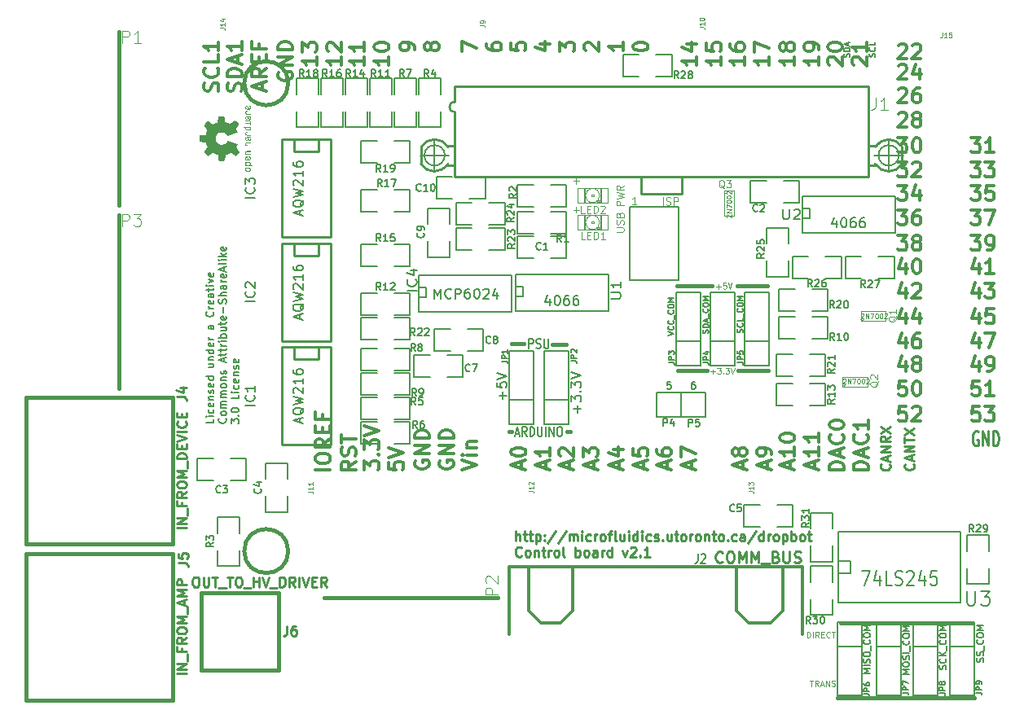
<source format=gto>
G04 (created by PCBNEW (2013-07-07 BZR 4022)-stable) date 08/05/2014 10:34:19 AM*
%MOIN*%
G04 Gerber Fmt 3.4, Leading zero omitted, Abs format*
%FSLAX34Y34*%
G01*
G70*
G90*
G04 APERTURE LIST*
%ADD10C,0.00590551*%
%ADD11C,0.00393701*%
%ADD12C,0.015*%
%ADD13C,0.00492126*%
%ADD14C,0.00787402*%
%ADD15C,0.00688976*%
%ADD16C,0.00984252*%
%ADD17C,0.005*%
%ADD18C,0.006*%
%ADD19C,0.012*%
%ADD20C,0.0026*%
%ADD21C,0.004*%
%ADD22C,0.01*%
%ADD23C,0.008*%
%ADD24C,0.0031*%
%ADD25C,0.0001*%
%ADD26C,0.0035*%
%ADD27C,0.01125*%
%ADD28C,0.0047*%
%ADD29C,0.0039*%
G04 APERTURE END LIST*
G54D10*
G54D11*
X32090Y-15341D02*
X32330Y-15341D01*
X32210Y-15461D02*
X32210Y-15221D01*
X32078Y-16527D02*
X32318Y-16527D01*
X32198Y-16647D02*
X32198Y-16407D01*
G54D12*
X42900Y-36520D02*
X48480Y-36520D01*
X43030Y-33430D02*
X48420Y-33430D01*
X29555Y-25605D02*
X29450Y-25605D01*
X31835Y-25605D02*
X31950Y-25605D01*
X31240Y-22030D02*
X31810Y-22030D01*
X30065Y-21995D02*
X29545Y-21995D01*
X38815Y-23115D02*
X40055Y-23115D01*
X37565Y-23105D02*
X36365Y-23105D01*
X38800Y-19635D02*
X40030Y-19635D01*
X36335Y-19635D02*
X37765Y-19635D01*
G54D13*
X37707Y-23155D02*
X37887Y-23155D01*
X37797Y-23245D02*
X37797Y-23065D01*
X37977Y-23009D02*
X38123Y-23009D01*
X38045Y-23099D01*
X38078Y-23099D01*
X38101Y-23110D01*
X38112Y-23121D01*
X38123Y-23144D01*
X38123Y-23200D01*
X38112Y-23223D01*
X38101Y-23234D01*
X38078Y-23245D01*
X38011Y-23245D01*
X37988Y-23234D01*
X37977Y-23223D01*
X38224Y-23223D02*
X38236Y-23234D01*
X38224Y-23245D01*
X38213Y-23234D01*
X38224Y-23223D01*
X38224Y-23245D01*
X38314Y-23009D02*
X38461Y-23009D01*
X38382Y-23099D01*
X38416Y-23099D01*
X38438Y-23110D01*
X38449Y-23121D01*
X38461Y-23144D01*
X38461Y-23200D01*
X38449Y-23223D01*
X38438Y-23234D01*
X38416Y-23245D01*
X38348Y-23245D01*
X38326Y-23234D01*
X38314Y-23223D01*
X38528Y-23009D02*
X38607Y-23245D01*
X38686Y-23009D01*
X37931Y-19670D02*
X38111Y-19670D01*
X38021Y-19760D02*
X38021Y-19580D01*
X38336Y-19524D02*
X38223Y-19524D01*
X38212Y-19636D01*
X38223Y-19625D01*
X38246Y-19614D01*
X38302Y-19614D01*
X38324Y-19625D01*
X38336Y-19636D01*
X38347Y-19659D01*
X38347Y-19715D01*
X38336Y-19738D01*
X38324Y-19749D01*
X38302Y-19760D01*
X38246Y-19760D01*
X38223Y-19749D01*
X38212Y-19738D01*
X38414Y-19524D02*
X38493Y-19760D01*
X38572Y-19524D01*
X41771Y-35799D02*
X41906Y-35799D01*
X41839Y-36035D02*
X41839Y-35799D01*
X42120Y-36035D02*
X42041Y-35923D01*
X41985Y-36035D02*
X41985Y-35799D01*
X42075Y-35799D01*
X42098Y-35810D01*
X42109Y-35821D01*
X42120Y-35844D01*
X42120Y-35878D01*
X42109Y-35900D01*
X42098Y-35911D01*
X42075Y-35923D01*
X41985Y-35923D01*
X42210Y-35968D02*
X42323Y-35968D01*
X42188Y-36035D02*
X42266Y-35799D01*
X42345Y-36035D01*
X42424Y-36035D02*
X42424Y-35799D01*
X42559Y-36035D01*
X42559Y-35799D01*
X42660Y-36024D02*
X42694Y-36035D01*
X42750Y-36035D01*
X42773Y-36024D01*
X42784Y-36013D01*
X42795Y-35990D01*
X42795Y-35968D01*
X42784Y-35945D01*
X42773Y-35934D01*
X42750Y-35923D01*
X42705Y-35911D01*
X42683Y-35900D01*
X42671Y-35889D01*
X42660Y-35866D01*
X42660Y-35844D01*
X42671Y-35821D01*
X42683Y-35810D01*
X42705Y-35799D01*
X42761Y-35799D01*
X42795Y-35810D01*
X41653Y-34040D02*
X41653Y-33804D01*
X41710Y-33804D01*
X41743Y-33815D01*
X41766Y-33838D01*
X41777Y-33860D01*
X41788Y-33905D01*
X41788Y-33939D01*
X41777Y-33984D01*
X41766Y-34006D01*
X41743Y-34029D01*
X41710Y-34040D01*
X41653Y-34040D01*
X41890Y-34040D02*
X41890Y-33804D01*
X42137Y-34040D02*
X42058Y-33928D01*
X42002Y-34040D02*
X42002Y-33804D01*
X42092Y-33804D01*
X42115Y-33815D01*
X42126Y-33826D01*
X42137Y-33849D01*
X42137Y-33883D01*
X42126Y-33905D01*
X42115Y-33916D01*
X42092Y-33928D01*
X42002Y-33928D01*
X42238Y-33916D02*
X42317Y-33916D01*
X42351Y-34040D02*
X42238Y-34040D01*
X42238Y-33804D01*
X42351Y-33804D01*
X42587Y-34018D02*
X42576Y-34029D01*
X42542Y-34040D01*
X42519Y-34040D01*
X42486Y-34029D01*
X42463Y-34006D01*
X42452Y-33984D01*
X42441Y-33939D01*
X42441Y-33905D01*
X42452Y-33860D01*
X42463Y-33838D01*
X42486Y-33815D01*
X42519Y-33804D01*
X42542Y-33804D01*
X42576Y-33815D01*
X42587Y-33826D01*
X42654Y-33804D02*
X42789Y-33804D01*
X42722Y-34040D02*
X42722Y-33804D01*
G54D11*
X34669Y-16317D02*
X34489Y-16317D01*
X34579Y-16317D02*
X34579Y-16002D01*
X34549Y-16047D01*
X34519Y-16077D01*
X34489Y-16092D01*
G54D13*
X17632Y-9089D02*
X17773Y-9089D01*
X17801Y-9098D01*
X17820Y-9117D01*
X17829Y-9145D01*
X17829Y-9164D01*
X17829Y-8892D02*
X17829Y-9004D01*
X17829Y-8948D02*
X17632Y-8948D01*
X17660Y-8967D01*
X17679Y-8986D01*
X17689Y-9004D01*
X17698Y-8723D02*
X17829Y-8723D01*
X17623Y-8770D02*
X17764Y-8817D01*
X17764Y-8695D01*
X28267Y-8975D02*
X28408Y-8975D01*
X28436Y-8984D01*
X28455Y-9003D01*
X28464Y-9031D01*
X28464Y-9050D01*
X28464Y-8872D02*
X28464Y-8835D01*
X28455Y-8816D01*
X28445Y-8806D01*
X28417Y-8788D01*
X28380Y-8778D01*
X28305Y-8778D01*
X28286Y-8788D01*
X28277Y-8797D01*
X28267Y-8816D01*
X28267Y-8853D01*
X28277Y-8872D01*
X28286Y-8881D01*
X28305Y-8891D01*
X28352Y-8891D01*
X28370Y-8881D01*
X28380Y-8872D01*
X28389Y-8853D01*
X28389Y-8816D01*
X28380Y-8797D01*
X28370Y-8788D01*
X28352Y-8778D01*
X37247Y-9054D02*
X37388Y-9054D01*
X37416Y-9063D01*
X37435Y-9082D01*
X37444Y-9110D01*
X37444Y-9129D01*
X37444Y-8857D02*
X37444Y-8969D01*
X37444Y-8913D02*
X37247Y-8913D01*
X37275Y-8932D01*
X37294Y-8951D01*
X37304Y-8969D01*
X37247Y-8735D02*
X37247Y-8716D01*
X37257Y-8698D01*
X37266Y-8688D01*
X37285Y-8679D01*
X37322Y-8670D01*
X37369Y-8670D01*
X37407Y-8679D01*
X37425Y-8688D01*
X37435Y-8698D01*
X37444Y-8716D01*
X37444Y-8735D01*
X37435Y-8754D01*
X37425Y-8763D01*
X37407Y-8773D01*
X37369Y-8782D01*
X37322Y-8782D01*
X37285Y-8773D01*
X37266Y-8763D01*
X37257Y-8754D01*
X37247Y-8735D01*
X47180Y-9272D02*
X47180Y-9413D01*
X47171Y-9441D01*
X47152Y-9460D01*
X47124Y-9469D01*
X47105Y-9469D01*
X47377Y-9469D02*
X47265Y-9469D01*
X47321Y-9469D02*
X47321Y-9272D01*
X47302Y-9300D01*
X47283Y-9319D01*
X47265Y-9329D01*
X47555Y-9272D02*
X47461Y-9272D01*
X47452Y-9366D01*
X47461Y-9357D01*
X47480Y-9347D01*
X47527Y-9347D01*
X47546Y-9357D01*
X47555Y-9366D01*
X47564Y-9385D01*
X47564Y-9432D01*
X47555Y-9450D01*
X47546Y-9460D01*
X47527Y-9469D01*
X47480Y-9469D01*
X47461Y-9460D01*
X47452Y-9450D01*
X30257Y-28044D02*
X30398Y-28044D01*
X30426Y-28053D01*
X30445Y-28072D01*
X30454Y-28100D01*
X30454Y-28119D01*
X30454Y-27847D02*
X30454Y-27959D01*
X30454Y-27903D02*
X30257Y-27903D01*
X30285Y-27922D01*
X30304Y-27941D01*
X30314Y-27959D01*
X30276Y-27772D02*
X30267Y-27763D01*
X30257Y-27744D01*
X30257Y-27697D01*
X30267Y-27678D01*
X30276Y-27669D01*
X30295Y-27660D01*
X30314Y-27660D01*
X30342Y-27669D01*
X30454Y-27781D01*
X30454Y-27660D01*
X21242Y-28074D02*
X21383Y-28074D01*
X21411Y-28083D01*
X21430Y-28102D01*
X21439Y-28130D01*
X21439Y-28149D01*
X21439Y-27877D02*
X21439Y-27989D01*
X21439Y-27933D02*
X21242Y-27933D01*
X21270Y-27952D01*
X21289Y-27971D01*
X21299Y-27989D01*
X21439Y-27690D02*
X21439Y-27802D01*
X21439Y-27746D02*
X21242Y-27746D01*
X21270Y-27765D01*
X21289Y-27783D01*
X21299Y-27802D01*
G54D11*
X35744Y-16332D02*
X35744Y-16017D01*
X35879Y-16317D02*
X35924Y-16332D01*
X35999Y-16332D01*
X36029Y-16317D01*
X36044Y-16302D01*
X36059Y-16272D01*
X36059Y-16242D01*
X36044Y-16212D01*
X36029Y-16197D01*
X35999Y-16182D01*
X35939Y-16167D01*
X35909Y-16152D01*
X35894Y-16137D01*
X35879Y-16107D01*
X35879Y-16077D01*
X35894Y-16047D01*
X35909Y-16032D01*
X35939Y-16017D01*
X36014Y-16017D01*
X36059Y-16032D01*
X36194Y-16332D02*
X36194Y-16017D01*
X36314Y-16017D01*
X36344Y-16032D01*
X36359Y-16047D01*
X36374Y-16077D01*
X36374Y-16122D01*
X36359Y-16152D01*
X36344Y-16167D01*
X36314Y-16182D01*
X36194Y-16182D01*
G54D14*
X29715Y-25696D02*
X29865Y-25696D01*
X29685Y-25809D02*
X29790Y-25415D01*
X29895Y-25809D01*
X30180Y-25809D02*
X30075Y-25621D01*
X30000Y-25809D02*
X30000Y-25415D01*
X30120Y-25415D01*
X30150Y-25434D01*
X30165Y-25453D01*
X30180Y-25490D01*
X30180Y-25546D01*
X30165Y-25584D01*
X30150Y-25603D01*
X30120Y-25621D01*
X30000Y-25621D01*
X30315Y-25809D02*
X30315Y-25415D01*
X30390Y-25415D01*
X30435Y-25434D01*
X30465Y-25471D01*
X30480Y-25509D01*
X30495Y-25584D01*
X30495Y-25640D01*
X30480Y-25715D01*
X30465Y-25753D01*
X30435Y-25790D01*
X30390Y-25809D01*
X30315Y-25809D01*
X30630Y-25415D02*
X30630Y-25734D01*
X30645Y-25771D01*
X30660Y-25790D01*
X30689Y-25809D01*
X30749Y-25809D01*
X30779Y-25790D01*
X30794Y-25771D01*
X30809Y-25734D01*
X30809Y-25415D01*
X30959Y-25809D02*
X30959Y-25415D01*
X31109Y-25809D02*
X31109Y-25415D01*
X31289Y-25809D01*
X31289Y-25415D01*
X31499Y-25415D02*
X31559Y-25415D01*
X31589Y-25434D01*
X31619Y-25471D01*
X31634Y-25546D01*
X31634Y-25678D01*
X31619Y-25753D01*
X31589Y-25790D01*
X31559Y-25809D01*
X31499Y-25809D01*
X31469Y-25790D01*
X31439Y-25753D01*
X31424Y-25678D01*
X31424Y-25546D01*
X31439Y-25471D01*
X31469Y-25434D01*
X31499Y-25415D01*
G54D13*
X39257Y-28059D02*
X39398Y-28059D01*
X39426Y-28068D01*
X39445Y-28087D01*
X39454Y-28115D01*
X39454Y-28134D01*
X39454Y-27862D02*
X39454Y-27974D01*
X39454Y-27918D02*
X39257Y-27918D01*
X39285Y-27937D01*
X39304Y-27956D01*
X39314Y-27974D01*
X39257Y-27796D02*
X39257Y-27675D01*
X39332Y-27740D01*
X39332Y-27712D01*
X39342Y-27693D01*
X39351Y-27684D01*
X39370Y-27675D01*
X39417Y-27675D01*
X39435Y-27684D01*
X39445Y-27693D01*
X39454Y-27712D01*
X39454Y-27768D01*
X39445Y-27787D01*
X39435Y-27796D01*
G54D14*
X30277Y-22209D02*
X30277Y-21815D01*
X30397Y-21815D01*
X30427Y-21834D01*
X30442Y-21853D01*
X30457Y-21890D01*
X30457Y-21946D01*
X30442Y-21984D01*
X30427Y-22003D01*
X30397Y-22021D01*
X30277Y-22021D01*
X30577Y-22190D02*
X30622Y-22209D01*
X30697Y-22209D01*
X30727Y-22190D01*
X30742Y-22171D01*
X30757Y-22134D01*
X30757Y-22096D01*
X30742Y-22059D01*
X30727Y-22040D01*
X30697Y-22021D01*
X30637Y-22003D01*
X30607Y-21984D01*
X30592Y-21965D01*
X30577Y-21928D01*
X30577Y-21890D01*
X30592Y-21853D01*
X30607Y-21834D01*
X30637Y-21815D01*
X30712Y-21815D01*
X30757Y-21834D01*
X30892Y-21815D02*
X30892Y-22134D01*
X30907Y-22171D01*
X30922Y-22190D01*
X30952Y-22209D01*
X31012Y-22209D01*
X31042Y-22190D01*
X31057Y-22171D01*
X31072Y-22134D01*
X31072Y-21815D01*
G54D15*
X17377Y-25095D02*
X17377Y-25245D01*
X17062Y-25245D01*
X17377Y-24990D02*
X17167Y-24990D01*
X17062Y-24990D02*
X17077Y-25005D01*
X17092Y-24990D01*
X17077Y-24975D01*
X17062Y-24990D01*
X17092Y-24990D01*
X17362Y-24705D02*
X17377Y-24735D01*
X17377Y-24795D01*
X17362Y-24825D01*
X17347Y-24840D01*
X17317Y-24855D01*
X17227Y-24855D01*
X17197Y-24840D01*
X17182Y-24825D01*
X17167Y-24795D01*
X17167Y-24735D01*
X17182Y-24705D01*
X17362Y-24450D02*
X17377Y-24480D01*
X17377Y-24540D01*
X17362Y-24570D01*
X17332Y-24585D01*
X17212Y-24585D01*
X17182Y-24570D01*
X17167Y-24540D01*
X17167Y-24480D01*
X17182Y-24450D01*
X17212Y-24435D01*
X17242Y-24435D01*
X17272Y-24585D01*
X17167Y-24300D02*
X17377Y-24300D01*
X17197Y-24300D02*
X17182Y-24285D01*
X17167Y-24255D01*
X17167Y-24210D01*
X17182Y-24180D01*
X17212Y-24165D01*
X17377Y-24165D01*
X17362Y-24030D02*
X17377Y-24000D01*
X17377Y-23940D01*
X17362Y-23910D01*
X17332Y-23895D01*
X17317Y-23895D01*
X17287Y-23910D01*
X17272Y-23940D01*
X17272Y-23985D01*
X17257Y-24015D01*
X17227Y-24030D01*
X17212Y-24030D01*
X17182Y-24015D01*
X17167Y-23985D01*
X17167Y-23940D01*
X17182Y-23910D01*
X17362Y-23640D02*
X17377Y-23670D01*
X17377Y-23730D01*
X17362Y-23760D01*
X17332Y-23775D01*
X17212Y-23775D01*
X17182Y-23760D01*
X17167Y-23730D01*
X17167Y-23670D01*
X17182Y-23640D01*
X17212Y-23625D01*
X17242Y-23625D01*
X17272Y-23775D01*
X17377Y-23355D02*
X17062Y-23355D01*
X17362Y-23355D02*
X17377Y-23385D01*
X17377Y-23445D01*
X17362Y-23475D01*
X17347Y-23490D01*
X17317Y-23505D01*
X17227Y-23505D01*
X17197Y-23490D01*
X17182Y-23475D01*
X17167Y-23445D01*
X17167Y-23385D01*
X17182Y-23355D01*
X17167Y-22830D02*
X17377Y-22830D01*
X17167Y-22965D02*
X17332Y-22965D01*
X17362Y-22950D01*
X17377Y-22920D01*
X17377Y-22875D01*
X17362Y-22845D01*
X17347Y-22830D01*
X17167Y-22680D02*
X17377Y-22680D01*
X17197Y-22680D02*
X17182Y-22665D01*
X17167Y-22635D01*
X17167Y-22590D01*
X17182Y-22560D01*
X17212Y-22545D01*
X17377Y-22545D01*
X17377Y-22260D02*
X17062Y-22260D01*
X17362Y-22260D02*
X17377Y-22290D01*
X17377Y-22350D01*
X17362Y-22380D01*
X17347Y-22395D01*
X17317Y-22410D01*
X17227Y-22410D01*
X17197Y-22395D01*
X17182Y-22380D01*
X17167Y-22350D01*
X17167Y-22290D01*
X17182Y-22260D01*
X17362Y-21990D02*
X17377Y-22020D01*
X17377Y-22080D01*
X17362Y-22110D01*
X17332Y-22125D01*
X17212Y-22125D01*
X17182Y-22110D01*
X17167Y-22080D01*
X17167Y-22020D01*
X17182Y-21990D01*
X17212Y-21975D01*
X17242Y-21975D01*
X17272Y-22125D01*
X17377Y-21840D02*
X17167Y-21840D01*
X17227Y-21840D02*
X17197Y-21825D01*
X17182Y-21810D01*
X17167Y-21780D01*
X17167Y-21750D01*
X17377Y-21270D02*
X17212Y-21270D01*
X17182Y-21285D01*
X17167Y-21315D01*
X17167Y-21375D01*
X17182Y-21405D01*
X17362Y-21270D02*
X17377Y-21300D01*
X17377Y-21375D01*
X17362Y-21405D01*
X17332Y-21420D01*
X17302Y-21420D01*
X17272Y-21405D01*
X17257Y-21375D01*
X17257Y-21300D01*
X17242Y-21270D01*
X17347Y-20700D02*
X17362Y-20715D01*
X17377Y-20760D01*
X17377Y-20790D01*
X17362Y-20835D01*
X17332Y-20865D01*
X17302Y-20880D01*
X17242Y-20895D01*
X17197Y-20895D01*
X17137Y-20880D01*
X17107Y-20865D01*
X17077Y-20835D01*
X17062Y-20790D01*
X17062Y-20760D01*
X17077Y-20715D01*
X17092Y-20700D01*
X17377Y-20565D02*
X17167Y-20565D01*
X17227Y-20565D02*
X17197Y-20550D01*
X17182Y-20535D01*
X17167Y-20505D01*
X17167Y-20475D01*
X17362Y-20250D02*
X17377Y-20280D01*
X17377Y-20340D01*
X17362Y-20370D01*
X17332Y-20385D01*
X17212Y-20385D01*
X17182Y-20370D01*
X17167Y-20340D01*
X17167Y-20280D01*
X17182Y-20250D01*
X17212Y-20235D01*
X17242Y-20235D01*
X17272Y-20385D01*
X17377Y-19965D02*
X17212Y-19965D01*
X17182Y-19980D01*
X17167Y-20010D01*
X17167Y-20070D01*
X17182Y-20100D01*
X17362Y-19965D02*
X17377Y-19995D01*
X17377Y-20070D01*
X17362Y-20100D01*
X17332Y-20115D01*
X17302Y-20115D01*
X17272Y-20100D01*
X17257Y-20070D01*
X17257Y-19995D01*
X17242Y-19965D01*
X17167Y-19860D02*
X17167Y-19740D01*
X17062Y-19815D02*
X17332Y-19815D01*
X17362Y-19800D01*
X17377Y-19770D01*
X17377Y-19740D01*
X17377Y-19635D02*
X17167Y-19635D01*
X17062Y-19635D02*
X17077Y-19650D01*
X17092Y-19635D01*
X17077Y-19620D01*
X17062Y-19635D01*
X17092Y-19635D01*
X17167Y-19515D02*
X17377Y-19440D01*
X17167Y-19365D01*
X17362Y-19125D02*
X17377Y-19155D01*
X17377Y-19215D01*
X17362Y-19245D01*
X17332Y-19260D01*
X17212Y-19260D01*
X17182Y-19245D01*
X17167Y-19215D01*
X17167Y-19155D01*
X17182Y-19125D01*
X17212Y-19110D01*
X17242Y-19110D01*
X17272Y-19260D01*
X17857Y-25065D02*
X17872Y-25080D01*
X17887Y-25125D01*
X17887Y-25155D01*
X17872Y-25200D01*
X17842Y-25230D01*
X17812Y-25245D01*
X17752Y-25260D01*
X17707Y-25260D01*
X17647Y-25245D01*
X17617Y-25230D01*
X17587Y-25200D01*
X17572Y-25155D01*
X17572Y-25125D01*
X17587Y-25080D01*
X17602Y-25065D01*
X17887Y-24885D02*
X17872Y-24915D01*
X17857Y-24930D01*
X17827Y-24945D01*
X17737Y-24945D01*
X17707Y-24930D01*
X17692Y-24915D01*
X17677Y-24885D01*
X17677Y-24840D01*
X17692Y-24810D01*
X17707Y-24795D01*
X17737Y-24780D01*
X17827Y-24780D01*
X17857Y-24795D01*
X17872Y-24810D01*
X17887Y-24840D01*
X17887Y-24885D01*
X17887Y-24645D02*
X17677Y-24645D01*
X17707Y-24645D02*
X17692Y-24630D01*
X17677Y-24600D01*
X17677Y-24555D01*
X17692Y-24525D01*
X17722Y-24510D01*
X17887Y-24510D01*
X17722Y-24510D02*
X17692Y-24495D01*
X17677Y-24465D01*
X17677Y-24420D01*
X17692Y-24390D01*
X17722Y-24375D01*
X17887Y-24375D01*
X17887Y-24225D02*
X17677Y-24225D01*
X17707Y-24225D02*
X17692Y-24210D01*
X17677Y-24180D01*
X17677Y-24135D01*
X17692Y-24105D01*
X17722Y-24090D01*
X17887Y-24090D01*
X17722Y-24090D02*
X17692Y-24075D01*
X17677Y-24045D01*
X17677Y-24000D01*
X17692Y-23970D01*
X17722Y-23955D01*
X17887Y-23955D01*
X17887Y-23760D02*
X17872Y-23790D01*
X17857Y-23805D01*
X17827Y-23820D01*
X17737Y-23820D01*
X17707Y-23805D01*
X17692Y-23790D01*
X17677Y-23760D01*
X17677Y-23715D01*
X17692Y-23685D01*
X17707Y-23670D01*
X17737Y-23655D01*
X17827Y-23655D01*
X17857Y-23670D01*
X17872Y-23685D01*
X17887Y-23715D01*
X17887Y-23760D01*
X17677Y-23520D02*
X17887Y-23520D01*
X17707Y-23520D02*
X17692Y-23505D01*
X17677Y-23475D01*
X17677Y-23430D01*
X17692Y-23400D01*
X17722Y-23385D01*
X17887Y-23385D01*
X17872Y-23250D02*
X17887Y-23220D01*
X17887Y-23160D01*
X17872Y-23130D01*
X17842Y-23115D01*
X17827Y-23115D01*
X17797Y-23130D01*
X17782Y-23160D01*
X17782Y-23205D01*
X17767Y-23235D01*
X17737Y-23250D01*
X17722Y-23250D01*
X17692Y-23235D01*
X17677Y-23205D01*
X17677Y-23160D01*
X17692Y-23130D01*
X17797Y-22755D02*
X17797Y-22605D01*
X17887Y-22785D02*
X17572Y-22680D01*
X17887Y-22575D01*
X17677Y-22515D02*
X17677Y-22395D01*
X17572Y-22470D02*
X17842Y-22470D01*
X17872Y-22455D01*
X17887Y-22425D01*
X17887Y-22395D01*
X17677Y-22335D02*
X17677Y-22215D01*
X17572Y-22290D02*
X17842Y-22290D01*
X17872Y-22275D01*
X17887Y-22245D01*
X17887Y-22215D01*
X17887Y-22110D02*
X17677Y-22110D01*
X17737Y-22110D02*
X17707Y-22095D01*
X17692Y-22080D01*
X17677Y-22050D01*
X17677Y-22020D01*
X17887Y-21915D02*
X17677Y-21915D01*
X17572Y-21915D02*
X17587Y-21930D01*
X17602Y-21915D01*
X17587Y-21900D01*
X17572Y-21915D01*
X17602Y-21915D01*
X17887Y-21765D02*
X17572Y-21765D01*
X17692Y-21765D02*
X17677Y-21735D01*
X17677Y-21675D01*
X17692Y-21645D01*
X17707Y-21630D01*
X17737Y-21615D01*
X17827Y-21615D01*
X17857Y-21630D01*
X17872Y-21645D01*
X17887Y-21675D01*
X17887Y-21735D01*
X17872Y-21765D01*
X17677Y-21345D02*
X17887Y-21345D01*
X17677Y-21480D02*
X17842Y-21480D01*
X17872Y-21465D01*
X17887Y-21435D01*
X17887Y-21390D01*
X17872Y-21360D01*
X17857Y-21345D01*
X17677Y-21240D02*
X17677Y-21120D01*
X17572Y-21195D02*
X17842Y-21195D01*
X17872Y-21180D01*
X17887Y-21150D01*
X17887Y-21120D01*
X17872Y-20895D02*
X17887Y-20925D01*
X17887Y-20985D01*
X17872Y-21015D01*
X17842Y-21030D01*
X17722Y-21030D01*
X17692Y-21015D01*
X17677Y-20985D01*
X17677Y-20925D01*
X17692Y-20895D01*
X17722Y-20880D01*
X17752Y-20880D01*
X17782Y-21030D01*
X17767Y-20745D02*
X17767Y-20505D01*
X17872Y-20370D02*
X17887Y-20325D01*
X17887Y-20250D01*
X17872Y-20220D01*
X17857Y-20205D01*
X17827Y-20190D01*
X17797Y-20190D01*
X17767Y-20205D01*
X17752Y-20220D01*
X17737Y-20250D01*
X17722Y-20310D01*
X17707Y-20340D01*
X17692Y-20355D01*
X17662Y-20370D01*
X17632Y-20370D01*
X17602Y-20355D01*
X17587Y-20340D01*
X17572Y-20310D01*
X17572Y-20235D01*
X17587Y-20190D01*
X17887Y-20055D02*
X17572Y-20055D01*
X17887Y-19920D02*
X17722Y-19920D01*
X17692Y-19935D01*
X17677Y-19965D01*
X17677Y-20010D01*
X17692Y-20040D01*
X17707Y-20055D01*
X17887Y-19635D02*
X17722Y-19635D01*
X17692Y-19650D01*
X17677Y-19680D01*
X17677Y-19740D01*
X17692Y-19770D01*
X17872Y-19635D02*
X17887Y-19665D01*
X17887Y-19740D01*
X17872Y-19770D01*
X17842Y-19785D01*
X17812Y-19785D01*
X17782Y-19770D01*
X17767Y-19740D01*
X17767Y-19665D01*
X17752Y-19635D01*
X17887Y-19485D02*
X17677Y-19485D01*
X17737Y-19485D02*
X17707Y-19470D01*
X17692Y-19455D01*
X17677Y-19425D01*
X17677Y-19395D01*
X17872Y-19170D02*
X17887Y-19200D01*
X17887Y-19260D01*
X17872Y-19290D01*
X17842Y-19305D01*
X17722Y-19305D01*
X17692Y-19290D01*
X17677Y-19260D01*
X17677Y-19200D01*
X17692Y-19170D01*
X17722Y-19155D01*
X17752Y-19155D01*
X17782Y-19305D01*
X17797Y-19035D02*
X17797Y-18885D01*
X17887Y-19065D02*
X17572Y-18960D01*
X17887Y-18855D01*
X17887Y-18705D02*
X17872Y-18735D01*
X17842Y-18750D01*
X17572Y-18750D01*
X17887Y-18585D02*
X17677Y-18585D01*
X17572Y-18585D02*
X17587Y-18600D01*
X17602Y-18585D01*
X17587Y-18570D01*
X17572Y-18585D01*
X17602Y-18585D01*
X17887Y-18435D02*
X17572Y-18435D01*
X17767Y-18405D02*
X17887Y-18315D01*
X17677Y-18315D02*
X17797Y-18435D01*
X17872Y-18060D02*
X17887Y-18090D01*
X17887Y-18150D01*
X17872Y-18180D01*
X17842Y-18195D01*
X17722Y-18195D01*
X17692Y-18180D01*
X17677Y-18150D01*
X17677Y-18090D01*
X17692Y-18060D01*
X17722Y-18045D01*
X17752Y-18045D01*
X17782Y-18195D01*
X18082Y-25275D02*
X18082Y-25080D01*
X18202Y-25185D01*
X18202Y-25140D01*
X18217Y-25110D01*
X18232Y-25095D01*
X18262Y-25080D01*
X18337Y-25080D01*
X18367Y-25095D01*
X18382Y-25110D01*
X18397Y-25140D01*
X18397Y-25230D01*
X18382Y-25260D01*
X18367Y-25275D01*
X18367Y-24945D02*
X18382Y-24930D01*
X18397Y-24945D01*
X18382Y-24960D01*
X18367Y-24945D01*
X18397Y-24945D01*
X18082Y-24735D02*
X18082Y-24705D01*
X18097Y-24675D01*
X18112Y-24660D01*
X18142Y-24645D01*
X18202Y-24630D01*
X18277Y-24630D01*
X18337Y-24645D01*
X18367Y-24660D01*
X18382Y-24675D01*
X18397Y-24705D01*
X18397Y-24735D01*
X18382Y-24765D01*
X18367Y-24780D01*
X18337Y-24795D01*
X18277Y-24810D01*
X18202Y-24810D01*
X18142Y-24795D01*
X18112Y-24780D01*
X18097Y-24765D01*
X18082Y-24735D01*
X18397Y-24105D02*
X18397Y-24255D01*
X18082Y-24255D01*
X18397Y-24000D02*
X18187Y-24000D01*
X18082Y-24000D02*
X18097Y-24015D01*
X18112Y-24000D01*
X18097Y-23985D01*
X18082Y-24000D01*
X18112Y-24000D01*
X18382Y-23715D02*
X18397Y-23745D01*
X18397Y-23805D01*
X18382Y-23835D01*
X18367Y-23850D01*
X18337Y-23865D01*
X18247Y-23865D01*
X18217Y-23850D01*
X18202Y-23835D01*
X18187Y-23805D01*
X18187Y-23745D01*
X18202Y-23715D01*
X18382Y-23460D02*
X18397Y-23490D01*
X18397Y-23550D01*
X18382Y-23580D01*
X18352Y-23595D01*
X18232Y-23595D01*
X18202Y-23580D01*
X18187Y-23550D01*
X18187Y-23490D01*
X18202Y-23460D01*
X18232Y-23445D01*
X18262Y-23445D01*
X18292Y-23595D01*
X18187Y-23310D02*
X18397Y-23310D01*
X18217Y-23310D02*
X18202Y-23295D01*
X18187Y-23265D01*
X18187Y-23220D01*
X18202Y-23190D01*
X18232Y-23175D01*
X18397Y-23175D01*
X18382Y-23040D02*
X18397Y-23010D01*
X18397Y-22950D01*
X18382Y-22920D01*
X18352Y-22905D01*
X18337Y-22905D01*
X18307Y-22920D01*
X18292Y-22950D01*
X18292Y-22995D01*
X18277Y-23025D01*
X18247Y-23040D01*
X18232Y-23040D01*
X18202Y-23025D01*
X18187Y-22995D01*
X18187Y-22950D01*
X18202Y-22920D01*
X18382Y-22650D02*
X18397Y-22680D01*
X18397Y-22740D01*
X18382Y-22770D01*
X18352Y-22785D01*
X18232Y-22785D01*
X18202Y-22770D01*
X18187Y-22740D01*
X18187Y-22680D01*
X18202Y-22650D01*
X18232Y-22635D01*
X18262Y-22635D01*
X18292Y-22785D01*
G54D10*
X44424Y-10263D02*
X44435Y-10229D01*
X44435Y-10173D01*
X44424Y-10150D01*
X44413Y-10139D01*
X44390Y-10128D01*
X44368Y-10128D01*
X44345Y-10139D01*
X44334Y-10150D01*
X44323Y-10173D01*
X44311Y-10218D01*
X44300Y-10240D01*
X44289Y-10251D01*
X44266Y-10263D01*
X44244Y-10263D01*
X44221Y-10251D01*
X44210Y-10240D01*
X44199Y-10218D01*
X44199Y-10161D01*
X44210Y-10128D01*
X44413Y-9892D02*
X44424Y-9903D01*
X44435Y-9937D01*
X44435Y-9959D01*
X44424Y-9993D01*
X44401Y-10015D01*
X44379Y-10026D01*
X44334Y-10038D01*
X44300Y-10038D01*
X44255Y-10026D01*
X44233Y-10015D01*
X44210Y-9993D01*
X44199Y-9959D01*
X44199Y-9937D01*
X44210Y-9903D01*
X44221Y-9892D01*
X44435Y-9678D02*
X44435Y-9790D01*
X44199Y-9790D01*
X43386Y-10268D02*
X43397Y-10235D01*
X43397Y-10178D01*
X43386Y-10156D01*
X43375Y-10145D01*
X43352Y-10133D01*
X43330Y-10133D01*
X43307Y-10145D01*
X43296Y-10156D01*
X43285Y-10178D01*
X43273Y-10223D01*
X43262Y-10246D01*
X43251Y-10257D01*
X43228Y-10268D01*
X43206Y-10268D01*
X43183Y-10257D01*
X43172Y-10246D01*
X43161Y-10223D01*
X43161Y-10167D01*
X43172Y-10133D01*
X43397Y-10032D02*
X43161Y-10032D01*
X43161Y-9976D01*
X43172Y-9942D01*
X43195Y-9920D01*
X43217Y-9908D01*
X43262Y-9897D01*
X43296Y-9897D01*
X43341Y-9908D01*
X43363Y-9920D01*
X43386Y-9942D01*
X43397Y-9976D01*
X43397Y-10032D01*
X43330Y-9807D02*
X43330Y-9695D01*
X43397Y-9830D02*
X43161Y-9751D01*
X43397Y-9672D01*
G54D16*
X29739Y-30080D02*
X29739Y-29686D01*
X29908Y-30080D02*
X29908Y-29874D01*
X29889Y-29836D01*
X29851Y-29818D01*
X29795Y-29818D01*
X29758Y-29836D01*
X29739Y-29855D01*
X30039Y-29818D02*
X30189Y-29818D01*
X30095Y-29686D02*
X30095Y-30024D01*
X30114Y-30061D01*
X30151Y-30080D01*
X30189Y-30080D01*
X30264Y-29818D02*
X30414Y-29818D01*
X30320Y-29686D02*
X30320Y-30024D01*
X30339Y-30061D01*
X30376Y-30080D01*
X30414Y-30080D01*
X30545Y-29818D02*
X30545Y-30211D01*
X30545Y-29836D02*
X30583Y-29818D01*
X30658Y-29818D01*
X30695Y-29836D01*
X30714Y-29855D01*
X30733Y-29893D01*
X30733Y-30005D01*
X30714Y-30043D01*
X30695Y-30061D01*
X30658Y-30080D01*
X30583Y-30080D01*
X30545Y-30061D01*
X30901Y-30043D02*
X30920Y-30061D01*
X30901Y-30080D01*
X30883Y-30061D01*
X30901Y-30043D01*
X30901Y-30080D01*
X30901Y-29836D02*
X30920Y-29855D01*
X30901Y-29874D01*
X30883Y-29855D01*
X30901Y-29836D01*
X30901Y-29874D01*
X31370Y-29668D02*
X31032Y-30174D01*
X31782Y-29668D02*
X31445Y-30174D01*
X31914Y-30080D02*
X31914Y-29818D01*
X31914Y-29855D02*
X31932Y-29836D01*
X31970Y-29818D01*
X32026Y-29818D01*
X32064Y-29836D01*
X32082Y-29874D01*
X32082Y-30080D01*
X32082Y-29874D02*
X32101Y-29836D01*
X32139Y-29818D01*
X32195Y-29818D01*
X32232Y-29836D01*
X32251Y-29874D01*
X32251Y-30080D01*
X32439Y-30080D02*
X32439Y-29818D01*
X32439Y-29686D02*
X32420Y-29705D01*
X32439Y-29724D01*
X32457Y-29705D01*
X32439Y-29686D01*
X32439Y-29724D01*
X32795Y-30061D02*
X32757Y-30080D01*
X32682Y-30080D01*
X32645Y-30061D01*
X32626Y-30043D01*
X32607Y-30005D01*
X32607Y-29893D01*
X32626Y-29855D01*
X32645Y-29836D01*
X32682Y-29818D01*
X32757Y-29818D01*
X32795Y-29836D01*
X32964Y-30080D02*
X32964Y-29818D01*
X32964Y-29893D02*
X32982Y-29855D01*
X33001Y-29836D01*
X33038Y-29818D01*
X33076Y-29818D01*
X33263Y-30080D02*
X33226Y-30061D01*
X33207Y-30043D01*
X33188Y-30005D01*
X33188Y-29893D01*
X33207Y-29855D01*
X33226Y-29836D01*
X33263Y-29818D01*
X33320Y-29818D01*
X33357Y-29836D01*
X33376Y-29855D01*
X33395Y-29893D01*
X33395Y-30005D01*
X33376Y-30043D01*
X33357Y-30061D01*
X33320Y-30080D01*
X33263Y-30080D01*
X33507Y-29818D02*
X33657Y-29818D01*
X33563Y-30080D02*
X33563Y-29743D01*
X33582Y-29705D01*
X33620Y-29686D01*
X33657Y-29686D01*
X33845Y-30080D02*
X33807Y-30061D01*
X33788Y-30024D01*
X33788Y-29686D01*
X34163Y-29818D02*
X34163Y-30080D01*
X33995Y-29818D02*
X33995Y-30024D01*
X34013Y-30061D01*
X34051Y-30080D01*
X34107Y-30080D01*
X34145Y-30061D01*
X34163Y-30043D01*
X34351Y-30080D02*
X34351Y-29818D01*
X34351Y-29686D02*
X34332Y-29705D01*
X34351Y-29724D01*
X34370Y-29705D01*
X34351Y-29686D01*
X34351Y-29724D01*
X34707Y-30080D02*
X34707Y-29686D01*
X34707Y-30061D02*
X34670Y-30080D01*
X34595Y-30080D01*
X34557Y-30061D01*
X34538Y-30043D01*
X34520Y-30005D01*
X34520Y-29893D01*
X34538Y-29855D01*
X34557Y-29836D01*
X34595Y-29818D01*
X34670Y-29818D01*
X34707Y-29836D01*
X34895Y-30080D02*
X34895Y-29818D01*
X34895Y-29686D02*
X34876Y-29705D01*
X34895Y-29724D01*
X34913Y-29705D01*
X34895Y-29686D01*
X34895Y-29724D01*
X35251Y-30061D02*
X35213Y-30080D01*
X35138Y-30080D01*
X35101Y-30061D01*
X35082Y-30043D01*
X35063Y-30005D01*
X35063Y-29893D01*
X35082Y-29855D01*
X35101Y-29836D01*
X35138Y-29818D01*
X35213Y-29818D01*
X35251Y-29836D01*
X35401Y-30061D02*
X35438Y-30080D01*
X35513Y-30080D01*
X35551Y-30061D01*
X35569Y-30024D01*
X35569Y-30005D01*
X35551Y-29968D01*
X35513Y-29949D01*
X35457Y-29949D01*
X35419Y-29930D01*
X35401Y-29893D01*
X35401Y-29874D01*
X35419Y-29836D01*
X35457Y-29818D01*
X35513Y-29818D01*
X35551Y-29836D01*
X35738Y-30043D02*
X35757Y-30061D01*
X35738Y-30080D01*
X35719Y-30061D01*
X35738Y-30043D01*
X35738Y-30080D01*
X36094Y-29818D02*
X36094Y-30080D01*
X35926Y-29818D02*
X35926Y-30024D01*
X35944Y-30061D01*
X35982Y-30080D01*
X36038Y-30080D01*
X36076Y-30061D01*
X36094Y-30043D01*
X36226Y-29818D02*
X36376Y-29818D01*
X36282Y-29686D02*
X36282Y-30024D01*
X36301Y-30061D01*
X36338Y-30080D01*
X36376Y-30080D01*
X36563Y-30080D02*
X36526Y-30061D01*
X36507Y-30043D01*
X36488Y-30005D01*
X36488Y-29893D01*
X36507Y-29855D01*
X36526Y-29836D01*
X36563Y-29818D01*
X36619Y-29818D01*
X36657Y-29836D01*
X36676Y-29855D01*
X36694Y-29893D01*
X36694Y-30005D01*
X36676Y-30043D01*
X36657Y-30061D01*
X36619Y-30080D01*
X36563Y-30080D01*
X36863Y-30080D02*
X36863Y-29818D01*
X36863Y-29893D02*
X36882Y-29855D01*
X36901Y-29836D01*
X36938Y-29818D01*
X36976Y-29818D01*
X37163Y-30080D02*
X37125Y-30061D01*
X37107Y-30043D01*
X37088Y-30005D01*
X37088Y-29893D01*
X37107Y-29855D01*
X37125Y-29836D01*
X37163Y-29818D01*
X37219Y-29818D01*
X37257Y-29836D01*
X37275Y-29855D01*
X37294Y-29893D01*
X37294Y-30005D01*
X37275Y-30043D01*
X37257Y-30061D01*
X37219Y-30080D01*
X37163Y-30080D01*
X37463Y-29818D02*
X37463Y-30080D01*
X37463Y-29855D02*
X37482Y-29836D01*
X37519Y-29818D01*
X37575Y-29818D01*
X37613Y-29836D01*
X37632Y-29874D01*
X37632Y-30080D01*
X37763Y-29818D02*
X37913Y-29818D01*
X37819Y-29686D02*
X37819Y-30024D01*
X37838Y-30061D01*
X37875Y-30080D01*
X37913Y-30080D01*
X38100Y-30080D02*
X38063Y-30061D01*
X38044Y-30043D01*
X38025Y-30005D01*
X38025Y-29893D01*
X38044Y-29855D01*
X38063Y-29836D01*
X38100Y-29818D01*
X38157Y-29818D01*
X38194Y-29836D01*
X38213Y-29855D01*
X38232Y-29893D01*
X38232Y-30005D01*
X38213Y-30043D01*
X38194Y-30061D01*
X38157Y-30080D01*
X38100Y-30080D01*
X38400Y-30043D02*
X38419Y-30061D01*
X38400Y-30080D01*
X38382Y-30061D01*
X38400Y-30043D01*
X38400Y-30080D01*
X38757Y-30061D02*
X38719Y-30080D01*
X38644Y-30080D01*
X38607Y-30061D01*
X38588Y-30043D01*
X38569Y-30005D01*
X38569Y-29893D01*
X38588Y-29855D01*
X38607Y-29836D01*
X38644Y-29818D01*
X38719Y-29818D01*
X38757Y-29836D01*
X39094Y-30080D02*
X39094Y-29874D01*
X39075Y-29836D01*
X39038Y-29818D01*
X38963Y-29818D01*
X38925Y-29836D01*
X39094Y-30061D02*
X39056Y-30080D01*
X38963Y-30080D01*
X38925Y-30061D01*
X38907Y-30024D01*
X38907Y-29986D01*
X38925Y-29949D01*
X38963Y-29930D01*
X39056Y-29930D01*
X39094Y-29911D01*
X39563Y-29668D02*
X39225Y-30174D01*
X39863Y-30080D02*
X39863Y-29686D01*
X39863Y-30061D02*
X39825Y-30080D01*
X39750Y-30080D01*
X39713Y-30061D01*
X39694Y-30043D01*
X39675Y-30005D01*
X39675Y-29893D01*
X39694Y-29855D01*
X39713Y-29836D01*
X39750Y-29818D01*
X39825Y-29818D01*
X39863Y-29836D01*
X40050Y-30080D02*
X40050Y-29818D01*
X40050Y-29893D02*
X40069Y-29855D01*
X40088Y-29836D01*
X40125Y-29818D01*
X40163Y-29818D01*
X40350Y-30080D02*
X40313Y-30061D01*
X40294Y-30043D01*
X40275Y-30005D01*
X40275Y-29893D01*
X40294Y-29855D01*
X40313Y-29836D01*
X40350Y-29818D01*
X40406Y-29818D01*
X40444Y-29836D01*
X40463Y-29855D01*
X40481Y-29893D01*
X40481Y-30005D01*
X40463Y-30043D01*
X40444Y-30061D01*
X40406Y-30080D01*
X40350Y-30080D01*
X40650Y-29818D02*
X40650Y-30211D01*
X40650Y-29836D02*
X40688Y-29818D01*
X40763Y-29818D01*
X40800Y-29836D01*
X40819Y-29855D01*
X40838Y-29893D01*
X40838Y-30005D01*
X40819Y-30043D01*
X40800Y-30061D01*
X40763Y-30080D01*
X40688Y-30080D01*
X40650Y-30061D01*
X41006Y-30080D02*
X41006Y-29686D01*
X41006Y-29836D02*
X41044Y-29818D01*
X41119Y-29818D01*
X41156Y-29836D01*
X41175Y-29855D01*
X41194Y-29893D01*
X41194Y-30005D01*
X41175Y-30043D01*
X41156Y-30061D01*
X41119Y-30080D01*
X41044Y-30080D01*
X41006Y-30061D01*
X41419Y-30080D02*
X41381Y-30061D01*
X41362Y-30043D01*
X41344Y-30005D01*
X41344Y-29893D01*
X41362Y-29855D01*
X41381Y-29836D01*
X41419Y-29818D01*
X41475Y-29818D01*
X41512Y-29836D01*
X41531Y-29855D01*
X41550Y-29893D01*
X41550Y-30005D01*
X41531Y-30043D01*
X41512Y-30061D01*
X41475Y-30080D01*
X41419Y-30080D01*
X41662Y-29818D02*
X41812Y-29818D01*
X41719Y-29686D02*
X41719Y-30024D01*
X41737Y-30061D01*
X41775Y-30080D01*
X41812Y-30080D01*
X29964Y-30692D02*
X29945Y-30711D01*
X29889Y-30730D01*
X29851Y-30730D01*
X29795Y-30711D01*
X29758Y-30673D01*
X29739Y-30636D01*
X29720Y-30561D01*
X29720Y-30505D01*
X29739Y-30430D01*
X29758Y-30392D01*
X29795Y-30355D01*
X29851Y-30336D01*
X29889Y-30336D01*
X29945Y-30355D01*
X29964Y-30374D01*
X30189Y-30730D02*
X30151Y-30711D01*
X30133Y-30692D01*
X30114Y-30655D01*
X30114Y-30542D01*
X30133Y-30505D01*
X30151Y-30486D01*
X30189Y-30467D01*
X30245Y-30467D01*
X30283Y-30486D01*
X30301Y-30505D01*
X30320Y-30542D01*
X30320Y-30655D01*
X30301Y-30692D01*
X30283Y-30711D01*
X30245Y-30730D01*
X30189Y-30730D01*
X30489Y-30467D02*
X30489Y-30730D01*
X30489Y-30505D02*
X30508Y-30486D01*
X30545Y-30467D01*
X30601Y-30467D01*
X30639Y-30486D01*
X30658Y-30523D01*
X30658Y-30730D01*
X30789Y-30467D02*
X30939Y-30467D01*
X30845Y-30336D02*
X30845Y-30673D01*
X30864Y-30711D01*
X30901Y-30730D01*
X30939Y-30730D01*
X31070Y-30730D02*
X31070Y-30467D01*
X31070Y-30542D02*
X31089Y-30505D01*
X31107Y-30486D01*
X31145Y-30467D01*
X31182Y-30467D01*
X31370Y-30730D02*
X31332Y-30711D01*
X31314Y-30692D01*
X31295Y-30655D01*
X31295Y-30542D01*
X31314Y-30505D01*
X31332Y-30486D01*
X31370Y-30467D01*
X31426Y-30467D01*
X31464Y-30486D01*
X31482Y-30505D01*
X31501Y-30542D01*
X31501Y-30655D01*
X31482Y-30692D01*
X31464Y-30711D01*
X31426Y-30730D01*
X31370Y-30730D01*
X31726Y-30730D02*
X31689Y-30711D01*
X31670Y-30673D01*
X31670Y-30336D01*
X32176Y-30730D02*
X32176Y-30336D01*
X32176Y-30486D02*
X32214Y-30467D01*
X32289Y-30467D01*
X32326Y-30486D01*
X32345Y-30505D01*
X32364Y-30542D01*
X32364Y-30655D01*
X32345Y-30692D01*
X32326Y-30711D01*
X32289Y-30730D01*
X32214Y-30730D01*
X32176Y-30711D01*
X32589Y-30730D02*
X32551Y-30711D01*
X32532Y-30692D01*
X32514Y-30655D01*
X32514Y-30542D01*
X32532Y-30505D01*
X32551Y-30486D01*
X32589Y-30467D01*
X32645Y-30467D01*
X32682Y-30486D01*
X32701Y-30505D01*
X32720Y-30542D01*
X32720Y-30655D01*
X32701Y-30692D01*
X32682Y-30711D01*
X32645Y-30730D01*
X32589Y-30730D01*
X33057Y-30730D02*
X33057Y-30523D01*
X33038Y-30486D01*
X33001Y-30467D01*
X32926Y-30467D01*
X32889Y-30486D01*
X33057Y-30711D02*
X33020Y-30730D01*
X32926Y-30730D01*
X32889Y-30711D01*
X32870Y-30673D01*
X32870Y-30636D01*
X32889Y-30598D01*
X32926Y-30580D01*
X33020Y-30580D01*
X33057Y-30561D01*
X33245Y-30730D02*
X33245Y-30467D01*
X33245Y-30542D02*
X33263Y-30505D01*
X33282Y-30486D01*
X33320Y-30467D01*
X33357Y-30467D01*
X33657Y-30730D02*
X33657Y-30336D01*
X33657Y-30711D02*
X33620Y-30730D01*
X33545Y-30730D01*
X33507Y-30711D01*
X33488Y-30692D01*
X33470Y-30655D01*
X33470Y-30542D01*
X33488Y-30505D01*
X33507Y-30486D01*
X33545Y-30467D01*
X33620Y-30467D01*
X33657Y-30486D01*
X34107Y-30467D02*
X34201Y-30730D01*
X34295Y-30467D01*
X34426Y-30374D02*
X34445Y-30355D01*
X34482Y-30336D01*
X34576Y-30336D01*
X34613Y-30355D01*
X34632Y-30374D01*
X34651Y-30411D01*
X34651Y-30449D01*
X34632Y-30505D01*
X34407Y-30730D01*
X34651Y-30730D01*
X34820Y-30692D02*
X34838Y-30711D01*
X34820Y-30730D01*
X34801Y-30711D01*
X34820Y-30692D01*
X34820Y-30730D01*
X35213Y-30730D02*
X34988Y-30730D01*
X35101Y-30730D02*
X35101Y-30336D01*
X35063Y-30392D01*
X35026Y-30430D01*
X34988Y-30449D01*
G54D17*
X34400Y-16400D02*
X34400Y-19400D01*
X34400Y-19400D02*
X36400Y-19400D01*
X36400Y-19400D02*
X36400Y-16400D01*
X36400Y-16400D02*
X34400Y-16400D01*
G54D12*
X28993Y-32396D02*
X21906Y-32396D01*
X13503Y-23843D02*
X13503Y-16756D01*
X13503Y-16343D02*
X13503Y-9256D01*
G54D18*
X37500Y-25000D02*
X36500Y-25000D01*
X36500Y-24000D02*
X37500Y-24000D01*
X36500Y-25000D02*
X36500Y-24000D01*
X37500Y-24000D02*
X37500Y-25000D01*
G54D12*
X20420Y-30500D02*
G75*
G03X20420Y-30500I-900J0D01*
G74*
G01*
G54D17*
X40402Y-23635D02*
X40402Y-24535D01*
X40402Y-24535D02*
X41052Y-24535D01*
X41752Y-23635D02*
X42402Y-23635D01*
X42402Y-23635D02*
X42402Y-24535D01*
X42402Y-24535D02*
X41752Y-24535D01*
X41052Y-23635D02*
X40402Y-23635D01*
X40402Y-22435D02*
X40402Y-23335D01*
X40402Y-23335D02*
X41052Y-23335D01*
X41752Y-22435D02*
X42402Y-22435D01*
X42402Y-22435D02*
X42402Y-23335D01*
X42402Y-23335D02*
X41752Y-23335D01*
X41052Y-22435D02*
X40402Y-22435D01*
X40500Y-19775D02*
X40500Y-20675D01*
X40500Y-20675D02*
X41150Y-20675D01*
X41850Y-19775D02*
X42500Y-19775D01*
X42500Y-19775D02*
X42500Y-20675D01*
X42500Y-20675D02*
X41850Y-20675D01*
X41150Y-19775D02*
X40500Y-19775D01*
X40500Y-20925D02*
X40500Y-21825D01*
X40500Y-21825D02*
X41150Y-21825D01*
X41850Y-20925D02*
X42500Y-20925D01*
X42500Y-20925D02*
X42500Y-21825D01*
X42500Y-21825D02*
X41850Y-21825D01*
X41150Y-20925D02*
X40500Y-20925D01*
G54D19*
X32050Y-31150D02*
X32050Y-32950D01*
X32050Y-32950D02*
X31550Y-33450D01*
X31550Y-33450D02*
X30750Y-33450D01*
X30750Y-33450D02*
X30250Y-32950D01*
X30250Y-32950D02*
X30250Y-31150D01*
X40650Y-31150D02*
X40650Y-32950D01*
X40650Y-32950D02*
X40150Y-33450D01*
X40150Y-33450D02*
X39250Y-33450D01*
X39250Y-33450D02*
X38750Y-32950D01*
X38750Y-32950D02*
X38750Y-31150D01*
X41450Y-31150D02*
X41450Y-33900D01*
X41450Y-31150D02*
X29450Y-31150D01*
X29450Y-31150D02*
X29450Y-33900D01*
G54D17*
X24650Y-11150D02*
X23750Y-11150D01*
X23750Y-11150D02*
X23750Y-11800D01*
X24650Y-12500D02*
X24650Y-13150D01*
X24650Y-13150D02*
X23750Y-13150D01*
X23750Y-13150D02*
X23750Y-12500D01*
X24650Y-11800D02*
X24650Y-11150D01*
X25400Y-24100D02*
X25400Y-23200D01*
X25400Y-23200D02*
X24750Y-23200D01*
X24050Y-24100D02*
X23400Y-24100D01*
X23400Y-24100D02*
X23400Y-23200D01*
X23400Y-23200D02*
X24050Y-23200D01*
X24750Y-24100D02*
X25400Y-24100D01*
X23400Y-22200D02*
X23400Y-23100D01*
X23400Y-23100D02*
X24050Y-23100D01*
X24750Y-22200D02*
X25400Y-22200D01*
X25400Y-22200D02*
X25400Y-23100D01*
X25400Y-23100D02*
X24750Y-23100D01*
X24050Y-22200D02*
X23400Y-22200D01*
X25650Y-11150D02*
X24750Y-11150D01*
X24750Y-11150D02*
X24750Y-11800D01*
X25650Y-12500D02*
X25650Y-13150D01*
X25650Y-13150D02*
X24750Y-13150D01*
X24750Y-13150D02*
X24750Y-12500D01*
X25650Y-11800D02*
X25650Y-11150D01*
X23400Y-25200D02*
X23400Y-26100D01*
X23400Y-26100D02*
X24050Y-26100D01*
X24750Y-25200D02*
X25400Y-25200D01*
X25400Y-25200D02*
X25400Y-26100D01*
X25400Y-26100D02*
X24750Y-26100D01*
X24050Y-25200D02*
X23400Y-25200D01*
X23400Y-24200D02*
X23400Y-25100D01*
X23400Y-25100D02*
X24050Y-25100D01*
X24750Y-24200D02*
X25400Y-24200D01*
X25400Y-24200D02*
X25400Y-25100D01*
X25400Y-25100D02*
X24750Y-25100D01*
X24050Y-24200D02*
X23400Y-24200D01*
X26650Y-11150D02*
X25750Y-11150D01*
X25750Y-11150D02*
X25750Y-11800D01*
X26650Y-12500D02*
X26650Y-13150D01*
X26650Y-13150D02*
X25750Y-13150D01*
X25750Y-13150D02*
X25750Y-12500D01*
X26650Y-11800D02*
X26650Y-11150D01*
X23400Y-19950D02*
X23400Y-20850D01*
X23400Y-20850D02*
X24050Y-20850D01*
X24750Y-19950D02*
X25400Y-19950D01*
X25400Y-19950D02*
X25400Y-20850D01*
X25400Y-20850D02*
X24750Y-20850D01*
X24050Y-19950D02*
X23400Y-19950D01*
X29800Y-16600D02*
X29800Y-17500D01*
X29800Y-17500D02*
X30450Y-17500D01*
X31150Y-16600D02*
X31800Y-16600D01*
X31800Y-16600D02*
X31800Y-17500D01*
X31800Y-17500D02*
X31150Y-17500D01*
X30450Y-16600D02*
X29800Y-16600D01*
X23400Y-17950D02*
X23400Y-18850D01*
X23400Y-18850D02*
X24050Y-18850D01*
X24750Y-17950D02*
X25400Y-17950D01*
X25400Y-17950D02*
X25400Y-18850D01*
X25400Y-18850D02*
X24750Y-18850D01*
X24050Y-17950D02*
X23400Y-17950D01*
X22650Y-11150D02*
X21750Y-11150D01*
X21750Y-11150D02*
X21750Y-11800D01*
X22650Y-12500D02*
X22650Y-13150D01*
X22650Y-13150D02*
X21750Y-13150D01*
X21750Y-13150D02*
X21750Y-12500D01*
X22650Y-11800D02*
X22650Y-11150D01*
X23400Y-15700D02*
X23400Y-16600D01*
X23400Y-16600D02*
X24050Y-16600D01*
X24750Y-15700D02*
X25400Y-15700D01*
X25400Y-15700D02*
X25400Y-16600D01*
X25400Y-16600D02*
X24750Y-16600D01*
X24050Y-15700D02*
X23400Y-15700D01*
X18425Y-29125D02*
X17525Y-29125D01*
X17525Y-29125D02*
X17525Y-29775D01*
X18425Y-30475D02*
X18425Y-31125D01*
X18425Y-31125D02*
X17525Y-31125D01*
X17525Y-31125D02*
X17525Y-30475D01*
X18425Y-29775D02*
X18425Y-29125D01*
G54D20*
X32836Y-17089D02*
X32914Y-17089D01*
X32914Y-17089D02*
X32914Y-17011D01*
X32836Y-17011D02*
X32914Y-17011D01*
X32836Y-17089D02*
X32836Y-17011D01*
X33052Y-17325D02*
X33189Y-17325D01*
X33189Y-17325D02*
X33189Y-17227D01*
X33052Y-17227D02*
X33189Y-17227D01*
X33052Y-17325D02*
X33052Y-17227D01*
X33189Y-17325D02*
X33229Y-17325D01*
X33229Y-17325D02*
X33229Y-16854D01*
X33189Y-16854D02*
X33229Y-16854D01*
X33189Y-17325D02*
X33189Y-16854D01*
X33189Y-16834D02*
X33229Y-16834D01*
X33229Y-16834D02*
X33229Y-16775D01*
X33189Y-16775D02*
X33229Y-16775D01*
X33189Y-16834D02*
X33189Y-16775D01*
X32521Y-17325D02*
X32561Y-17325D01*
X32561Y-17325D02*
X32561Y-16854D01*
X32521Y-16854D02*
X32561Y-16854D01*
X32521Y-17325D02*
X32521Y-16854D01*
X32521Y-16834D02*
X32561Y-16834D01*
X32561Y-16834D02*
X32561Y-16775D01*
X32521Y-16775D02*
X32561Y-16775D01*
X32521Y-16834D02*
X32521Y-16775D01*
X33052Y-17325D02*
X33111Y-17325D01*
X33111Y-17325D02*
X33111Y-17227D01*
X33052Y-17227D02*
X33111Y-17227D01*
X33052Y-17325D02*
X33052Y-17227D01*
G54D21*
X33485Y-17345D02*
X32265Y-17345D01*
X32265Y-17345D02*
X32265Y-16755D01*
X32265Y-16755D02*
X33485Y-16755D01*
X33485Y-16755D02*
X33485Y-17345D01*
X32659Y-17246D02*
G75*
G03X33091Y-17245I215J196D01*
G74*
G01*
X32659Y-16853D02*
G75*
G03X32658Y-17245I215J-196D01*
G74*
G01*
X33090Y-16853D02*
G75*
G03X32658Y-16854I-215J-196D01*
G74*
G01*
X33090Y-17246D02*
G75*
G03X33091Y-16854I-215J196D01*
G74*
G01*
G54D17*
X16700Y-26700D02*
X16700Y-27600D01*
X16700Y-27600D02*
X17350Y-27600D01*
X18050Y-26700D02*
X18700Y-26700D01*
X18700Y-26700D02*
X18700Y-27600D01*
X18700Y-27600D02*
X18050Y-27600D01*
X17350Y-26700D02*
X16700Y-26700D01*
G54D12*
X15700Y-36600D02*
X15700Y-30600D01*
X15700Y-30600D02*
X9700Y-30600D01*
X9700Y-30600D02*
X9700Y-36600D01*
X9700Y-36600D02*
X15700Y-36600D01*
X15700Y-30200D02*
X15700Y-24200D01*
X15700Y-24200D02*
X9700Y-24200D01*
X9700Y-24200D02*
X9700Y-30200D01*
X9700Y-30200D02*
X15700Y-30200D01*
G54D20*
X32836Y-15989D02*
X32914Y-15989D01*
X32914Y-15989D02*
X32914Y-15911D01*
X32836Y-15911D02*
X32914Y-15911D01*
X32836Y-15989D02*
X32836Y-15911D01*
X33052Y-16225D02*
X33189Y-16225D01*
X33189Y-16225D02*
X33189Y-16127D01*
X33052Y-16127D02*
X33189Y-16127D01*
X33052Y-16225D02*
X33052Y-16127D01*
X33189Y-16225D02*
X33229Y-16225D01*
X33229Y-16225D02*
X33229Y-15754D01*
X33189Y-15754D02*
X33229Y-15754D01*
X33189Y-16225D02*
X33189Y-15754D01*
X33189Y-15734D02*
X33229Y-15734D01*
X33229Y-15734D02*
X33229Y-15675D01*
X33189Y-15675D02*
X33229Y-15675D01*
X33189Y-15734D02*
X33189Y-15675D01*
X32521Y-16225D02*
X32561Y-16225D01*
X32561Y-16225D02*
X32561Y-15754D01*
X32521Y-15754D02*
X32561Y-15754D01*
X32521Y-16225D02*
X32521Y-15754D01*
X32521Y-15734D02*
X32561Y-15734D01*
X32561Y-15734D02*
X32561Y-15675D01*
X32521Y-15675D02*
X32561Y-15675D01*
X32521Y-15734D02*
X32521Y-15675D01*
X33052Y-16225D02*
X33111Y-16225D01*
X33111Y-16225D02*
X33111Y-16127D01*
X33052Y-16127D02*
X33111Y-16127D01*
X33052Y-16225D02*
X33052Y-16127D01*
G54D21*
X33485Y-16245D02*
X32265Y-16245D01*
X32265Y-16245D02*
X32265Y-15655D01*
X32265Y-15655D02*
X33485Y-15655D01*
X33485Y-15655D02*
X33485Y-16245D01*
X32659Y-16146D02*
G75*
G03X33091Y-16145I215J196D01*
G74*
G01*
X32659Y-15753D02*
G75*
G03X32658Y-16145I215J-196D01*
G74*
G01*
X33090Y-15753D02*
G75*
G03X32658Y-15754I-215J-196D01*
G74*
G01*
X33090Y-16146D02*
G75*
G03X33091Y-15754I-215J196D01*
G74*
G01*
G54D22*
X44164Y-15171D02*
X27236Y-15171D01*
X27236Y-15171D02*
X27236Y-12534D01*
X27236Y-12101D02*
X27236Y-11471D01*
X27236Y-11471D02*
X44164Y-11471D01*
X44164Y-11471D02*
X44164Y-15171D01*
X45542Y-14659D02*
X45542Y-13951D01*
X44479Y-14699D02*
X44203Y-14699D01*
X44479Y-13911D02*
X44203Y-13911D01*
X25858Y-13951D02*
X25858Y-14659D01*
X26921Y-13911D02*
X27197Y-13911D01*
X26921Y-14699D02*
X27197Y-14699D01*
X36526Y-15880D02*
X34874Y-15880D01*
X36526Y-15880D02*
X36526Y-15211D01*
X34874Y-15880D02*
X34874Y-15211D01*
G54D17*
X26826Y-14301D02*
G75*
G03X26826Y-14301I-417J0D01*
G74*
G01*
X27000Y-14301D02*
X25819Y-14301D01*
X26409Y-13711D02*
X26409Y-14892D01*
X45408Y-14301D02*
G75*
G03X45408Y-14301I-417J0D01*
G74*
G01*
X45581Y-14301D02*
X44400Y-14301D01*
X44991Y-13711D02*
X44991Y-14892D01*
G54D22*
X44440Y-14659D02*
G75*
G03X45542Y-14658I550J354D01*
G74*
G01*
X45541Y-13950D02*
G75*
G03X44439Y-13951I-550J-354D01*
G74*
G01*
X26959Y-13950D02*
G75*
G03X25857Y-13951I-550J-354D01*
G74*
G01*
X25858Y-14659D02*
G75*
G03X26960Y-14658I550J354D01*
G74*
G01*
X27236Y-12102D02*
G75*
G03X27236Y-12534I0J-216D01*
G74*
G01*
G54D12*
X20024Y-32225D02*
X16875Y-32225D01*
X16875Y-32225D02*
X16875Y-35374D01*
X16875Y-35374D02*
X20024Y-35374D01*
X20024Y-35374D02*
X20024Y-32225D01*
G54D17*
X29800Y-15500D02*
X29800Y-16400D01*
X29800Y-16400D02*
X30450Y-16400D01*
X31150Y-15500D02*
X31800Y-15500D01*
X31800Y-15500D02*
X31800Y-16400D01*
X31800Y-16400D02*
X31150Y-16400D01*
X30450Y-15500D02*
X29800Y-15500D01*
G54D23*
X25750Y-19200D02*
X29550Y-19200D01*
X29550Y-19200D02*
X29550Y-20700D01*
X29550Y-20700D02*
X25750Y-20700D01*
X25750Y-20700D02*
X25750Y-19200D01*
X25750Y-19700D02*
X26050Y-19700D01*
X26050Y-19700D02*
X26050Y-20100D01*
X26050Y-20100D02*
X25750Y-20100D01*
G54D22*
X22150Y-13650D02*
X20150Y-13650D01*
X20150Y-13650D02*
X20150Y-17650D01*
X20150Y-17650D02*
X22150Y-17650D01*
X22150Y-17650D02*
X22150Y-13650D01*
X21650Y-13650D02*
X21650Y-14150D01*
X21650Y-14150D02*
X20650Y-14150D01*
X20650Y-14150D02*
X20650Y-13650D01*
X22150Y-17900D02*
X20150Y-17900D01*
X20150Y-17900D02*
X20150Y-21900D01*
X20150Y-21900D02*
X22150Y-21900D01*
X22150Y-21900D02*
X22150Y-17900D01*
X21650Y-17900D02*
X21650Y-18400D01*
X21650Y-18400D02*
X20650Y-18400D01*
X20650Y-18400D02*
X20650Y-17900D01*
X22150Y-22150D02*
X20150Y-22150D01*
X20150Y-22150D02*
X20150Y-26150D01*
X20150Y-26150D02*
X22150Y-26150D01*
X22150Y-26150D02*
X22150Y-22150D01*
X21650Y-22150D02*
X21650Y-22650D01*
X21650Y-22650D02*
X20650Y-22650D01*
X20650Y-22650D02*
X20650Y-22150D01*
G54D17*
X23650Y-11150D02*
X22750Y-11150D01*
X22750Y-11150D02*
X22750Y-11800D01*
X23650Y-12500D02*
X23650Y-13150D01*
X23650Y-13150D02*
X22750Y-13150D01*
X22750Y-13150D02*
X22750Y-12500D01*
X23650Y-11800D02*
X23650Y-11150D01*
X29280Y-18175D02*
X29280Y-17275D01*
X29280Y-17275D02*
X28630Y-17275D01*
X27930Y-18175D02*
X27280Y-18175D01*
X27280Y-18175D02*
X27280Y-17275D01*
X27280Y-17275D02*
X27930Y-17275D01*
X28630Y-18175D02*
X29280Y-18175D01*
X27280Y-16230D02*
X27280Y-17130D01*
X27280Y-17130D02*
X27930Y-17130D01*
X28630Y-16230D02*
X29280Y-16230D01*
X29280Y-16230D02*
X29280Y-17130D01*
X29280Y-17130D02*
X28630Y-17130D01*
X27930Y-16230D02*
X27280Y-16230D01*
X25400Y-21850D02*
X25400Y-20950D01*
X25400Y-20950D02*
X24750Y-20950D01*
X24050Y-21850D02*
X23400Y-21850D01*
X23400Y-21850D02*
X23400Y-20950D01*
X23400Y-20950D02*
X24050Y-20950D01*
X24750Y-21850D02*
X25400Y-21850D01*
X21650Y-11150D02*
X20750Y-11150D01*
X20750Y-11150D02*
X20750Y-11800D01*
X21650Y-12500D02*
X21650Y-13150D01*
X21650Y-13150D02*
X20750Y-13150D01*
X20750Y-13150D02*
X20750Y-12500D01*
X21650Y-11800D02*
X21650Y-11150D01*
X23400Y-13700D02*
X23400Y-14600D01*
X23400Y-14600D02*
X24050Y-14600D01*
X24750Y-13700D02*
X25400Y-13700D01*
X25400Y-13700D02*
X25400Y-14600D01*
X25400Y-14600D02*
X24750Y-14600D01*
X24050Y-13700D02*
X23400Y-13700D01*
X19500Y-28900D02*
X20400Y-28900D01*
X20400Y-28900D02*
X20400Y-28250D01*
X19500Y-27550D02*
X19500Y-26900D01*
X19500Y-26900D02*
X20400Y-26900D01*
X20400Y-26900D02*
X20400Y-27550D01*
X19500Y-28250D02*
X19500Y-28900D01*
X27565Y-23370D02*
X27565Y-22470D01*
X27565Y-22470D02*
X26915Y-22470D01*
X26215Y-23370D02*
X25565Y-23370D01*
X25565Y-23370D02*
X25565Y-22470D01*
X25565Y-22470D02*
X26215Y-22470D01*
X26915Y-23370D02*
X27565Y-23370D01*
X26130Y-18460D02*
X27030Y-18460D01*
X27030Y-18460D02*
X27030Y-17810D01*
X26130Y-17110D02*
X26130Y-16460D01*
X26130Y-16460D02*
X27030Y-16460D01*
X27030Y-16460D02*
X27030Y-17110D01*
X26130Y-17810D02*
X26130Y-18460D01*
X45212Y-19347D02*
X45212Y-18447D01*
X45212Y-18447D02*
X44562Y-18447D01*
X43862Y-19347D02*
X43212Y-19347D01*
X43212Y-19347D02*
X43212Y-18447D01*
X43212Y-18447D02*
X43862Y-18447D01*
X44562Y-19347D02*
X45212Y-19347D01*
X41047Y-18447D02*
X41047Y-19347D01*
X41047Y-19347D02*
X41697Y-19347D01*
X42397Y-18447D02*
X43047Y-18447D01*
X43047Y-18447D02*
X43047Y-19347D01*
X43047Y-19347D02*
X42397Y-19347D01*
X41697Y-18447D02*
X41047Y-18447D01*
X40000Y-19275D02*
X40900Y-19275D01*
X40900Y-19275D02*
X40900Y-18625D01*
X40000Y-17925D02*
X40000Y-17275D01*
X40000Y-17275D02*
X40900Y-17275D01*
X40900Y-17275D02*
X40900Y-17925D01*
X40000Y-18625D02*
X40000Y-19275D01*
G54D23*
X41446Y-15992D02*
X45246Y-15992D01*
X45246Y-15992D02*
X45246Y-17492D01*
X45246Y-17492D02*
X41446Y-17492D01*
X41446Y-17492D02*
X41446Y-15992D01*
X41446Y-16492D02*
X41746Y-16492D01*
X41746Y-16492D02*
X41746Y-16892D01*
X41746Y-16892D02*
X41446Y-16892D01*
X29725Y-19175D02*
X33525Y-19175D01*
X33525Y-19175D02*
X33525Y-20675D01*
X33525Y-20675D02*
X29725Y-20675D01*
X29725Y-20675D02*
X29725Y-19175D01*
X29725Y-19675D02*
X30025Y-19675D01*
X30025Y-19675D02*
X30025Y-20075D01*
X30025Y-20075D02*
X29725Y-20075D01*
G54D17*
X36125Y-11075D02*
X36125Y-10175D01*
X36125Y-10175D02*
X35475Y-10175D01*
X34775Y-11075D02*
X34125Y-11075D01*
X34125Y-11075D02*
X34125Y-10175D01*
X34125Y-10175D02*
X34775Y-10175D01*
X35475Y-11075D02*
X36125Y-11075D01*
G54D24*
X43229Y-23698D02*
G75*
G03X43229Y-23698I-62J0D01*
G74*
G01*
X44130Y-23360D02*
X44130Y-23760D01*
X43105Y-23360D02*
X43105Y-23760D01*
X44130Y-23760D02*
X43105Y-23760D01*
X43105Y-23360D02*
X44130Y-23360D01*
X43969Y-21028D02*
G75*
G03X43969Y-21028I-62J0D01*
G74*
G01*
X44870Y-20690D02*
X44870Y-21090D01*
X43845Y-20690D02*
X43845Y-21090D01*
X44870Y-21090D02*
X43845Y-21090D01*
X43845Y-20690D02*
X44870Y-20690D01*
X38394Y-15812D02*
G75*
G03X38394Y-15812I-62J0D01*
G74*
G01*
X38670Y-16775D02*
X38270Y-16775D01*
X38670Y-15750D02*
X38270Y-15750D01*
X38270Y-16775D02*
X38270Y-15750D01*
X38670Y-15750D02*
X38670Y-16775D01*
G54D18*
X30475Y-25300D02*
X29475Y-25300D01*
X29475Y-25300D02*
X29475Y-22300D01*
X29475Y-22300D02*
X30475Y-22300D01*
X30475Y-22300D02*
X30475Y-25300D01*
X29475Y-24300D02*
X30475Y-24300D01*
X38700Y-22900D02*
X37700Y-22900D01*
X37700Y-22900D02*
X37700Y-19900D01*
X37700Y-19900D02*
X38700Y-19900D01*
X38700Y-19900D02*
X38700Y-22900D01*
X37700Y-21900D02*
X38700Y-21900D01*
X31900Y-25300D02*
X30900Y-25300D01*
X30900Y-25300D02*
X30900Y-22300D01*
X30900Y-22300D02*
X31900Y-22300D01*
X31900Y-22300D02*
X31900Y-25300D01*
X30900Y-24300D02*
X31900Y-24300D01*
X40100Y-22900D02*
X39100Y-22900D01*
X39100Y-22900D02*
X39100Y-19900D01*
X39100Y-19900D02*
X40100Y-19900D01*
X40100Y-19900D02*
X40100Y-22900D01*
X39100Y-21900D02*
X40100Y-21900D01*
X37300Y-22900D02*
X36300Y-22900D01*
X36300Y-22900D02*
X36300Y-19900D01*
X36300Y-19900D02*
X37300Y-19900D01*
X37300Y-19900D02*
X37300Y-22900D01*
X36300Y-21900D02*
X37300Y-21900D01*
X36500Y-25000D02*
X35500Y-25000D01*
X35500Y-24000D02*
X36500Y-24000D01*
X35500Y-25000D02*
X35500Y-24000D01*
X36500Y-24000D02*
X36500Y-25000D01*
G54D17*
X49080Y-29855D02*
X48180Y-29855D01*
X48180Y-29855D02*
X48180Y-30505D01*
X49080Y-31205D02*
X49080Y-31855D01*
X49080Y-31855D02*
X48180Y-31855D01*
X48180Y-31855D02*
X48180Y-31205D01*
X49080Y-30505D02*
X49080Y-29855D01*
X41810Y-33120D02*
X42710Y-33120D01*
X42710Y-33120D02*
X42710Y-32470D01*
X41810Y-31770D02*
X41810Y-31120D01*
X41810Y-31120D02*
X42710Y-31120D01*
X42710Y-31120D02*
X42710Y-31770D01*
X41810Y-32470D02*
X41810Y-33120D01*
X42710Y-28940D02*
X41810Y-28940D01*
X41810Y-28940D02*
X41810Y-29590D01*
X42710Y-30290D02*
X42710Y-30940D01*
X42710Y-30940D02*
X41810Y-30940D01*
X41810Y-30940D02*
X41810Y-30290D01*
X42710Y-29590D02*
X42710Y-28940D01*
G54D18*
X42900Y-33400D02*
X43900Y-33400D01*
X43900Y-33400D02*
X43900Y-36400D01*
X43900Y-36400D02*
X42900Y-36400D01*
X42900Y-36400D02*
X42900Y-33400D01*
X43900Y-34400D02*
X42900Y-34400D01*
X44500Y-33400D02*
X45500Y-33400D01*
X45500Y-33400D02*
X45500Y-36400D01*
X45500Y-36400D02*
X44500Y-36400D01*
X44500Y-36400D02*
X44500Y-33400D01*
X45500Y-34400D02*
X44500Y-34400D01*
X47500Y-33400D02*
X48500Y-33400D01*
X48500Y-33400D02*
X48500Y-36400D01*
X48500Y-36400D02*
X47500Y-36400D01*
X47500Y-36400D02*
X47500Y-33400D01*
X48500Y-34400D02*
X47500Y-34400D01*
X46000Y-33400D02*
X47000Y-33400D01*
X47000Y-33400D02*
X47000Y-36400D01*
X47000Y-36400D02*
X46000Y-36400D01*
X46000Y-36400D02*
X46000Y-33400D01*
X47000Y-34400D02*
X46000Y-34400D01*
G54D17*
X47940Y-32610D02*
X47940Y-29710D01*
X42940Y-29710D02*
X42940Y-32610D01*
X47940Y-32610D02*
X42940Y-32610D01*
X42940Y-29710D02*
X47940Y-29710D01*
X42940Y-30910D02*
X43440Y-30910D01*
X43440Y-30910D02*
X43440Y-31410D01*
X43440Y-31410D02*
X42940Y-31410D01*
G54D12*
X20420Y-11350D02*
G75*
G03X20420Y-11350I-900J0D01*
G74*
G01*
G54D25*
G36*
X16795Y-13710D02*
X16795Y-13700D01*
X16805Y-13700D01*
X16805Y-13710D01*
X16795Y-13710D01*
X16795Y-13710D01*
G37*
G36*
X16795Y-13700D02*
X16795Y-13690D01*
X16805Y-13690D01*
X16805Y-13700D01*
X16795Y-13700D01*
X16795Y-13700D01*
G37*
G36*
X16795Y-13690D02*
X16795Y-13680D01*
X16805Y-13680D01*
X16805Y-13690D01*
X16795Y-13690D01*
X16795Y-13690D01*
G37*
G36*
X16795Y-13680D02*
X16795Y-13670D01*
X16805Y-13670D01*
X16805Y-13680D01*
X16795Y-13680D01*
X16795Y-13680D01*
G37*
G36*
X16795Y-13670D02*
X16795Y-13660D01*
X16805Y-13660D01*
X16805Y-13670D01*
X16795Y-13670D01*
X16795Y-13670D01*
G37*
G36*
X16795Y-13660D02*
X16795Y-13650D01*
X16805Y-13650D01*
X16805Y-13660D01*
X16795Y-13660D01*
X16795Y-13660D01*
G37*
G36*
X16795Y-13650D02*
X16795Y-13640D01*
X16805Y-13640D01*
X16805Y-13650D01*
X16795Y-13650D01*
X16795Y-13650D01*
G37*
G36*
X16795Y-13640D02*
X16795Y-13630D01*
X16805Y-13630D01*
X16805Y-13640D01*
X16795Y-13640D01*
X16795Y-13640D01*
G37*
G36*
X16795Y-13630D02*
X16795Y-13620D01*
X16805Y-13620D01*
X16805Y-13630D01*
X16795Y-13630D01*
X16795Y-13630D01*
G37*
G36*
X16795Y-13620D02*
X16795Y-13610D01*
X16805Y-13610D01*
X16805Y-13620D01*
X16795Y-13620D01*
X16795Y-13620D01*
G37*
G36*
X16795Y-13610D02*
X16795Y-13600D01*
X16805Y-13600D01*
X16805Y-13610D01*
X16795Y-13610D01*
X16795Y-13610D01*
G37*
G36*
X16795Y-13600D02*
X16795Y-13590D01*
X16805Y-13590D01*
X16805Y-13600D01*
X16795Y-13600D01*
X16795Y-13600D01*
G37*
G36*
X16795Y-13590D02*
X16795Y-13580D01*
X16805Y-13580D01*
X16805Y-13590D01*
X16795Y-13590D01*
X16795Y-13590D01*
G37*
G36*
X16795Y-13580D02*
X16795Y-13570D01*
X16805Y-13570D01*
X16805Y-13580D01*
X16795Y-13580D01*
X16795Y-13580D01*
G37*
G36*
X16795Y-13570D02*
X16795Y-13560D01*
X16805Y-13560D01*
X16805Y-13570D01*
X16795Y-13570D01*
X16795Y-13570D01*
G37*
G36*
X16795Y-13560D02*
X16795Y-13550D01*
X16805Y-13550D01*
X16805Y-13560D01*
X16795Y-13560D01*
X16795Y-13560D01*
G37*
G36*
X16795Y-13550D02*
X16795Y-13540D01*
X16805Y-13540D01*
X16805Y-13550D01*
X16795Y-13550D01*
X16795Y-13550D01*
G37*
G36*
X16795Y-13540D02*
X16795Y-13530D01*
X16805Y-13530D01*
X16805Y-13540D01*
X16795Y-13540D01*
X16795Y-13540D01*
G37*
G36*
X16795Y-13530D02*
X16795Y-13520D01*
X16805Y-13520D01*
X16805Y-13530D01*
X16795Y-13530D01*
X16795Y-13530D01*
G37*
G36*
X16795Y-13520D02*
X16795Y-13510D01*
X16805Y-13510D01*
X16805Y-13520D01*
X16795Y-13520D01*
X16795Y-13520D01*
G37*
G36*
X16805Y-13730D02*
X16805Y-13720D01*
X16815Y-13720D01*
X16815Y-13730D01*
X16805Y-13730D01*
X16805Y-13730D01*
G37*
G36*
X16805Y-13720D02*
X16805Y-13710D01*
X16815Y-13710D01*
X16815Y-13720D01*
X16805Y-13720D01*
X16805Y-13720D01*
G37*
G36*
X16805Y-13710D02*
X16805Y-13700D01*
X16815Y-13700D01*
X16815Y-13710D01*
X16805Y-13710D01*
X16805Y-13710D01*
G37*
G36*
X16805Y-13700D02*
X16805Y-13690D01*
X16815Y-13690D01*
X16815Y-13700D01*
X16805Y-13700D01*
X16805Y-13700D01*
G37*
G36*
X16805Y-13690D02*
X16805Y-13680D01*
X16815Y-13680D01*
X16815Y-13690D01*
X16805Y-13690D01*
X16805Y-13690D01*
G37*
G36*
X16805Y-13680D02*
X16805Y-13670D01*
X16815Y-13670D01*
X16815Y-13680D01*
X16805Y-13680D01*
X16805Y-13680D01*
G37*
G36*
X16805Y-13670D02*
X16805Y-13660D01*
X16815Y-13660D01*
X16815Y-13670D01*
X16805Y-13670D01*
X16805Y-13670D01*
G37*
G36*
X16805Y-13660D02*
X16805Y-13650D01*
X16815Y-13650D01*
X16815Y-13660D01*
X16805Y-13660D01*
X16805Y-13660D01*
G37*
G36*
X16805Y-13650D02*
X16805Y-13640D01*
X16815Y-13640D01*
X16815Y-13650D01*
X16805Y-13650D01*
X16805Y-13650D01*
G37*
G36*
X16805Y-13640D02*
X16805Y-13630D01*
X16815Y-13630D01*
X16815Y-13640D01*
X16805Y-13640D01*
X16805Y-13640D01*
G37*
G36*
X16805Y-13630D02*
X16805Y-13620D01*
X16815Y-13620D01*
X16815Y-13630D01*
X16805Y-13630D01*
X16805Y-13630D01*
G37*
G36*
X16805Y-13620D02*
X16805Y-13610D01*
X16815Y-13610D01*
X16815Y-13620D01*
X16805Y-13620D01*
X16805Y-13620D01*
G37*
G36*
X16805Y-13610D02*
X16805Y-13600D01*
X16815Y-13600D01*
X16815Y-13610D01*
X16805Y-13610D01*
X16805Y-13610D01*
G37*
G36*
X16805Y-13600D02*
X16805Y-13590D01*
X16815Y-13590D01*
X16815Y-13600D01*
X16805Y-13600D01*
X16805Y-13600D01*
G37*
G36*
X16805Y-13590D02*
X16805Y-13580D01*
X16815Y-13580D01*
X16815Y-13590D01*
X16805Y-13590D01*
X16805Y-13590D01*
G37*
G36*
X16805Y-13580D02*
X16805Y-13570D01*
X16815Y-13570D01*
X16815Y-13580D01*
X16805Y-13580D01*
X16805Y-13580D01*
G37*
G36*
X16805Y-13570D02*
X16805Y-13560D01*
X16815Y-13560D01*
X16815Y-13570D01*
X16805Y-13570D01*
X16805Y-13570D01*
G37*
G36*
X16805Y-13560D02*
X16805Y-13550D01*
X16815Y-13550D01*
X16815Y-13560D01*
X16805Y-13560D01*
X16805Y-13560D01*
G37*
G36*
X16805Y-13550D02*
X16805Y-13540D01*
X16815Y-13540D01*
X16815Y-13550D01*
X16805Y-13550D01*
X16805Y-13550D01*
G37*
G36*
X16805Y-13540D02*
X16805Y-13530D01*
X16815Y-13530D01*
X16815Y-13540D01*
X16805Y-13540D01*
X16805Y-13540D01*
G37*
G36*
X16805Y-13530D02*
X16805Y-13520D01*
X16815Y-13520D01*
X16815Y-13530D01*
X16805Y-13530D01*
X16805Y-13530D01*
G37*
G36*
X16805Y-13520D02*
X16805Y-13510D01*
X16815Y-13510D01*
X16815Y-13520D01*
X16805Y-13520D01*
X16805Y-13520D01*
G37*
G36*
X16805Y-13510D02*
X16805Y-13500D01*
X16815Y-13500D01*
X16815Y-13510D01*
X16805Y-13510D01*
X16805Y-13510D01*
G37*
G36*
X16805Y-13500D02*
X16805Y-13490D01*
X16815Y-13490D01*
X16815Y-13500D01*
X16805Y-13500D01*
X16805Y-13500D01*
G37*
G36*
X16815Y-13740D02*
X16815Y-13730D01*
X16825Y-13730D01*
X16825Y-13740D01*
X16815Y-13740D01*
X16815Y-13740D01*
G37*
G36*
X16815Y-13730D02*
X16815Y-13720D01*
X16825Y-13720D01*
X16825Y-13730D01*
X16815Y-13730D01*
X16815Y-13730D01*
G37*
G36*
X16815Y-13720D02*
X16815Y-13710D01*
X16825Y-13710D01*
X16825Y-13720D01*
X16815Y-13720D01*
X16815Y-13720D01*
G37*
G36*
X16815Y-13710D02*
X16815Y-13700D01*
X16825Y-13700D01*
X16825Y-13710D01*
X16815Y-13710D01*
X16815Y-13710D01*
G37*
G36*
X16815Y-13700D02*
X16815Y-13690D01*
X16825Y-13690D01*
X16825Y-13700D01*
X16815Y-13700D01*
X16815Y-13700D01*
G37*
G36*
X16815Y-13690D02*
X16815Y-13680D01*
X16825Y-13680D01*
X16825Y-13690D01*
X16815Y-13690D01*
X16815Y-13690D01*
G37*
G36*
X16815Y-13680D02*
X16815Y-13670D01*
X16825Y-13670D01*
X16825Y-13680D01*
X16815Y-13680D01*
X16815Y-13680D01*
G37*
G36*
X16815Y-13670D02*
X16815Y-13660D01*
X16825Y-13660D01*
X16825Y-13670D01*
X16815Y-13670D01*
X16815Y-13670D01*
G37*
G36*
X16815Y-13660D02*
X16815Y-13650D01*
X16825Y-13650D01*
X16825Y-13660D01*
X16815Y-13660D01*
X16815Y-13660D01*
G37*
G36*
X16815Y-13650D02*
X16815Y-13640D01*
X16825Y-13640D01*
X16825Y-13650D01*
X16815Y-13650D01*
X16815Y-13650D01*
G37*
G36*
X16815Y-13640D02*
X16815Y-13630D01*
X16825Y-13630D01*
X16825Y-13640D01*
X16815Y-13640D01*
X16815Y-13640D01*
G37*
G36*
X16815Y-13630D02*
X16815Y-13620D01*
X16825Y-13620D01*
X16825Y-13630D01*
X16815Y-13630D01*
X16815Y-13630D01*
G37*
G36*
X16815Y-13620D02*
X16815Y-13610D01*
X16825Y-13610D01*
X16825Y-13620D01*
X16815Y-13620D01*
X16815Y-13620D01*
G37*
G36*
X16815Y-13610D02*
X16815Y-13600D01*
X16825Y-13600D01*
X16825Y-13610D01*
X16815Y-13610D01*
X16815Y-13610D01*
G37*
G36*
X16815Y-13600D02*
X16815Y-13590D01*
X16825Y-13590D01*
X16825Y-13600D01*
X16815Y-13600D01*
X16815Y-13600D01*
G37*
G36*
X16815Y-13590D02*
X16815Y-13580D01*
X16825Y-13580D01*
X16825Y-13590D01*
X16815Y-13590D01*
X16815Y-13590D01*
G37*
G36*
X16815Y-13580D02*
X16815Y-13570D01*
X16825Y-13570D01*
X16825Y-13580D01*
X16815Y-13580D01*
X16815Y-13580D01*
G37*
G36*
X16815Y-13570D02*
X16815Y-13560D01*
X16825Y-13560D01*
X16825Y-13570D01*
X16815Y-13570D01*
X16815Y-13570D01*
G37*
G36*
X16815Y-13560D02*
X16815Y-13550D01*
X16825Y-13550D01*
X16825Y-13560D01*
X16815Y-13560D01*
X16815Y-13560D01*
G37*
G36*
X16815Y-13550D02*
X16815Y-13540D01*
X16825Y-13540D01*
X16825Y-13550D01*
X16815Y-13550D01*
X16815Y-13550D01*
G37*
G36*
X16815Y-13540D02*
X16815Y-13530D01*
X16825Y-13530D01*
X16825Y-13540D01*
X16815Y-13540D01*
X16815Y-13540D01*
G37*
G36*
X16815Y-13530D02*
X16815Y-13520D01*
X16825Y-13520D01*
X16825Y-13530D01*
X16815Y-13530D01*
X16815Y-13530D01*
G37*
G36*
X16815Y-13520D02*
X16815Y-13510D01*
X16825Y-13510D01*
X16825Y-13520D01*
X16815Y-13520D01*
X16815Y-13520D01*
G37*
G36*
X16815Y-13510D02*
X16815Y-13500D01*
X16825Y-13500D01*
X16825Y-13510D01*
X16815Y-13510D01*
X16815Y-13510D01*
G37*
G36*
X16815Y-13500D02*
X16815Y-13490D01*
X16825Y-13490D01*
X16825Y-13500D01*
X16815Y-13500D01*
X16815Y-13500D01*
G37*
G36*
X16825Y-13740D02*
X16825Y-13730D01*
X16835Y-13730D01*
X16835Y-13740D01*
X16825Y-13740D01*
X16825Y-13740D01*
G37*
G36*
X16825Y-13730D02*
X16825Y-13720D01*
X16835Y-13720D01*
X16835Y-13730D01*
X16825Y-13730D01*
X16825Y-13730D01*
G37*
G36*
X16825Y-13720D02*
X16825Y-13710D01*
X16835Y-13710D01*
X16835Y-13720D01*
X16825Y-13720D01*
X16825Y-13720D01*
G37*
G36*
X16825Y-13710D02*
X16825Y-13700D01*
X16835Y-13700D01*
X16835Y-13710D01*
X16825Y-13710D01*
X16825Y-13710D01*
G37*
G36*
X16825Y-13700D02*
X16825Y-13690D01*
X16835Y-13690D01*
X16835Y-13700D01*
X16825Y-13700D01*
X16825Y-13700D01*
G37*
G36*
X16825Y-13690D02*
X16825Y-13680D01*
X16835Y-13680D01*
X16835Y-13690D01*
X16825Y-13690D01*
X16825Y-13690D01*
G37*
G36*
X16825Y-13680D02*
X16825Y-13670D01*
X16835Y-13670D01*
X16835Y-13680D01*
X16825Y-13680D01*
X16825Y-13680D01*
G37*
G36*
X16825Y-13670D02*
X16825Y-13660D01*
X16835Y-13660D01*
X16835Y-13670D01*
X16825Y-13670D01*
X16825Y-13670D01*
G37*
G36*
X16825Y-13660D02*
X16825Y-13650D01*
X16835Y-13650D01*
X16835Y-13660D01*
X16825Y-13660D01*
X16825Y-13660D01*
G37*
G36*
X16825Y-13650D02*
X16825Y-13640D01*
X16835Y-13640D01*
X16835Y-13650D01*
X16825Y-13650D01*
X16825Y-13650D01*
G37*
G36*
X16825Y-13640D02*
X16825Y-13630D01*
X16835Y-13630D01*
X16835Y-13640D01*
X16825Y-13640D01*
X16825Y-13640D01*
G37*
G36*
X16825Y-13630D02*
X16825Y-13620D01*
X16835Y-13620D01*
X16835Y-13630D01*
X16825Y-13630D01*
X16825Y-13630D01*
G37*
G36*
X16825Y-13620D02*
X16825Y-13610D01*
X16835Y-13610D01*
X16835Y-13620D01*
X16825Y-13620D01*
X16825Y-13620D01*
G37*
G36*
X16825Y-13610D02*
X16825Y-13600D01*
X16835Y-13600D01*
X16835Y-13610D01*
X16825Y-13610D01*
X16825Y-13610D01*
G37*
G36*
X16825Y-13600D02*
X16825Y-13590D01*
X16835Y-13590D01*
X16835Y-13600D01*
X16825Y-13600D01*
X16825Y-13600D01*
G37*
G36*
X16825Y-13590D02*
X16825Y-13580D01*
X16835Y-13580D01*
X16835Y-13590D01*
X16825Y-13590D01*
X16825Y-13590D01*
G37*
G36*
X16825Y-13580D02*
X16825Y-13570D01*
X16835Y-13570D01*
X16835Y-13580D01*
X16825Y-13580D01*
X16825Y-13580D01*
G37*
G36*
X16825Y-13570D02*
X16825Y-13560D01*
X16835Y-13560D01*
X16835Y-13570D01*
X16825Y-13570D01*
X16825Y-13570D01*
G37*
G36*
X16825Y-13560D02*
X16825Y-13550D01*
X16835Y-13550D01*
X16835Y-13560D01*
X16825Y-13560D01*
X16825Y-13560D01*
G37*
G36*
X16825Y-13550D02*
X16825Y-13540D01*
X16835Y-13540D01*
X16835Y-13550D01*
X16825Y-13550D01*
X16825Y-13550D01*
G37*
G36*
X16825Y-13540D02*
X16825Y-13530D01*
X16835Y-13530D01*
X16835Y-13540D01*
X16825Y-13540D01*
X16825Y-13540D01*
G37*
G36*
X16825Y-13530D02*
X16825Y-13520D01*
X16835Y-13520D01*
X16835Y-13530D01*
X16825Y-13530D01*
X16825Y-13530D01*
G37*
G36*
X16825Y-13520D02*
X16825Y-13510D01*
X16835Y-13510D01*
X16835Y-13520D01*
X16825Y-13520D01*
X16825Y-13520D01*
G37*
G36*
X16825Y-13510D02*
X16825Y-13500D01*
X16835Y-13500D01*
X16835Y-13510D01*
X16825Y-13510D01*
X16825Y-13510D01*
G37*
G36*
X16825Y-13500D02*
X16825Y-13490D01*
X16835Y-13490D01*
X16835Y-13500D01*
X16825Y-13500D01*
X16825Y-13500D01*
G37*
G36*
X16835Y-13740D02*
X16835Y-13730D01*
X16845Y-13730D01*
X16845Y-13740D01*
X16835Y-13740D01*
X16835Y-13740D01*
G37*
G36*
X16835Y-13730D02*
X16835Y-13720D01*
X16845Y-13720D01*
X16845Y-13730D01*
X16835Y-13730D01*
X16835Y-13730D01*
G37*
G36*
X16835Y-13720D02*
X16835Y-13710D01*
X16845Y-13710D01*
X16845Y-13720D01*
X16835Y-13720D01*
X16835Y-13720D01*
G37*
G36*
X16835Y-13710D02*
X16835Y-13700D01*
X16845Y-13700D01*
X16845Y-13710D01*
X16835Y-13710D01*
X16835Y-13710D01*
G37*
G36*
X16835Y-13700D02*
X16835Y-13690D01*
X16845Y-13690D01*
X16845Y-13700D01*
X16835Y-13700D01*
X16835Y-13700D01*
G37*
G36*
X16835Y-13690D02*
X16835Y-13680D01*
X16845Y-13680D01*
X16845Y-13690D01*
X16835Y-13690D01*
X16835Y-13690D01*
G37*
G36*
X16835Y-13680D02*
X16835Y-13670D01*
X16845Y-13670D01*
X16845Y-13680D01*
X16835Y-13680D01*
X16835Y-13680D01*
G37*
G36*
X16835Y-13670D02*
X16835Y-13660D01*
X16845Y-13660D01*
X16845Y-13670D01*
X16835Y-13670D01*
X16835Y-13670D01*
G37*
G36*
X16835Y-13660D02*
X16835Y-13650D01*
X16845Y-13650D01*
X16845Y-13660D01*
X16835Y-13660D01*
X16835Y-13660D01*
G37*
G36*
X16835Y-13650D02*
X16835Y-13640D01*
X16845Y-13640D01*
X16845Y-13650D01*
X16835Y-13650D01*
X16835Y-13650D01*
G37*
G36*
X16835Y-13640D02*
X16835Y-13630D01*
X16845Y-13630D01*
X16845Y-13640D01*
X16835Y-13640D01*
X16835Y-13640D01*
G37*
G36*
X16835Y-13630D02*
X16835Y-13620D01*
X16845Y-13620D01*
X16845Y-13630D01*
X16835Y-13630D01*
X16835Y-13630D01*
G37*
G36*
X16835Y-13620D02*
X16835Y-13610D01*
X16845Y-13610D01*
X16845Y-13620D01*
X16835Y-13620D01*
X16835Y-13620D01*
G37*
G36*
X16835Y-13610D02*
X16835Y-13600D01*
X16845Y-13600D01*
X16845Y-13610D01*
X16835Y-13610D01*
X16835Y-13610D01*
G37*
G36*
X16835Y-13600D02*
X16835Y-13590D01*
X16845Y-13590D01*
X16845Y-13600D01*
X16835Y-13600D01*
X16835Y-13600D01*
G37*
G36*
X16835Y-13590D02*
X16835Y-13580D01*
X16845Y-13580D01*
X16845Y-13590D01*
X16835Y-13590D01*
X16835Y-13590D01*
G37*
G36*
X16835Y-13580D02*
X16835Y-13570D01*
X16845Y-13570D01*
X16845Y-13580D01*
X16835Y-13580D01*
X16835Y-13580D01*
G37*
G36*
X16835Y-13570D02*
X16835Y-13560D01*
X16845Y-13560D01*
X16845Y-13570D01*
X16835Y-13570D01*
X16835Y-13570D01*
G37*
G36*
X16835Y-13560D02*
X16835Y-13550D01*
X16845Y-13550D01*
X16845Y-13560D01*
X16835Y-13560D01*
X16835Y-13560D01*
G37*
G36*
X16835Y-13550D02*
X16835Y-13540D01*
X16845Y-13540D01*
X16845Y-13550D01*
X16835Y-13550D01*
X16835Y-13550D01*
G37*
G36*
X16835Y-13540D02*
X16835Y-13530D01*
X16845Y-13530D01*
X16845Y-13540D01*
X16835Y-13540D01*
X16835Y-13540D01*
G37*
G36*
X16835Y-13530D02*
X16835Y-13520D01*
X16845Y-13520D01*
X16845Y-13530D01*
X16835Y-13530D01*
X16835Y-13530D01*
G37*
G36*
X16835Y-13520D02*
X16835Y-13510D01*
X16845Y-13510D01*
X16845Y-13520D01*
X16835Y-13520D01*
X16835Y-13520D01*
G37*
G36*
X16835Y-13510D02*
X16835Y-13500D01*
X16845Y-13500D01*
X16845Y-13510D01*
X16835Y-13510D01*
X16835Y-13510D01*
G37*
G36*
X16835Y-13500D02*
X16835Y-13490D01*
X16845Y-13490D01*
X16845Y-13500D01*
X16835Y-13500D01*
X16835Y-13500D01*
G37*
G36*
X16845Y-13740D02*
X16845Y-13730D01*
X16855Y-13730D01*
X16855Y-13740D01*
X16845Y-13740D01*
X16845Y-13740D01*
G37*
G36*
X16845Y-13730D02*
X16845Y-13720D01*
X16855Y-13720D01*
X16855Y-13730D01*
X16845Y-13730D01*
X16845Y-13730D01*
G37*
G36*
X16845Y-13720D02*
X16845Y-13710D01*
X16855Y-13710D01*
X16855Y-13720D01*
X16845Y-13720D01*
X16845Y-13720D01*
G37*
G36*
X16845Y-13710D02*
X16845Y-13700D01*
X16855Y-13700D01*
X16855Y-13710D01*
X16845Y-13710D01*
X16845Y-13710D01*
G37*
G36*
X16845Y-13700D02*
X16845Y-13690D01*
X16855Y-13690D01*
X16855Y-13700D01*
X16845Y-13700D01*
X16845Y-13700D01*
G37*
G36*
X16845Y-13690D02*
X16845Y-13680D01*
X16855Y-13680D01*
X16855Y-13690D01*
X16845Y-13690D01*
X16845Y-13690D01*
G37*
G36*
X16845Y-13680D02*
X16845Y-13670D01*
X16855Y-13670D01*
X16855Y-13680D01*
X16845Y-13680D01*
X16845Y-13680D01*
G37*
G36*
X16845Y-13670D02*
X16845Y-13660D01*
X16855Y-13660D01*
X16855Y-13670D01*
X16845Y-13670D01*
X16845Y-13670D01*
G37*
G36*
X16845Y-13660D02*
X16845Y-13650D01*
X16855Y-13650D01*
X16855Y-13660D01*
X16845Y-13660D01*
X16845Y-13660D01*
G37*
G36*
X16845Y-13650D02*
X16845Y-13640D01*
X16855Y-13640D01*
X16855Y-13650D01*
X16845Y-13650D01*
X16845Y-13650D01*
G37*
G36*
X16845Y-13640D02*
X16845Y-13630D01*
X16855Y-13630D01*
X16855Y-13640D01*
X16845Y-13640D01*
X16845Y-13640D01*
G37*
G36*
X16845Y-13630D02*
X16845Y-13620D01*
X16855Y-13620D01*
X16855Y-13630D01*
X16845Y-13630D01*
X16845Y-13630D01*
G37*
G36*
X16845Y-13620D02*
X16845Y-13610D01*
X16855Y-13610D01*
X16855Y-13620D01*
X16845Y-13620D01*
X16845Y-13620D01*
G37*
G36*
X16845Y-13610D02*
X16845Y-13600D01*
X16855Y-13600D01*
X16855Y-13610D01*
X16845Y-13610D01*
X16845Y-13610D01*
G37*
G36*
X16845Y-13600D02*
X16845Y-13590D01*
X16855Y-13590D01*
X16855Y-13600D01*
X16845Y-13600D01*
X16845Y-13600D01*
G37*
G36*
X16845Y-13590D02*
X16845Y-13580D01*
X16855Y-13580D01*
X16855Y-13590D01*
X16845Y-13590D01*
X16845Y-13590D01*
G37*
G36*
X16845Y-13580D02*
X16845Y-13570D01*
X16855Y-13570D01*
X16855Y-13580D01*
X16845Y-13580D01*
X16845Y-13580D01*
G37*
G36*
X16845Y-13570D02*
X16845Y-13560D01*
X16855Y-13560D01*
X16855Y-13570D01*
X16845Y-13570D01*
X16845Y-13570D01*
G37*
G36*
X16845Y-13560D02*
X16845Y-13550D01*
X16855Y-13550D01*
X16855Y-13560D01*
X16845Y-13560D01*
X16845Y-13560D01*
G37*
G36*
X16845Y-13550D02*
X16845Y-13540D01*
X16855Y-13540D01*
X16855Y-13550D01*
X16845Y-13550D01*
X16845Y-13550D01*
G37*
G36*
X16845Y-13540D02*
X16845Y-13530D01*
X16855Y-13530D01*
X16855Y-13540D01*
X16845Y-13540D01*
X16845Y-13540D01*
G37*
G36*
X16845Y-13530D02*
X16845Y-13520D01*
X16855Y-13520D01*
X16855Y-13530D01*
X16845Y-13530D01*
X16845Y-13530D01*
G37*
G36*
X16845Y-13520D02*
X16845Y-13510D01*
X16855Y-13510D01*
X16855Y-13520D01*
X16845Y-13520D01*
X16845Y-13520D01*
G37*
G36*
X16845Y-13510D02*
X16845Y-13500D01*
X16855Y-13500D01*
X16855Y-13510D01*
X16845Y-13510D01*
X16845Y-13510D01*
G37*
G36*
X16845Y-13500D02*
X16845Y-13490D01*
X16855Y-13490D01*
X16855Y-13500D01*
X16845Y-13500D01*
X16845Y-13500D01*
G37*
G36*
X16855Y-13750D02*
X16855Y-13740D01*
X16865Y-13740D01*
X16865Y-13750D01*
X16855Y-13750D01*
X16855Y-13750D01*
G37*
G36*
X16855Y-13740D02*
X16855Y-13730D01*
X16865Y-13730D01*
X16865Y-13740D01*
X16855Y-13740D01*
X16855Y-13740D01*
G37*
G36*
X16855Y-13730D02*
X16855Y-13720D01*
X16865Y-13720D01*
X16865Y-13730D01*
X16855Y-13730D01*
X16855Y-13730D01*
G37*
G36*
X16855Y-13720D02*
X16855Y-13710D01*
X16865Y-13710D01*
X16865Y-13720D01*
X16855Y-13720D01*
X16855Y-13720D01*
G37*
G36*
X16855Y-13710D02*
X16855Y-13700D01*
X16865Y-13700D01*
X16865Y-13710D01*
X16855Y-13710D01*
X16855Y-13710D01*
G37*
G36*
X16855Y-13700D02*
X16855Y-13690D01*
X16865Y-13690D01*
X16865Y-13700D01*
X16855Y-13700D01*
X16855Y-13700D01*
G37*
G36*
X16855Y-13690D02*
X16855Y-13680D01*
X16865Y-13680D01*
X16865Y-13690D01*
X16855Y-13690D01*
X16855Y-13690D01*
G37*
G36*
X16855Y-13680D02*
X16855Y-13670D01*
X16865Y-13670D01*
X16865Y-13680D01*
X16855Y-13680D01*
X16855Y-13680D01*
G37*
G36*
X16855Y-13670D02*
X16855Y-13660D01*
X16865Y-13660D01*
X16865Y-13670D01*
X16855Y-13670D01*
X16855Y-13670D01*
G37*
G36*
X16855Y-13660D02*
X16855Y-13650D01*
X16865Y-13650D01*
X16865Y-13660D01*
X16855Y-13660D01*
X16855Y-13660D01*
G37*
G36*
X16855Y-13650D02*
X16855Y-13640D01*
X16865Y-13640D01*
X16865Y-13650D01*
X16855Y-13650D01*
X16855Y-13650D01*
G37*
G36*
X16855Y-13640D02*
X16855Y-13630D01*
X16865Y-13630D01*
X16865Y-13640D01*
X16855Y-13640D01*
X16855Y-13640D01*
G37*
G36*
X16855Y-13630D02*
X16855Y-13620D01*
X16865Y-13620D01*
X16865Y-13630D01*
X16855Y-13630D01*
X16855Y-13630D01*
G37*
G36*
X16855Y-13620D02*
X16855Y-13610D01*
X16865Y-13610D01*
X16865Y-13620D01*
X16855Y-13620D01*
X16855Y-13620D01*
G37*
G36*
X16855Y-13610D02*
X16855Y-13600D01*
X16865Y-13600D01*
X16865Y-13610D01*
X16855Y-13610D01*
X16855Y-13610D01*
G37*
G36*
X16855Y-13600D02*
X16855Y-13590D01*
X16865Y-13590D01*
X16865Y-13600D01*
X16855Y-13600D01*
X16855Y-13600D01*
G37*
G36*
X16855Y-13590D02*
X16855Y-13580D01*
X16865Y-13580D01*
X16865Y-13590D01*
X16855Y-13590D01*
X16855Y-13590D01*
G37*
G36*
X16855Y-13580D02*
X16855Y-13570D01*
X16865Y-13570D01*
X16865Y-13580D01*
X16855Y-13580D01*
X16855Y-13580D01*
G37*
G36*
X16855Y-13570D02*
X16855Y-13560D01*
X16865Y-13560D01*
X16865Y-13570D01*
X16855Y-13570D01*
X16855Y-13570D01*
G37*
G36*
X16855Y-13560D02*
X16855Y-13550D01*
X16865Y-13550D01*
X16865Y-13560D01*
X16855Y-13560D01*
X16855Y-13560D01*
G37*
G36*
X16855Y-13550D02*
X16855Y-13540D01*
X16865Y-13540D01*
X16865Y-13550D01*
X16855Y-13550D01*
X16855Y-13550D01*
G37*
G36*
X16855Y-13540D02*
X16855Y-13530D01*
X16865Y-13530D01*
X16865Y-13540D01*
X16855Y-13540D01*
X16855Y-13540D01*
G37*
G36*
X16855Y-13530D02*
X16855Y-13520D01*
X16865Y-13520D01*
X16865Y-13530D01*
X16855Y-13530D01*
X16855Y-13530D01*
G37*
G36*
X16855Y-13520D02*
X16855Y-13510D01*
X16865Y-13510D01*
X16865Y-13520D01*
X16855Y-13520D01*
X16855Y-13520D01*
G37*
G36*
X16855Y-13510D02*
X16855Y-13500D01*
X16865Y-13500D01*
X16865Y-13510D01*
X16855Y-13510D01*
X16855Y-13510D01*
G37*
G36*
X16855Y-13500D02*
X16855Y-13490D01*
X16865Y-13490D01*
X16865Y-13500D01*
X16855Y-13500D01*
X16855Y-13500D01*
G37*
G36*
X16855Y-13490D02*
X16855Y-13480D01*
X16865Y-13480D01*
X16865Y-13490D01*
X16855Y-13490D01*
X16855Y-13490D01*
G37*
G36*
X16865Y-13750D02*
X16865Y-13740D01*
X16875Y-13740D01*
X16875Y-13750D01*
X16865Y-13750D01*
X16865Y-13750D01*
G37*
G36*
X16865Y-13740D02*
X16865Y-13730D01*
X16875Y-13730D01*
X16875Y-13740D01*
X16865Y-13740D01*
X16865Y-13740D01*
G37*
G36*
X16865Y-13730D02*
X16865Y-13720D01*
X16875Y-13720D01*
X16875Y-13730D01*
X16865Y-13730D01*
X16865Y-13730D01*
G37*
G36*
X16865Y-13720D02*
X16865Y-13710D01*
X16875Y-13710D01*
X16875Y-13720D01*
X16865Y-13720D01*
X16865Y-13720D01*
G37*
G36*
X16865Y-13710D02*
X16865Y-13700D01*
X16875Y-13700D01*
X16875Y-13710D01*
X16865Y-13710D01*
X16865Y-13710D01*
G37*
G36*
X16865Y-13700D02*
X16865Y-13690D01*
X16875Y-13690D01*
X16875Y-13700D01*
X16865Y-13700D01*
X16865Y-13700D01*
G37*
G36*
X16865Y-13690D02*
X16865Y-13680D01*
X16875Y-13680D01*
X16875Y-13690D01*
X16865Y-13690D01*
X16865Y-13690D01*
G37*
G36*
X16865Y-13680D02*
X16865Y-13670D01*
X16875Y-13670D01*
X16875Y-13680D01*
X16865Y-13680D01*
X16865Y-13680D01*
G37*
G36*
X16865Y-13670D02*
X16865Y-13660D01*
X16875Y-13660D01*
X16875Y-13670D01*
X16865Y-13670D01*
X16865Y-13670D01*
G37*
G36*
X16865Y-13660D02*
X16865Y-13650D01*
X16875Y-13650D01*
X16875Y-13660D01*
X16865Y-13660D01*
X16865Y-13660D01*
G37*
G36*
X16865Y-13650D02*
X16865Y-13640D01*
X16875Y-13640D01*
X16875Y-13650D01*
X16865Y-13650D01*
X16865Y-13650D01*
G37*
G36*
X16865Y-13640D02*
X16865Y-13630D01*
X16875Y-13630D01*
X16875Y-13640D01*
X16865Y-13640D01*
X16865Y-13640D01*
G37*
G36*
X16865Y-13630D02*
X16865Y-13620D01*
X16875Y-13620D01*
X16875Y-13630D01*
X16865Y-13630D01*
X16865Y-13630D01*
G37*
G36*
X16865Y-13620D02*
X16865Y-13610D01*
X16875Y-13610D01*
X16875Y-13620D01*
X16865Y-13620D01*
X16865Y-13620D01*
G37*
G36*
X16865Y-13610D02*
X16865Y-13600D01*
X16875Y-13600D01*
X16875Y-13610D01*
X16865Y-13610D01*
X16865Y-13610D01*
G37*
G36*
X16865Y-13600D02*
X16865Y-13590D01*
X16875Y-13590D01*
X16875Y-13600D01*
X16865Y-13600D01*
X16865Y-13600D01*
G37*
G36*
X16865Y-13590D02*
X16865Y-13580D01*
X16875Y-13580D01*
X16875Y-13590D01*
X16865Y-13590D01*
X16865Y-13590D01*
G37*
G36*
X16865Y-13580D02*
X16865Y-13570D01*
X16875Y-13570D01*
X16875Y-13580D01*
X16865Y-13580D01*
X16865Y-13580D01*
G37*
G36*
X16865Y-13570D02*
X16865Y-13560D01*
X16875Y-13560D01*
X16875Y-13570D01*
X16865Y-13570D01*
X16865Y-13570D01*
G37*
G36*
X16865Y-13560D02*
X16865Y-13550D01*
X16875Y-13550D01*
X16875Y-13560D01*
X16865Y-13560D01*
X16865Y-13560D01*
G37*
G36*
X16865Y-13550D02*
X16865Y-13540D01*
X16875Y-13540D01*
X16875Y-13550D01*
X16865Y-13550D01*
X16865Y-13550D01*
G37*
G36*
X16865Y-13540D02*
X16865Y-13530D01*
X16875Y-13530D01*
X16875Y-13540D01*
X16865Y-13540D01*
X16865Y-13540D01*
G37*
G36*
X16865Y-13530D02*
X16865Y-13520D01*
X16875Y-13520D01*
X16875Y-13530D01*
X16865Y-13530D01*
X16865Y-13530D01*
G37*
G36*
X16865Y-13520D02*
X16865Y-13510D01*
X16875Y-13510D01*
X16875Y-13520D01*
X16865Y-13520D01*
X16865Y-13520D01*
G37*
G36*
X16865Y-13510D02*
X16865Y-13500D01*
X16875Y-13500D01*
X16875Y-13510D01*
X16865Y-13510D01*
X16865Y-13510D01*
G37*
G36*
X16865Y-13500D02*
X16865Y-13490D01*
X16875Y-13490D01*
X16875Y-13500D01*
X16865Y-13500D01*
X16865Y-13500D01*
G37*
G36*
X16865Y-13490D02*
X16865Y-13480D01*
X16875Y-13480D01*
X16875Y-13490D01*
X16865Y-13490D01*
X16865Y-13490D01*
G37*
G36*
X16875Y-13750D02*
X16875Y-13740D01*
X16885Y-13740D01*
X16885Y-13750D01*
X16875Y-13750D01*
X16875Y-13750D01*
G37*
G36*
X16875Y-13740D02*
X16875Y-13730D01*
X16885Y-13730D01*
X16885Y-13740D01*
X16875Y-13740D01*
X16875Y-13740D01*
G37*
G36*
X16875Y-13730D02*
X16875Y-13720D01*
X16885Y-13720D01*
X16885Y-13730D01*
X16875Y-13730D01*
X16875Y-13730D01*
G37*
G36*
X16875Y-13720D02*
X16875Y-13710D01*
X16885Y-13710D01*
X16885Y-13720D01*
X16875Y-13720D01*
X16875Y-13720D01*
G37*
G36*
X16875Y-13710D02*
X16875Y-13700D01*
X16885Y-13700D01*
X16885Y-13710D01*
X16875Y-13710D01*
X16875Y-13710D01*
G37*
G36*
X16875Y-13700D02*
X16875Y-13690D01*
X16885Y-13690D01*
X16885Y-13700D01*
X16875Y-13700D01*
X16875Y-13700D01*
G37*
G36*
X16875Y-13690D02*
X16875Y-13680D01*
X16885Y-13680D01*
X16885Y-13690D01*
X16875Y-13690D01*
X16875Y-13690D01*
G37*
G36*
X16875Y-13680D02*
X16875Y-13670D01*
X16885Y-13670D01*
X16885Y-13680D01*
X16875Y-13680D01*
X16875Y-13680D01*
G37*
G36*
X16875Y-13670D02*
X16875Y-13660D01*
X16885Y-13660D01*
X16885Y-13670D01*
X16875Y-13670D01*
X16875Y-13670D01*
G37*
G36*
X16875Y-13660D02*
X16875Y-13650D01*
X16885Y-13650D01*
X16885Y-13660D01*
X16875Y-13660D01*
X16875Y-13660D01*
G37*
G36*
X16875Y-13650D02*
X16875Y-13640D01*
X16885Y-13640D01*
X16885Y-13650D01*
X16875Y-13650D01*
X16875Y-13650D01*
G37*
G36*
X16875Y-13640D02*
X16875Y-13630D01*
X16885Y-13630D01*
X16885Y-13640D01*
X16875Y-13640D01*
X16875Y-13640D01*
G37*
G36*
X16875Y-13630D02*
X16875Y-13620D01*
X16885Y-13620D01*
X16885Y-13630D01*
X16875Y-13630D01*
X16875Y-13630D01*
G37*
G36*
X16875Y-13620D02*
X16875Y-13610D01*
X16885Y-13610D01*
X16885Y-13620D01*
X16875Y-13620D01*
X16875Y-13620D01*
G37*
G36*
X16875Y-13610D02*
X16875Y-13600D01*
X16885Y-13600D01*
X16885Y-13610D01*
X16875Y-13610D01*
X16875Y-13610D01*
G37*
G36*
X16875Y-13600D02*
X16875Y-13590D01*
X16885Y-13590D01*
X16885Y-13600D01*
X16875Y-13600D01*
X16875Y-13600D01*
G37*
G36*
X16875Y-13590D02*
X16875Y-13580D01*
X16885Y-13580D01*
X16885Y-13590D01*
X16875Y-13590D01*
X16875Y-13590D01*
G37*
G36*
X16875Y-13580D02*
X16875Y-13570D01*
X16885Y-13570D01*
X16885Y-13580D01*
X16875Y-13580D01*
X16875Y-13580D01*
G37*
G36*
X16875Y-13570D02*
X16875Y-13560D01*
X16885Y-13560D01*
X16885Y-13570D01*
X16875Y-13570D01*
X16875Y-13570D01*
G37*
G36*
X16875Y-13560D02*
X16875Y-13550D01*
X16885Y-13550D01*
X16885Y-13560D01*
X16875Y-13560D01*
X16875Y-13560D01*
G37*
G36*
X16875Y-13550D02*
X16875Y-13540D01*
X16885Y-13540D01*
X16885Y-13550D01*
X16875Y-13550D01*
X16875Y-13550D01*
G37*
G36*
X16875Y-13540D02*
X16875Y-13530D01*
X16885Y-13530D01*
X16885Y-13540D01*
X16875Y-13540D01*
X16875Y-13540D01*
G37*
G36*
X16875Y-13530D02*
X16875Y-13520D01*
X16885Y-13520D01*
X16885Y-13530D01*
X16875Y-13530D01*
X16875Y-13530D01*
G37*
G36*
X16875Y-13520D02*
X16875Y-13510D01*
X16885Y-13510D01*
X16885Y-13520D01*
X16875Y-13520D01*
X16875Y-13520D01*
G37*
G36*
X16875Y-13510D02*
X16875Y-13500D01*
X16885Y-13500D01*
X16885Y-13510D01*
X16875Y-13510D01*
X16875Y-13510D01*
G37*
G36*
X16875Y-13500D02*
X16875Y-13490D01*
X16885Y-13490D01*
X16885Y-13500D01*
X16875Y-13500D01*
X16875Y-13500D01*
G37*
G36*
X16875Y-13490D02*
X16875Y-13480D01*
X16885Y-13480D01*
X16885Y-13490D01*
X16875Y-13490D01*
X16875Y-13490D01*
G37*
G36*
X16885Y-13750D02*
X16885Y-13740D01*
X16895Y-13740D01*
X16895Y-13750D01*
X16885Y-13750D01*
X16885Y-13750D01*
G37*
G36*
X16885Y-13740D02*
X16885Y-13730D01*
X16895Y-13730D01*
X16895Y-13740D01*
X16885Y-13740D01*
X16885Y-13740D01*
G37*
G36*
X16885Y-13730D02*
X16885Y-13720D01*
X16895Y-13720D01*
X16895Y-13730D01*
X16885Y-13730D01*
X16885Y-13730D01*
G37*
G36*
X16885Y-13720D02*
X16885Y-13710D01*
X16895Y-13710D01*
X16895Y-13720D01*
X16885Y-13720D01*
X16885Y-13720D01*
G37*
G36*
X16885Y-13710D02*
X16885Y-13700D01*
X16895Y-13700D01*
X16895Y-13710D01*
X16885Y-13710D01*
X16885Y-13710D01*
G37*
G36*
X16885Y-13700D02*
X16885Y-13690D01*
X16895Y-13690D01*
X16895Y-13700D01*
X16885Y-13700D01*
X16885Y-13700D01*
G37*
G36*
X16885Y-13690D02*
X16885Y-13680D01*
X16895Y-13680D01*
X16895Y-13690D01*
X16885Y-13690D01*
X16885Y-13690D01*
G37*
G36*
X16885Y-13680D02*
X16885Y-13670D01*
X16895Y-13670D01*
X16895Y-13680D01*
X16885Y-13680D01*
X16885Y-13680D01*
G37*
G36*
X16885Y-13670D02*
X16885Y-13660D01*
X16895Y-13660D01*
X16895Y-13670D01*
X16885Y-13670D01*
X16885Y-13670D01*
G37*
G36*
X16885Y-13660D02*
X16885Y-13650D01*
X16895Y-13650D01*
X16895Y-13660D01*
X16885Y-13660D01*
X16885Y-13660D01*
G37*
G36*
X16885Y-13650D02*
X16885Y-13640D01*
X16895Y-13640D01*
X16895Y-13650D01*
X16885Y-13650D01*
X16885Y-13650D01*
G37*
G36*
X16885Y-13640D02*
X16885Y-13630D01*
X16895Y-13630D01*
X16895Y-13640D01*
X16885Y-13640D01*
X16885Y-13640D01*
G37*
G36*
X16885Y-13630D02*
X16885Y-13620D01*
X16895Y-13620D01*
X16895Y-13630D01*
X16885Y-13630D01*
X16885Y-13630D01*
G37*
G36*
X16885Y-13620D02*
X16885Y-13610D01*
X16895Y-13610D01*
X16895Y-13620D01*
X16885Y-13620D01*
X16885Y-13620D01*
G37*
G36*
X16885Y-13610D02*
X16885Y-13600D01*
X16895Y-13600D01*
X16895Y-13610D01*
X16885Y-13610D01*
X16885Y-13610D01*
G37*
G36*
X16885Y-13600D02*
X16885Y-13590D01*
X16895Y-13590D01*
X16895Y-13600D01*
X16885Y-13600D01*
X16885Y-13600D01*
G37*
G36*
X16885Y-13590D02*
X16885Y-13580D01*
X16895Y-13580D01*
X16895Y-13590D01*
X16885Y-13590D01*
X16885Y-13590D01*
G37*
G36*
X16885Y-13580D02*
X16885Y-13570D01*
X16895Y-13570D01*
X16895Y-13580D01*
X16885Y-13580D01*
X16885Y-13580D01*
G37*
G36*
X16885Y-13570D02*
X16885Y-13560D01*
X16895Y-13560D01*
X16895Y-13570D01*
X16885Y-13570D01*
X16885Y-13570D01*
G37*
G36*
X16885Y-13560D02*
X16885Y-13550D01*
X16895Y-13550D01*
X16895Y-13560D01*
X16885Y-13560D01*
X16885Y-13560D01*
G37*
G36*
X16885Y-13550D02*
X16885Y-13540D01*
X16895Y-13540D01*
X16895Y-13550D01*
X16885Y-13550D01*
X16885Y-13550D01*
G37*
G36*
X16885Y-13540D02*
X16885Y-13530D01*
X16895Y-13530D01*
X16895Y-13540D01*
X16885Y-13540D01*
X16885Y-13540D01*
G37*
G36*
X16885Y-13530D02*
X16885Y-13520D01*
X16895Y-13520D01*
X16895Y-13530D01*
X16885Y-13530D01*
X16885Y-13530D01*
G37*
G36*
X16885Y-13520D02*
X16885Y-13510D01*
X16895Y-13510D01*
X16895Y-13520D01*
X16885Y-13520D01*
X16885Y-13520D01*
G37*
G36*
X16885Y-13510D02*
X16885Y-13500D01*
X16895Y-13500D01*
X16895Y-13510D01*
X16885Y-13510D01*
X16885Y-13510D01*
G37*
G36*
X16885Y-13500D02*
X16885Y-13490D01*
X16895Y-13490D01*
X16895Y-13500D01*
X16885Y-13500D01*
X16885Y-13500D01*
G37*
G36*
X16885Y-13490D02*
X16885Y-13480D01*
X16895Y-13480D01*
X16895Y-13490D01*
X16885Y-13490D01*
X16885Y-13490D01*
G37*
G36*
X16895Y-13750D02*
X16895Y-13740D01*
X16905Y-13740D01*
X16905Y-13750D01*
X16895Y-13750D01*
X16895Y-13750D01*
G37*
G36*
X16895Y-13740D02*
X16895Y-13730D01*
X16905Y-13730D01*
X16905Y-13740D01*
X16895Y-13740D01*
X16895Y-13740D01*
G37*
G36*
X16895Y-13730D02*
X16895Y-13720D01*
X16905Y-13720D01*
X16905Y-13730D01*
X16895Y-13730D01*
X16895Y-13730D01*
G37*
G36*
X16895Y-13720D02*
X16895Y-13710D01*
X16905Y-13710D01*
X16905Y-13720D01*
X16895Y-13720D01*
X16895Y-13720D01*
G37*
G36*
X16895Y-13710D02*
X16895Y-13700D01*
X16905Y-13700D01*
X16905Y-13710D01*
X16895Y-13710D01*
X16895Y-13710D01*
G37*
G36*
X16895Y-13700D02*
X16895Y-13690D01*
X16905Y-13690D01*
X16905Y-13700D01*
X16895Y-13700D01*
X16895Y-13700D01*
G37*
G36*
X16895Y-13690D02*
X16895Y-13680D01*
X16905Y-13680D01*
X16905Y-13690D01*
X16895Y-13690D01*
X16895Y-13690D01*
G37*
G36*
X16895Y-13680D02*
X16895Y-13670D01*
X16905Y-13670D01*
X16905Y-13680D01*
X16895Y-13680D01*
X16895Y-13680D01*
G37*
G36*
X16895Y-13670D02*
X16895Y-13660D01*
X16905Y-13660D01*
X16905Y-13670D01*
X16895Y-13670D01*
X16895Y-13670D01*
G37*
G36*
X16895Y-13660D02*
X16895Y-13650D01*
X16905Y-13650D01*
X16905Y-13660D01*
X16895Y-13660D01*
X16895Y-13660D01*
G37*
G36*
X16895Y-13650D02*
X16895Y-13640D01*
X16905Y-13640D01*
X16905Y-13650D01*
X16895Y-13650D01*
X16895Y-13650D01*
G37*
G36*
X16895Y-13640D02*
X16895Y-13630D01*
X16905Y-13630D01*
X16905Y-13640D01*
X16895Y-13640D01*
X16895Y-13640D01*
G37*
G36*
X16895Y-13630D02*
X16895Y-13620D01*
X16905Y-13620D01*
X16905Y-13630D01*
X16895Y-13630D01*
X16895Y-13630D01*
G37*
G36*
X16895Y-13620D02*
X16895Y-13610D01*
X16905Y-13610D01*
X16905Y-13620D01*
X16895Y-13620D01*
X16895Y-13620D01*
G37*
G36*
X16895Y-13610D02*
X16895Y-13600D01*
X16905Y-13600D01*
X16905Y-13610D01*
X16895Y-13610D01*
X16895Y-13610D01*
G37*
G36*
X16895Y-13600D02*
X16895Y-13590D01*
X16905Y-13590D01*
X16905Y-13600D01*
X16895Y-13600D01*
X16895Y-13600D01*
G37*
G36*
X16895Y-13590D02*
X16895Y-13580D01*
X16905Y-13580D01*
X16905Y-13590D01*
X16895Y-13590D01*
X16895Y-13590D01*
G37*
G36*
X16895Y-13580D02*
X16895Y-13570D01*
X16905Y-13570D01*
X16905Y-13580D01*
X16895Y-13580D01*
X16895Y-13580D01*
G37*
G36*
X16895Y-13570D02*
X16895Y-13560D01*
X16905Y-13560D01*
X16905Y-13570D01*
X16895Y-13570D01*
X16895Y-13570D01*
G37*
G36*
X16895Y-13560D02*
X16895Y-13550D01*
X16905Y-13550D01*
X16905Y-13560D01*
X16895Y-13560D01*
X16895Y-13560D01*
G37*
G36*
X16895Y-13550D02*
X16895Y-13540D01*
X16905Y-13540D01*
X16905Y-13550D01*
X16895Y-13550D01*
X16895Y-13550D01*
G37*
G36*
X16895Y-13540D02*
X16895Y-13530D01*
X16905Y-13530D01*
X16905Y-13540D01*
X16895Y-13540D01*
X16895Y-13540D01*
G37*
G36*
X16895Y-13530D02*
X16895Y-13520D01*
X16905Y-13520D01*
X16905Y-13530D01*
X16895Y-13530D01*
X16895Y-13530D01*
G37*
G36*
X16895Y-13520D02*
X16895Y-13510D01*
X16905Y-13510D01*
X16905Y-13520D01*
X16895Y-13520D01*
X16895Y-13520D01*
G37*
G36*
X16895Y-13510D02*
X16895Y-13500D01*
X16905Y-13500D01*
X16905Y-13510D01*
X16895Y-13510D01*
X16895Y-13510D01*
G37*
G36*
X16895Y-13500D02*
X16895Y-13490D01*
X16905Y-13490D01*
X16905Y-13500D01*
X16895Y-13500D01*
X16895Y-13500D01*
G37*
G36*
X16895Y-13490D02*
X16895Y-13480D01*
X16905Y-13480D01*
X16905Y-13490D01*
X16895Y-13490D01*
X16895Y-13490D01*
G37*
G36*
X16905Y-13760D02*
X16905Y-13750D01*
X16915Y-13750D01*
X16915Y-13760D01*
X16905Y-13760D01*
X16905Y-13760D01*
G37*
G36*
X16905Y-13750D02*
X16905Y-13740D01*
X16915Y-13740D01*
X16915Y-13750D01*
X16905Y-13750D01*
X16905Y-13750D01*
G37*
G36*
X16905Y-13740D02*
X16905Y-13730D01*
X16915Y-13730D01*
X16915Y-13740D01*
X16905Y-13740D01*
X16905Y-13740D01*
G37*
G36*
X16905Y-13730D02*
X16905Y-13720D01*
X16915Y-13720D01*
X16915Y-13730D01*
X16905Y-13730D01*
X16905Y-13730D01*
G37*
G36*
X16905Y-13720D02*
X16905Y-13710D01*
X16915Y-13710D01*
X16915Y-13720D01*
X16905Y-13720D01*
X16905Y-13720D01*
G37*
G36*
X16905Y-13710D02*
X16905Y-13700D01*
X16915Y-13700D01*
X16915Y-13710D01*
X16905Y-13710D01*
X16905Y-13710D01*
G37*
G36*
X16905Y-13700D02*
X16905Y-13690D01*
X16915Y-13690D01*
X16915Y-13700D01*
X16905Y-13700D01*
X16905Y-13700D01*
G37*
G36*
X16905Y-13690D02*
X16905Y-13680D01*
X16915Y-13680D01*
X16915Y-13690D01*
X16905Y-13690D01*
X16905Y-13690D01*
G37*
G36*
X16905Y-13680D02*
X16905Y-13670D01*
X16915Y-13670D01*
X16915Y-13680D01*
X16905Y-13680D01*
X16905Y-13680D01*
G37*
G36*
X16905Y-13670D02*
X16905Y-13660D01*
X16915Y-13660D01*
X16915Y-13670D01*
X16905Y-13670D01*
X16905Y-13670D01*
G37*
G36*
X16905Y-13660D02*
X16905Y-13650D01*
X16915Y-13650D01*
X16915Y-13660D01*
X16905Y-13660D01*
X16905Y-13660D01*
G37*
G36*
X16905Y-13650D02*
X16905Y-13640D01*
X16915Y-13640D01*
X16915Y-13650D01*
X16905Y-13650D01*
X16905Y-13650D01*
G37*
G36*
X16905Y-13640D02*
X16905Y-13630D01*
X16915Y-13630D01*
X16915Y-13640D01*
X16905Y-13640D01*
X16905Y-13640D01*
G37*
G36*
X16905Y-13630D02*
X16905Y-13620D01*
X16915Y-13620D01*
X16915Y-13630D01*
X16905Y-13630D01*
X16905Y-13630D01*
G37*
G36*
X16905Y-13620D02*
X16905Y-13610D01*
X16915Y-13610D01*
X16915Y-13620D01*
X16905Y-13620D01*
X16905Y-13620D01*
G37*
G36*
X16905Y-13610D02*
X16905Y-13600D01*
X16915Y-13600D01*
X16915Y-13610D01*
X16905Y-13610D01*
X16905Y-13610D01*
G37*
G36*
X16905Y-13600D02*
X16905Y-13590D01*
X16915Y-13590D01*
X16915Y-13600D01*
X16905Y-13600D01*
X16905Y-13600D01*
G37*
G36*
X16905Y-13590D02*
X16905Y-13580D01*
X16915Y-13580D01*
X16915Y-13590D01*
X16905Y-13590D01*
X16905Y-13590D01*
G37*
G36*
X16905Y-13580D02*
X16905Y-13570D01*
X16915Y-13570D01*
X16915Y-13580D01*
X16905Y-13580D01*
X16905Y-13580D01*
G37*
G36*
X16905Y-13570D02*
X16905Y-13560D01*
X16915Y-13560D01*
X16915Y-13570D01*
X16905Y-13570D01*
X16905Y-13570D01*
G37*
G36*
X16905Y-13560D02*
X16905Y-13550D01*
X16915Y-13550D01*
X16915Y-13560D01*
X16905Y-13560D01*
X16905Y-13560D01*
G37*
G36*
X16905Y-13550D02*
X16905Y-13540D01*
X16915Y-13540D01*
X16915Y-13550D01*
X16905Y-13550D01*
X16905Y-13550D01*
G37*
G36*
X16905Y-13540D02*
X16905Y-13530D01*
X16915Y-13530D01*
X16915Y-13540D01*
X16905Y-13540D01*
X16905Y-13540D01*
G37*
G36*
X16905Y-13530D02*
X16905Y-13520D01*
X16915Y-13520D01*
X16915Y-13530D01*
X16905Y-13530D01*
X16905Y-13530D01*
G37*
G36*
X16905Y-13520D02*
X16905Y-13510D01*
X16915Y-13510D01*
X16915Y-13520D01*
X16905Y-13520D01*
X16905Y-13520D01*
G37*
G36*
X16905Y-13510D02*
X16905Y-13500D01*
X16915Y-13500D01*
X16915Y-13510D01*
X16905Y-13510D01*
X16905Y-13510D01*
G37*
G36*
X16905Y-13500D02*
X16905Y-13490D01*
X16915Y-13490D01*
X16915Y-13500D01*
X16905Y-13500D01*
X16905Y-13500D01*
G37*
G36*
X16905Y-13490D02*
X16905Y-13480D01*
X16915Y-13480D01*
X16915Y-13490D01*
X16905Y-13490D01*
X16905Y-13490D01*
G37*
G36*
X16915Y-13760D02*
X16915Y-13750D01*
X16925Y-13750D01*
X16925Y-13760D01*
X16915Y-13760D01*
X16915Y-13760D01*
G37*
G36*
X16915Y-13750D02*
X16915Y-13740D01*
X16925Y-13740D01*
X16925Y-13750D01*
X16915Y-13750D01*
X16915Y-13750D01*
G37*
G36*
X16915Y-13740D02*
X16915Y-13730D01*
X16925Y-13730D01*
X16925Y-13740D01*
X16915Y-13740D01*
X16915Y-13740D01*
G37*
G36*
X16915Y-13730D02*
X16915Y-13720D01*
X16925Y-13720D01*
X16925Y-13730D01*
X16915Y-13730D01*
X16915Y-13730D01*
G37*
G36*
X16915Y-13720D02*
X16915Y-13710D01*
X16925Y-13710D01*
X16925Y-13720D01*
X16915Y-13720D01*
X16915Y-13720D01*
G37*
G36*
X16915Y-13710D02*
X16915Y-13700D01*
X16925Y-13700D01*
X16925Y-13710D01*
X16915Y-13710D01*
X16915Y-13710D01*
G37*
G36*
X16915Y-13700D02*
X16915Y-13690D01*
X16925Y-13690D01*
X16925Y-13700D01*
X16915Y-13700D01*
X16915Y-13700D01*
G37*
G36*
X16915Y-13690D02*
X16915Y-13680D01*
X16925Y-13680D01*
X16925Y-13690D01*
X16915Y-13690D01*
X16915Y-13690D01*
G37*
G36*
X16915Y-13680D02*
X16915Y-13670D01*
X16925Y-13670D01*
X16925Y-13680D01*
X16915Y-13680D01*
X16915Y-13680D01*
G37*
G36*
X16915Y-13670D02*
X16915Y-13660D01*
X16925Y-13660D01*
X16925Y-13670D01*
X16915Y-13670D01*
X16915Y-13670D01*
G37*
G36*
X16915Y-13660D02*
X16915Y-13650D01*
X16925Y-13650D01*
X16925Y-13660D01*
X16915Y-13660D01*
X16915Y-13660D01*
G37*
G36*
X16915Y-13650D02*
X16915Y-13640D01*
X16925Y-13640D01*
X16925Y-13650D01*
X16915Y-13650D01*
X16915Y-13650D01*
G37*
G36*
X16915Y-13640D02*
X16915Y-13630D01*
X16925Y-13630D01*
X16925Y-13640D01*
X16915Y-13640D01*
X16915Y-13640D01*
G37*
G36*
X16915Y-13630D02*
X16915Y-13620D01*
X16925Y-13620D01*
X16925Y-13630D01*
X16915Y-13630D01*
X16915Y-13630D01*
G37*
G36*
X16915Y-13620D02*
X16915Y-13610D01*
X16925Y-13610D01*
X16925Y-13620D01*
X16915Y-13620D01*
X16915Y-13620D01*
G37*
G36*
X16915Y-13610D02*
X16915Y-13600D01*
X16925Y-13600D01*
X16925Y-13610D01*
X16915Y-13610D01*
X16915Y-13610D01*
G37*
G36*
X16915Y-13600D02*
X16915Y-13590D01*
X16925Y-13590D01*
X16925Y-13600D01*
X16915Y-13600D01*
X16915Y-13600D01*
G37*
G36*
X16915Y-13590D02*
X16915Y-13580D01*
X16925Y-13580D01*
X16925Y-13590D01*
X16915Y-13590D01*
X16915Y-13590D01*
G37*
G36*
X16915Y-13580D02*
X16915Y-13570D01*
X16925Y-13570D01*
X16925Y-13580D01*
X16915Y-13580D01*
X16915Y-13580D01*
G37*
G36*
X16915Y-13570D02*
X16915Y-13560D01*
X16925Y-13560D01*
X16925Y-13570D01*
X16915Y-13570D01*
X16915Y-13570D01*
G37*
G36*
X16915Y-13560D02*
X16915Y-13550D01*
X16925Y-13550D01*
X16925Y-13560D01*
X16915Y-13560D01*
X16915Y-13560D01*
G37*
G36*
X16915Y-13550D02*
X16915Y-13540D01*
X16925Y-13540D01*
X16925Y-13550D01*
X16915Y-13550D01*
X16915Y-13550D01*
G37*
G36*
X16915Y-13540D02*
X16915Y-13530D01*
X16925Y-13530D01*
X16925Y-13540D01*
X16915Y-13540D01*
X16915Y-13540D01*
G37*
G36*
X16915Y-13530D02*
X16915Y-13520D01*
X16925Y-13520D01*
X16925Y-13530D01*
X16915Y-13530D01*
X16915Y-13530D01*
G37*
G36*
X16915Y-13520D02*
X16915Y-13510D01*
X16925Y-13510D01*
X16925Y-13520D01*
X16915Y-13520D01*
X16915Y-13520D01*
G37*
G36*
X16915Y-13510D02*
X16915Y-13500D01*
X16925Y-13500D01*
X16925Y-13510D01*
X16915Y-13510D01*
X16915Y-13510D01*
G37*
G36*
X16915Y-13500D02*
X16915Y-13490D01*
X16925Y-13490D01*
X16925Y-13500D01*
X16915Y-13500D01*
X16915Y-13500D01*
G37*
G36*
X16915Y-13490D02*
X16915Y-13480D01*
X16925Y-13480D01*
X16925Y-13490D01*
X16915Y-13490D01*
X16915Y-13490D01*
G37*
G36*
X16915Y-13480D02*
X16915Y-13470D01*
X16925Y-13470D01*
X16925Y-13480D01*
X16915Y-13480D01*
X16915Y-13480D01*
G37*
G36*
X16925Y-13760D02*
X16925Y-13750D01*
X16935Y-13750D01*
X16935Y-13760D01*
X16925Y-13760D01*
X16925Y-13760D01*
G37*
G36*
X16925Y-13750D02*
X16925Y-13740D01*
X16935Y-13740D01*
X16935Y-13750D01*
X16925Y-13750D01*
X16925Y-13750D01*
G37*
G36*
X16925Y-13740D02*
X16925Y-13730D01*
X16935Y-13730D01*
X16935Y-13740D01*
X16925Y-13740D01*
X16925Y-13740D01*
G37*
G36*
X16925Y-13730D02*
X16925Y-13720D01*
X16935Y-13720D01*
X16935Y-13730D01*
X16925Y-13730D01*
X16925Y-13730D01*
G37*
G36*
X16925Y-13720D02*
X16925Y-13710D01*
X16935Y-13710D01*
X16935Y-13720D01*
X16925Y-13720D01*
X16925Y-13720D01*
G37*
G36*
X16925Y-13710D02*
X16925Y-13700D01*
X16935Y-13700D01*
X16935Y-13710D01*
X16925Y-13710D01*
X16925Y-13710D01*
G37*
G36*
X16925Y-13700D02*
X16925Y-13690D01*
X16935Y-13690D01*
X16935Y-13700D01*
X16925Y-13700D01*
X16925Y-13700D01*
G37*
G36*
X16925Y-13690D02*
X16925Y-13680D01*
X16935Y-13680D01*
X16935Y-13690D01*
X16925Y-13690D01*
X16925Y-13690D01*
G37*
G36*
X16925Y-13680D02*
X16925Y-13670D01*
X16935Y-13670D01*
X16935Y-13680D01*
X16925Y-13680D01*
X16925Y-13680D01*
G37*
G36*
X16925Y-13670D02*
X16925Y-13660D01*
X16935Y-13660D01*
X16935Y-13670D01*
X16925Y-13670D01*
X16925Y-13670D01*
G37*
G36*
X16925Y-13660D02*
X16925Y-13650D01*
X16935Y-13650D01*
X16935Y-13660D01*
X16925Y-13660D01*
X16925Y-13660D01*
G37*
G36*
X16925Y-13650D02*
X16925Y-13640D01*
X16935Y-13640D01*
X16935Y-13650D01*
X16925Y-13650D01*
X16925Y-13650D01*
G37*
G36*
X16925Y-13640D02*
X16925Y-13630D01*
X16935Y-13630D01*
X16935Y-13640D01*
X16925Y-13640D01*
X16925Y-13640D01*
G37*
G36*
X16925Y-13630D02*
X16925Y-13620D01*
X16935Y-13620D01*
X16935Y-13630D01*
X16925Y-13630D01*
X16925Y-13630D01*
G37*
G36*
X16925Y-13620D02*
X16925Y-13610D01*
X16935Y-13610D01*
X16935Y-13620D01*
X16925Y-13620D01*
X16925Y-13620D01*
G37*
G36*
X16925Y-13610D02*
X16925Y-13600D01*
X16935Y-13600D01*
X16935Y-13610D01*
X16925Y-13610D01*
X16925Y-13610D01*
G37*
G36*
X16925Y-13600D02*
X16925Y-13590D01*
X16935Y-13590D01*
X16935Y-13600D01*
X16925Y-13600D01*
X16925Y-13600D01*
G37*
G36*
X16925Y-13590D02*
X16925Y-13580D01*
X16935Y-13580D01*
X16935Y-13590D01*
X16925Y-13590D01*
X16925Y-13590D01*
G37*
G36*
X16925Y-13580D02*
X16925Y-13570D01*
X16935Y-13570D01*
X16935Y-13580D01*
X16925Y-13580D01*
X16925Y-13580D01*
G37*
G36*
X16925Y-13570D02*
X16925Y-13560D01*
X16935Y-13560D01*
X16935Y-13570D01*
X16925Y-13570D01*
X16925Y-13570D01*
G37*
G36*
X16925Y-13560D02*
X16925Y-13550D01*
X16935Y-13550D01*
X16935Y-13560D01*
X16925Y-13560D01*
X16925Y-13560D01*
G37*
G36*
X16925Y-13550D02*
X16925Y-13540D01*
X16935Y-13540D01*
X16935Y-13550D01*
X16925Y-13550D01*
X16925Y-13550D01*
G37*
G36*
X16925Y-13540D02*
X16925Y-13530D01*
X16935Y-13530D01*
X16935Y-13540D01*
X16925Y-13540D01*
X16925Y-13540D01*
G37*
G36*
X16925Y-13530D02*
X16925Y-13520D01*
X16935Y-13520D01*
X16935Y-13530D01*
X16925Y-13530D01*
X16925Y-13530D01*
G37*
G36*
X16925Y-13520D02*
X16925Y-13510D01*
X16935Y-13510D01*
X16935Y-13520D01*
X16925Y-13520D01*
X16925Y-13520D01*
G37*
G36*
X16925Y-13510D02*
X16925Y-13500D01*
X16935Y-13500D01*
X16935Y-13510D01*
X16925Y-13510D01*
X16925Y-13510D01*
G37*
G36*
X16925Y-13500D02*
X16925Y-13490D01*
X16935Y-13490D01*
X16935Y-13500D01*
X16925Y-13500D01*
X16925Y-13500D01*
G37*
G36*
X16925Y-13490D02*
X16925Y-13480D01*
X16935Y-13480D01*
X16935Y-13490D01*
X16925Y-13490D01*
X16925Y-13490D01*
G37*
G36*
X16925Y-13480D02*
X16925Y-13470D01*
X16935Y-13470D01*
X16935Y-13480D01*
X16925Y-13480D01*
X16925Y-13480D01*
G37*
G36*
X16935Y-13760D02*
X16935Y-13750D01*
X16945Y-13750D01*
X16945Y-13760D01*
X16935Y-13760D01*
X16935Y-13760D01*
G37*
G36*
X16935Y-13750D02*
X16935Y-13740D01*
X16945Y-13740D01*
X16945Y-13750D01*
X16935Y-13750D01*
X16935Y-13750D01*
G37*
G36*
X16935Y-13740D02*
X16935Y-13730D01*
X16945Y-13730D01*
X16945Y-13740D01*
X16935Y-13740D01*
X16935Y-13740D01*
G37*
G36*
X16935Y-13730D02*
X16935Y-13720D01*
X16945Y-13720D01*
X16945Y-13730D01*
X16935Y-13730D01*
X16935Y-13730D01*
G37*
G36*
X16935Y-13720D02*
X16935Y-13710D01*
X16945Y-13710D01*
X16945Y-13720D01*
X16935Y-13720D01*
X16935Y-13720D01*
G37*
G36*
X16935Y-13710D02*
X16935Y-13700D01*
X16945Y-13700D01*
X16945Y-13710D01*
X16935Y-13710D01*
X16935Y-13710D01*
G37*
G36*
X16935Y-13700D02*
X16935Y-13690D01*
X16945Y-13690D01*
X16945Y-13700D01*
X16935Y-13700D01*
X16935Y-13700D01*
G37*
G36*
X16935Y-13690D02*
X16935Y-13680D01*
X16945Y-13680D01*
X16945Y-13690D01*
X16935Y-13690D01*
X16935Y-13690D01*
G37*
G36*
X16935Y-13680D02*
X16935Y-13670D01*
X16945Y-13670D01*
X16945Y-13680D01*
X16935Y-13680D01*
X16935Y-13680D01*
G37*
G36*
X16935Y-13670D02*
X16935Y-13660D01*
X16945Y-13660D01*
X16945Y-13670D01*
X16935Y-13670D01*
X16935Y-13670D01*
G37*
G36*
X16935Y-13660D02*
X16935Y-13650D01*
X16945Y-13650D01*
X16945Y-13660D01*
X16935Y-13660D01*
X16935Y-13660D01*
G37*
G36*
X16935Y-13650D02*
X16935Y-13640D01*
X16945Y-13640D01*
X16945Y-13650D01*
X16935Y-13650D01*
X16935Y-13650D01*
G37*
G36*
X16935Y-13640D02*
X16935Y-13630D01*
X16945Y-13630D01*
X16945Y-13640D01*
X16935Y-13640D01*
X16935Y-13640D01*
G37*
G36*
X16935Y-13630D02*
X16935Y-13620D01*
X16945Y-13620D01*
X16945Y-13630D01*
X16935Y-13630D01*
X16935Y-13630D01*
G37*
G36*
X16935Y-13620D02*
X16935Y-13610D01*
X16945Y-13610D01*
X16945Y-13620D01*
X16935Y-13620D01*
X16935Y-13620D01*
G37*
G36*
X16935Y-13610D02*
X16935Y-13600D01*
X16945Y-13600D01*
X16945Y-13610D01*
X16935Y-13610D01*
X16935Y-13610D01*
G37*
G36*
X16935Y-13600D02*
X16935Y-13590D01*
X16945Y-13590D01*
X16945Y-13600D01*
X16935Y-13600D01*
X16935Y-13600D01*
G37*
G36*
X16935Y-13590D02*
X16935Y-13580D01*
X16945Y-13580D01*
X16945Y-13590D01*
X16935Y-13590D01*
X16935Y-13590D01*
G37*
G36*
X16935Y-13580D02*
X16935Y-13570D01*
X16945Y-13570D01*
X16945Y-13580D01*
X16935Y-13580D01*
X16935Y-13580D01*
G37*
G36*
X16935Y-13570D02*
X16935Y-13560D01*
X16945Y-13560D01*
X16945Y-13570D01*
X16935Y-13570D01*
X16935Y-13570D01*
G37*
G36*
X16935Y-13560D02*
X16935Y-13550D01*
X16945Y-13550D01*
X16945Y-13560D01*
X16935Y-13560D01*
X16935Y-13560D01*
G37*
G36*
X16935Y-13550D02*
X16935Y-13540D01*
X16945Y-13540D01*
X16945Y-13550D01*
X16935Y-13550D01*
X16935Y-13550D01*
G37*
G36*
X16935Y-13540D02*
X16935Y-13530D01*
X16945Y-13530D01*
X16945Y-13540D01*
X16935Y-13540D01*
X16935Y-13540D01*
G37*
G36*
X16935Y-13530D02*
X16935Y-13520D01*
X16945Y-13520D01*
X16945Y-13530D01*
X16935Y-13530D01*
X16935Y-13530D01*
G37*
G36*
X16935Y-13520D02*
X16935Y-13510D01*
X16945Y-13510D01*
X16945Y-13520D01*
X16935Y-13520D01*
X16935Y-13520D01*
G37*
G36*
X16935Y-13510D02*
X16935Y-13500D01*
X16945Y-13500D01*
X16945Y-13510D01*
X16935Y-13510D01*
X16935Y-13510D01*
G37*
G36*
X16935Y-13500D02*
X16935Y-13490D01*
X16945Y-13490D01*
X16945Y-13500D01*
X16935Y-13500D01*
X16935Y-13500D01*
G37*
G36*
X16935Y-13490D02*
X16935Y-13480D01*
X16945Y-13480D01*
X16945Y-13490D01*
X16935Y-13490D01*
X16935Y-13490D01*
G37*
G36*
X16935Y-13480D02*
X16935Y-13470D01*
X16945Y-13470D01*
X16945Y-13480D01*
X16935Y-13480D01*
X16935Y-13480D01*
G37*
G36*
X16945Y-13760D02*
X16945Y-13750D01*
X16955Y-13750D01*
X16955Y-13760D01*
X16945Y-13760D01*
X16945Y-13760D01*
G37*
G36*
X16945Y-13750D02*
X16945Y-13740D01*
X16955Y-13740D01*
X16955Y-13750D01*
X16945Y-13750D01*
X16945Y-13750D01*
G37*
G36*
X16945Y-13740D02*
X16945Y-13730D01*
X16955Y-13730D01*
X16955Y-13740D01*
X16945Y-13740D01*
X16945Y-13740D01*
G37*
G36*
X16945Y-13730D02*
X16945Y-13720D01*
X16955Y-13720D01*
X16955Y-13730D01*
X16945Y-13730D01*
X16945Y-13730D01*
G37*
G36*
X16945Y-13720D02*
X16945Y-13710D01*
X16955Y-13710D01*
X16955Y-13720D01*
X16945Y-13720D01*
X16945Y-13720D01*
G37*
G36*
X16945Y-13710D02*
X16945Y-13700D01*
X16955Y-13700D01*
X16955Y-13710D01*
X16945Y-13710D01*
X16945Y-13710D01*
G37*
G36*
X16945Y-13700D02*
X16945Y-13690D01*
X16955Y-13690D01*
X16955Y-13700D01*
X16945Y-13700D01*
X16945Y-13700D01*
G37*
G36*
X16945Y-13690D02*
X16945Y-13680D01*
X16955Y-13680D01*
X16955Y-13690D01*
X16945Y-13690D01*
X16945Y-13690D01*
G37*
G36*
X16945Y-13680D02*
X16945Y-13670D01*
X16955Y-13670D01*
X16955Y-13680D01*
X16945Y-13680D01*
X16945Y-13680D01*
G37*
G36*
X16945Y-13670D02*
X16945Y-13660D01*
X16955Y-13660D01*
X16955Y-13670D01*
X16945Y-13670D01*
X16945Y-13670D01*
G37*
G36*
X16945Y-13660D02*
X16945Y-13650D01*
X16955Y-13650D01*
X16955Y-13660D01*
X16945Y-13660D01*
X16945Y-13660D01*
G37*
G36*
X16945Y-13650D02*
X16945Y-13640D01*
X16955Y-13640D01*
X16955Y-13650D01*
X16945Y-13650D01*
X16945Y-13650D01*
G37*
G36*
X16945Y-13640D02*
X16945Y-13630D01*
X16955Y-13630D01*
X16955Y-13640D01*
X16945Y-13640D01*
X16945Y-13640D01*
G37*
G36*
X16945Y-13630D02*
X16945Y-13620D01*
X16955Y-13620D01*
X16955Y-13630D01*
X16945Y-13630D01*
X16945Y-13630D01*
G37*
G36*
X16945Y-13620D02*
X16945Y-13610D01*
X16955Y-13610D01*
X16955Y-13620D01*
X16945Y-13620D01*
X16945Y-13620D01*
G37*
G36*
X16945Y-13610D02*
X16945Y-13600D01*
X16955Y-13600D01*
X16955Y-13610D01*
X16945Y-13610D01*
X16945Y-13610D01*
G37*
G36*
X16945Y-13600D02*
X16945Y-13590D01*
X16955Y-13590D01*
X16955Y-13600D01*
X16945Y-13600D01*
X16945Y-13600D01*
G37*
G36*
X16945Y-13590D02*
X16945Y-13580D01*
X16955Y-13580D01*
X16955Y-13590D01*
X16945Y-13590D01*
X16945Y-13590D01*
G37*
G36*
X16945Y-13580D02*
X16945Y-13570D01*
X16955Y-13570D01*
X16955Y-13580D01*
X16945Y-13580D01*
X16945Y-13580D01*
G37*
G36*
X16945Y-13570D02*
X16945Y-13560D01*
X16955Y-13560D01*
X16955Y-13570D01*
X16945Y-13570D01*
X16945Y-13570D01*
G37*
G36*
X16945Y-13560D02*
X16945Y-13550D01*
X16955Y-13550D01*
X16955Y-13560D01*
X16945Y-13560D01*
X16945Y-13560D01*
G37*
G36*
X16945Y-13550D02*
X16945Y-13540D01*
X16955Y-13540D01*
X16955Y-13550D01*
X16945Y-13550D01*
X16945Y-13550D01*
G37*
G36*
X16945Y-13540D02*
X16945Y-13530D01*
X16955Y-13530D01*
X16955Y-13540D01*
X16945Y-13540D01*
X16945Y-13540D01*
G37*
G36*
X16945Y-13530D02*
X16945Y-13520D01*
X16955Y-13520D01*
X16955Y-13530D01*
X16945Y-13530D01*
X16945Y-13530D01*
G37*
G36*
X16945Y-13520D02*
X16945Y-13510D01*
X16955Y-13510D01*
X16955Y-13520D01*
X16945Y-13520D01*
X16945Y-13520D01*
G37*
G36*
X16945Y-13510D02*
X16945Y-13500D01*
X16955Y-13500D01*
X16955Y-13510D01*
X16945Y-13510D01*
X16945Y-13510D01*
G37*
G36*
X16945Y-13500D02*
X16945Y-13490D01*
X16955Y-13490D01*
X16955Y-13500D01*
X16945Y-13500D01*
X16945Y-13500D01*
G37*
G36*
X16945Y-13490D02*
X16945Y-13480D01*
X16955Y-13480D01*
X16955Y-13490D01*
X16945Y-13490D01*
X16945Y-13490D01*
G37*
G36*
X16945Y-13480D02*
X16945Y-13470D01*
X16955Y-13470D01*
X16955Y-13480D01*
X16945Y-13480D01*
X16945Y-13480D01*
G37*
G36*
X16955Y-13760D02*
X16955Y-13750D01*
X16965Y-13750D01*
X16965Y-13760D01*
X16955Y-13760D01*
X16955Y-13760D01*
G37*
G36*
X16955Y-13750D02*
X16955Y-13740D01*
X16965Y-13740D01*
X16965Y-13750D01*
X16955Y-13750D01*
X16955Y-13750D01*
G37*
G36*
X16955Y-13740D02*
X16955Y-13730D01*
X16965Y-13730D01*
X16965Y-13740D01*
X16955Y-13740D01*
X16955Y-13740D01*
G37*
G36*
X16955Y-13730D02*
X16955Y-13720D01*
X16965Y-13720D01*
X16965Y-13730D01*
X16955Y-13730D01*
X16955Y-13730D01*
G37*
G36*
X16955Y-13720D02*
X16955Y-13710D01*
X16965Y-13710D01*
X16965Y-13720D01*
X16955Y-13720D01*
X16955Y-13720D01*
G37*
G36*
X16955Y-13710D02*
X16955Y-13700D01*
X16965Y-13700D01*
X16965Y-13710D01*
X16955Y-13710D01*
X16955Y-13710D01*
G37*
G36*
X16955Y-13700D02*
X16955Y-13690D01*
X16965Y-13690D01*
X16965Y-13700D01*
X16955Y-13700D01*
X16955Y-13700D01*
G37*
G36*
X16955Y-13690D02*
X16955Y-13680D01*
X16965Y-13680D01*
X16965Y-13690D01*
X16955Y-13690D01*
X16955Y-13690D01*
G37*
G36*
X16955Y-13680D02*
X16955Y-13670D01*
X16965Y-13670D01*
X16965Y-13680D01*
X16955Y-13680D01*
X16955Y-13680D01*
G37*
G36*
X16955Y-13670D02*
X16955Y-13660D01*
X16965Y-13660D01*
X16965Y-13670D01*
X16955Y-13670D01*
X16955Y-13670D01*
G37*
G36*
X16955Y-13660D02*
X16955Y-13650D01*
X16965Y-13650D01*
X16965Y-13660D01*
X16955Y-13660D01*
X16955Y-13660D01*
G37*
G36*
X16955Y-13650D02*
X16955Y-13640D01*
X16965Y-13640D01*
X16965Y-13650D01*
X16955Y-13650D01*
X16955Y-13650D01*
G37*
G36*
X16955Y-13640D02*
X16955Y-13630D01*
X16965Y-13630D01*
X16965Y-13640D01*
X16955Y-13640D01*
X16955Y-13640D01*
G37*
G36*
X16955Y-13630D02*
X16955Y-13620D01*
X16965Y-13620D01*
X16965Y-13630D01*
X16955Y-13630D01*
X16955Y-13630D01*
G37*
G36*
X16955Y-13620D02*
X16955Y-13610D01*
X16965Y-13610D01*
X16965Y-13620D01*
X16955Y-13620D01*
X16955Y-13620D01*
G37*
G36*
X16955Y-13610D02*
X16955Y-13600D01*
X16965Y-13600D01*
X16965Y-13610D01*
X16955Y-13610D01*
X16955Y-13610D01*
G37*
G36*
X16955Y-13600D02*
X16955Y-13590D01*
X16965Y-13590D01*
X16965Y-13600D01*
X16955Y-13600D01*
X16955Y-13600D01*
G37*
G36*
X16955Y-13590D02*
X16955Y-13580D01*
X16965Y-13580D01*
X16965Y-13590D01*
X16955Y-13590D01*
X16955Y-13590D01*
G37*
G36*
X16955Y-13580D02*
X16955Y-13570D01*
X16965Y-13570D01*
X16965Y-13580D01*
X16955Y-13580D01*
X16955Y-13580D01*
G37*
G36*
X16955Y-13570D02*
X16955Y-13560D01*
X16965Y-13560D01*
X16965Y-13570D01*
X16955Y-13570D01*
X16955Y-13570D01*
G37*
G36*
X16955Y-13560D02*
X16955Y-13550D01*
X16965Y-13550D01*
X16965Y-13560D01*
X16955Y-13560D01*
X16955Y-13560D01*
G37*
G36*
X16955Y-13550D02*
X16955Y-13540D01*
X16965Y-13540D01*
X16965Y-13550D01*
X16955Y-13550D01*
X16955Y-13550D01*
G37*
G36*
X16955Y-13540D02*
X16955Y-13530D01*
X16965Y-13530D01*
X16965Y-13540D01*
X16955Y-13540D01*
X16955Y-13540D01*
G37*
G36*
X16955Y-13530D02*
X16955Y-13520D01*
X16965Y-13520D01*
X16965Y-13530D01*
X16955Y-13530D01*
X16955Y-13530D01*
G37*
G36*
X16955Y-13520D02*
X16955Y-13510D01*
X16965Y-13510D01*
X16965Y-13520D01*
X16955Y-13520D01*
X16955Y-13520D01*
G37*
G36*
X16955Y-13510D02*
X16955Y-13500D01*
X16965Y-13500D01*
X16965Y-13510D01*
X16955Y-13510D01*
X16955Y-13510D01*
G37*
G36*
X16955Y-13500D02*
X16955Y-13490D01*
X16965Y-13490D01*
X16965Y-13500D01*
X16955Y-13500D01*
X16955Y-13500D01*
G37*
G36*
X16955Y-13490D02*
X16955Y-13480D01*
X16965Y-13480D01*
X16965Y-13490D01*
X16955Y-13490D01*
X16955Y-13490D01*
G37*
G36*
X16955Y-13480D02*
X16955Y-13470D01*
X16965Y-13470D01*
X16965Y-13480D01*
X16955Y-13480D01*
X16955Y-13480D01*
G37*
G36*
X16965Y-13770D02*
X16965Y-13760D01*
X16975Y-13760D01*
X16975Y-13770D01*
X16965Y-13770D01*
X16965Y-13770D01*
G37*
G36*
X16965Y-13760D02*
X16965Y-13750D01*
X16975Y-13750D01*
X16975Y-13760D01*
X16965Y-13760D01*
X16965Y-13760D01*
G37*
G36*
X16965Y-13750D02*
X16965Y-13740D01*
X16975Y-13740D01*
X16975Y-13750D01*
X16965Y-13750D01*
X16965Y-13750D01*
G37*
G36*
X16965Y-13740D02*
X16965Y-13730D01*
X16975Y-13730D01*
X16975Y-13740D01*
X16965Y-13740D01*
X16965Y-13740D01*
G37*
G36*
X16965Y-13730D02*
X16965Y-13720D01*
X16975Y-13720D01*
X16975Y-13730D01*
X16965Y-13730D01*
X16965Y-13730D01*
G37*
G36*
X16965Y-13720D02*
X16965Y-13710D01*
X16975Y-13710D01*
X16975Y-13720D01*
X16965Y-13720D01*
X16965Y-13720D01*
G37*
G36*
X16965Y-13710D02*
X16965Y-13700D01*
X16975Y-13700D01*
X16975Y-13710D01*
X16965Y-13710D01*
X16965Y-13710D01*
G37*
G36*
X16965Y-13700D02*
X16965Y-13690D01*
X16975Y-13690D01*
X16975Y-13700D01*
X16965Y-13700D01*
X16965Y-13700D01*
G37*
G36*
X16965Y-13690D02*
X16965Y-13680D01*
X16975Y-13680D01*
X16975Y-13690D01*
X16965Y-13690D01*
X16965Y-13690D01*
G37*
G36*
X16965Y-13680D02*
X16965Y-13670D01*
X16975Y-13670D01*
X16975Y-13680D01*
X16965Y-13680D01*
X16965Y-13680D01*
G37*
G36*
X16965Y-13670D02*
X16965Y-13660D01*
X16975Y-13660D01*
X16975Y-13670D01*
X16965Y-13670D01*
X16965Y-13670D01*
G37*
G36*
X16965Y-13660D02*
X16965Y-13650D01*
X16975Y-13650D01*
X16975Y-13660D01*
X16965Y-13660D01*
X16965Y-13660D01*
G37*
G36*
X16965Y-13650D02*
X16965Y-13640D01*
X16975Y-13640D01*
X16975Y-13650D01*
X16965Y-13650D01*
X16965Y-13650D01*
G37*
G36*
X16965Y-13640D02*
X16965Y-13630D01*
X16975Y-13630D01*
X16975Y-13640D01*
X16965Y-13640D01*
X16965Y-13640D01*
G37*
G36*
X16965Y-13630D02*
X16965Y-13620D01*
X16975Y-13620D01*
X16975Y-13630D01*
X16965Y-13630D01*
X16965Y-13630D01*
G37*
G36*
X16965Y-13620D02*
X16965Y-13610D01*
X16975Y-13610D01*
X16975Y-13620D01*
X16965Y-13620D01*
X16965Y-13620D01*
G37*
G36*
X16965Y-13610D02*
X16965Y-13600D01*
X16975Y-13600D01*
X16975Y-13610D01*
X16965Y-13610D01*
X16965Y-13610D01*
G37*
G36*
X16965Y-13600D02*
X16965Y-13590D01*
X16975Y-13590D01*
X16975Y-13600D01*
X16965Y-13600D01*
X16965Y-13600D01*
G37*
G36*
X16965Y-13590D02*
X16965Y-13580D01*
X16975Y-13580D01*
X16975Y-13590D01*
X16965Y-13590D01*
X16965Y-13590D01*
G37*
G36*
X16965Y-13580D02*
X16965Y-13570D01*
X16975Y-13570D01*
X16975Y-13580D01*
X16965Y-13580D01*
X16965Y-13580D01*
G37*
G36*
X16965Y-13570D02*
X16965Y-13560D01*
X16975Y-13560D01*
X16975Y-13570D01*
X16965Y-13570D01*
X16965Y-13570D01*
G37*
G36*
X16965Y-13560D02*
X16965Y-13550D01*
X16975Y-13550D01*
X16975Y-13560D01*
X16965Y-13560D01*
X16965Y-13560D01*
G37*
G36*
X16965Y-13550D02*
X16965Y-13540D01*
X16975Y-13540D01*
X16975Y-13550D01*
X16965Y-13550D01*
X16965Y-13550D01*
G37*
G36*
X16965Y-13540D02*
X16965Y-13530D01*
X16975Y-13530D01*
X16975Y-13540D01*
X16965Y-13540D01*
X16965Y-13540D01*
G37*
G36*
X16965Y-13530D02*
X16965Y-13520D01*
X16975Y-13520D01*
X16975Y-13530D01*
X16965Y-13530D01*
X16965Y-13530D01*
G37*
G36*
X16965Y-13520D02*
X16965Y-13510D01*
X16975Y-13510D01*
X16975Y-13520D01*
X16965Y-13520D01*
X16965Y-13520D01*
G37*
G36*
X16965Y-13510D02*
X16965Y-13500D01*
X16975Y-13500D01*
X16975Y-13510D01*
X16965Y-13510D01*
X16965Y-13510D01*
G37*
G36*
X16965Y-13500D02*
X16965Y-13490D01*
X16975Y-13490D01*
X16975Y-13500D01*
X16965Y-13500D01*
X16965Y-13500D01*
G37*
G36*
X16965Y-13490D02*
X16965Y-13480D01*
X16975Y-13480D01*
X16975Y-13490D01*
X16965Y-13490D01*
X16965Y-13490D01*
G37*
G36*
X16965Y-13480D02*
X16965Y-13470D01*
X16975Y-13470D01*
X16975Y-13480D01*
X16965Y-13480D01*
X16965Y-13480D01*
G37*
G36*
X16975Y-13770D02*
X16975Y-13760D01*
X16985Y-13760D01*
X16985Y-13770D01*
X16975Y-13770D01*
X16975Y-13770D01*
G37*
G36*
X16975Y-13760D02*
X16975Y-13750D01*
X16985Y-13750D01*
X16985Y-13760D01*
X16975Y-13760D01*
X16975Y-13760D01*
G37*
G36*
X16975Y-13750D02*
X16975Y-13740D01*
X16985Y-13740D01*
X16985Y-13750D01*
X16975Y-13750D01*
X16975Y-13750D01*
G37*
G36*
X16975Y-13740D02*
X16975Y-13730D01*
X16985Y-13730D01*
X16985Y-13740D01*
X16975Y-13740D01*
X16975Y-13740D01*
G37*
G36*
X16975Y-13730D02*
X16975Y-13720D01*
X16985Y-13720D01*
X16985Y-13730D01*
X16975Y-13730D01*
X16975Y-13730D01*
G37*
G36*
X16975Y-13720D02*
X16975Y-13710D01*
X16985Y-13710D01*
X16985Y-13720D01*
X16975Y-13720D01*
X16975Y-13720D01*
G37*
G36*
X16975Y-13710D02*
X16975Y-13700D01*
X16985Y-13700D01*
X16985Y-13710D01*
X16975Y-13710D01*
X16975Y-13710D01*
G37*
G36*
X16975Y-13700D02*
X16975Y-13690D01*
X16985Y-13690D01*
X16985Y-13700D01*
X16975Y-13700D01*
X16975Y-13700D01*
G37*
G36*
X16975Y-13690D02*
X16975Y-13680D01*
X16985Y-13680D01*
X16985Y-13690D01*
X16975Y-13690D01*
X16975Y-13690D01*
G37*
G36*
X16975Y-13680D02*
X16975Y-13670D01*
X16985Y-13670D01*
X16985Y-13680D01*
X16975Y-13680D01*
X16975Y-13680D01*
G37*
G36*
X16975Y-13670D02*
X16975Y-13660D01*
X16985Y-13660D01*
X16985Y-13670D01*
X16975Y-13670D01*
X16975Y-13670D01*
G37*
G36*
X16975Y-13660D02*
X16975Y-13650D01*
X16985Y-13650D01*
X16985Y-13660D01*
X16975Y-13660D01*
X16975Y-13660D01*
G37*
G36*
X16975Y-13650D02*
X16975Y-13640D01*
X16985Y-13640D01*
X16985Y-13650D01*
X16975Y-13650D01*
X16975Y-13650D01*
G37*
G36*
X16975Y-13640D02*
X16975Y-13630D01*
X16985Y-13630D01*
X16985Y-13640D01*
X16975Y-13640D01*
X16975Y-13640D01*
G37*
G36*
X16975Y-13630D02*
X16975Y-13620D01*
X16985Y-13620D01*
X16985Y-13630D01*
X16975Y-13630D01*
X16975Y-13630D01*
G37*
G36*
X16975Y-13620D02*
X16975Y-13610D01*
X16985Y-13610D01*
X16985Y-13620D01*
X16975Y-13620D01*
X16975Y-13620D01*
G37*
G36*
X16975Y-13610D02*
X16975Y-13600D01*
X16985Y-13600D01*
X16985Y-13610D01*
X16975Y-13610D01*
X16975Y-13610D01*
G37*
G36*
X16975Y-13600D02*
X16975Y-13590D01*
X16985Y-13590D01*
X16985Y-13600D01*
X16975Y-13600D01*
X16975Y-13600D01*
G37*
G36*
X16975Y-13590D02*
X16975Y-13580D01*
X16985Y-13580D01*
X16985Y-13590D01*
X16975Y-13590D01*
X16975Y-13590D01*
G37*
G36*
X16975Y-13580D02*
X16975Y-13570D01*
X16985Y-13570D01*
X16985Y-13580D01*
X16975Y-13580D01*
X16975Y-13580D01*
G37*
G36*
X16975Y-13570D02*
X16975Y-13560D01*
X16985Y-13560D01*
X16985Y-13570D01*
X16975Y-13570D01*
X16975Y-13570D01*
G37*
G36*
X16975Y-13560D02*
X16975Y-13550D01*
X16985Y-13550D01*
X16985Y-13560D01*
X16975Y-13560D01*
X16975Y-13560D01*
G37*
G36*
X16975Y-13550D02*
X16975Y-13540D01*
X16985Y-13540D01*
X16985Y-13550D01*
X16975Y-13550D01*
X16975Y-13550D01*
G37*
G36*
X16975Y-13540D02*
X16975Y-13530D01*
X16985Y-13530D01*
X16985Y-13540D01*
X16975Y-13540D01*
X16975Y-13540D01*
G37*
G36*
X16975Y-13530D02*
X16975Y-13520D01*
X16985Y-13520D01*
X16985Y-13530D01*
X16975Y-13530D01*
X16975Y-13530D01*
G37*
G36*
X16975Y-13520D02*
X16975Y-13510D01*
X16985Y-13510D01*
X16985Y-13520D01*
X16975Y-13520D01*
X16975Y-13520D01*
G37*
G36*
X16975Y-13510D02*
X16975Y-13500D01*
X16985Y-13500D01*
X16985Y-13510D01*
X16975Y-13510D01*
X16975Y-13510D01*
G37*
G36*
X16975Y-13500D02*
X16975Y-13490D01*
X16985Y-13490D01*
X16985Y-13500D01*
X16975Y-13500D01*
X16975Y-13500D01*
G37*
G36*
X16975Y-13490D02*
X16975Y-13480D01*
X16985Y-13480D01*
X16985Y-13490D01*
X16975Y-13490D01*
X16975Y-13490D01*
G37*
G36*
X16975Y-13480D02*
X16975Y-13470D01*
X16985Y-13470D01*
X16985Y-13480D01*
X16975Y-13480D01*
X16975Y-13480D01*
G37*
G36*
X16975Y-13470D02*
X16975Y-13460D01*
X16985Y-13460D01*
X16985Y-13470D01*
X16975Y-13470D01*
X16975Y-13470D01*
G37*
G36*
X16975Y-13080D02*
X16975Y-13070D01*
X16985Y-13070D01*
X16985Y-13080D01*
X16975Y-13080D01*
X16975Y-13080D01*
G37*
G36*
X16975Y-13070D02*
X16975Y-13060D01*
X16985Y-13060D01*
X16985Y-13070D01*
X16975Y-13070D01*
X16975Y-13070D01*
G37*
G36*
X16985Y-14180D02*
X16985Y-14170D01*
X16995Y-14170D01*
X16995Y-14180D01*
X16985Y-14180D01*
X16985Y-14180D01*
G37*
G36*
X16985Y-14170D02*
X16985Y-14160D01*
X16995Y-14160D01*
X16995Y-14170D01*
X16985Y-14170D01*
X16985Y-14170D01*
G37*
G36*
X16985Y-14160D02*
X16985Y-14150D01*
X16995Y-14150D01*
X16995Y-14160D01*
X16985Y-14160D01*
X16985Y-14160D01*
G37*
G36*
X16985Y-13770D02*
X16985Y-13760D01*
X16995Y-13760D01*
X16995Y-13770D01*
X16985Y-13770D01*
X16985Y-13770D01*
G37*
G36*
X16985Y-13760D02*
X16985Y-13750D01*
X16995Y-13750D01*
X16995Y-13760D01*
X16985Y-13760D01*
X16985Y-13760D01*
G37*
G36*
X16985Y-13750D02*
X16985Y-13740D01*
X16995Y-13740D01*
X16995Y-13750D01*
X16985Y-13750D01*
X16985Y-13750D01*
G37*
G36*
X16985Y-13740D02*
X16985Y-13730D01*
X16995Y-13730D01*
X16995Y-13740D01*
X16985Y-13740D01*
X16985Y-13740D01*
G37*
G36*
X16985Y-13730D02*
X16985Y-13720D01*
X16995Y-13720D01*
X16995Y-13730D01*
X16985Y-13730D01*
X16985Y-13730D01*
G37*
G36*
X16985Y-13720D02*
X16985Y-13710D01*
X16995Y-13710D01*
X16995Y-13720D01*
X16985Y-13720D01*
X16985Y-13720D01*
G37*
G36*
X16985Y-13710D02*
X16985Y-13700D01*
X16995Y-13700D01*
X16995Y-13710D01*
X16985Y-13710D01*
X16985Y-13710D01*
G37*
G36*
X16985Y-13700D02*
X16985Y-13690D01*
X16995Y-13690D01*
X16995Y-13700D01*
X16985Y-13700D01*
X16985Y-13700D01*
G37*
G36*
X16985Y-13690D02*
X16985Y-13680D01*
X16995Y-13680D01*
X16995Y-13690D01*
X16985Y-13690D01*
X16985Y-13690D01*
G37*
G36*
X16985Y-13680D02*
X16985Y-13670D01*
X16995Y-13670D01*
X16995Y-13680D01*
X16985Y-13680D01*
X16985Y-13680D01*
G37*
G36*
X16985Y-13670D02*
X16985Y-13660D01*
X16995Y-13660D01*
X16995Y-13670D01*
X16985Y-13670D01*
X16985Y-13670D01*
G37*
G36*
X16985Y-13660D02*
X16985Y-13650D01*
X16995Y-13650D01*
X16995Y-13660D01*
X16985Y-13660D01*
X16985Y-13660D01*
G37*
G36*
X16985Y-13650D02*
X16985Y-13640D01*
X16995Y-13640D01*
X16995Y-13650D01*
X16985Y-13650D01*
X16985Y-13650D01*
G37*
G36*
X16985Y-13640D02*
X16985Y-13630D01*
X16995Y-13630D01*
X16995Y-13640D01*
X16985Y-13640D01*
X16985Y-13640D01*
G37*
G36*
X16985Y-13630D02*
X16985Y-13620D01*
X16995Y-13620D01*
X16995Y-13630D01*
X16985Y-13630D01*
X16985Y-13630D01*
G37*
G36*
X16985Y-13620D02*
X16985Y-13610D01*
X16995Y-13610D01*
X16995Y-13620D01*
X16985Y-13620D01*
X16985Y-13620D01*
G37*
G36*
X16985Y-13610D02*
X16985Y-13600D01*
X16995Y-13600D01*
X16995Y-13610D01*
X16985Y-13610D01*
X16985Y-13610D01*
G37*
G36*
X16985Y-13600D02*
X16985Y-13590D01*
X16995Y-13590D01*
X16995Y-13600D01*
X16985Y-13600D01*
X16985Y-13600D01*
G37*
G36*
X16985Y-13590D02*
X16985Y-13580D01*
X16995Y-13580D01*
X16995Y-13590D01*
X16985Y-13590D01*
X16985Y-13590D01*
G37*
G36*
X16985Y-13580D02*
X16985Y-13570D01*
X16995Y-13570D01*
X16995Y-13580D01*
X16985Y-13580D01*
X16985Y-13580D01*
G37*
G36*
X16985Y-13570D02*
X16985Y-13560D01*
X16995Y-13560D01*
X16995Y-13570D01*
X16985Y-13570D01*
X16985Y-13570D01*
G37*
G36*
X16985Y-13560D02*
X16985Y-13550D01*
X16995Y-13550D01*
X16995Y-13560D01*
X16985Y-13560D01*
X16985Y-13560D01*
G37*
G36*
X16985Y-13550D02*
X16985Y-13540D01*
X16995Y-13540D01*
X16995Y-13550D01*
X16985Y-13550D01*
X16985Y-13550D01*
G37*
G36*
X16985Y-13540D02*
X16985Y-13530D01*
X16995Y-13530D01*
X16995Y-13540D01*
X16985Y-13540D01*
X16985Y-13540D01*
G37*
G36*
X16985Y-13530D02*
X16985Y-13520D01*
X16995Y-13520D01*
X16995Y-13530D01*
X16985Y-13530D01*
X16985Y-13530D01*
G37*
G36*
X16985Y-13520D02*
X16985Y-13510D01*
X16995Y-13510D01*
X16995Y-13520D01*
X16985Y-13520D01*
X16985Y-13520D01*
G37*
G36*
X16985Y-13510D02*
X16985Y-13500D01*
X16995Y-13500D01*
X16995Y-13510D01*
X16985Y-13510D01*
X16985Y-13510D01*
G37*
G36*
X16985Y-13500D02*
X16985Y-13490D01*
X16995Y-13490D01*
X16995Y-13500D01*
X16985Y-13500D01*
X16985Y-13500D01*
G37*
G36*
X16985Y-13490D02*
X16985Y-13480D01*
X16995Y-13480D01*
X16995Y-13490D01*
X16985Y-13490D01*
X16985Y-13490D01*
G37*
G36*
X16985Y-13480D02*
X16985Y-13470D01*
X16995Y-13470D01*
X16995Y-13480D01*
X16985Y-13480D01*
X16985Y-13480D01*
G37*
G36*
X16985Y-13470D02*
X16985Y-13460D01*
X16995Y-13460D01*
X16995Y-13470D01*
X16985Y-13470D01*
X16985Y-13470D01*
G37*
G36*
X16985Y-13100D02*
X16985Y-13090D01*
X16995Y-13090D01*
X16995Y-13100D01*
X16985Y-13100D01*
X16985Y-13100D01*
G37*
G36*
X16985Y-13090D02*
X16985Y-13080D01*
X16995Y-13080D01*
X16995Y-13090D01*
X16985Y-13090D01*
X16985Y-13090D01*
G37*
G36*
X16985Y-13080D02*
X16985Y-13070D01*
X16995Y-13070D01*
X16995Y-13080D01*
X16985Y-13080D01*
X16985Y-13080D01*
G37*
G36*
X16985Y-13070D02*
X16985Y-13060D01*
X16995Y-13060D01*
X16995Y-13070D01*
X16985Y-13070D01*
X16985Y-13070D01*
G37*
G36*
X16985Y-13060D02*
X16985Y-13050D01*
X16995Y-13050D01*
X16995Y-13060D01*
X16985Y-13060D01*
X16985Y-13060D01*
G37*
G36*
X16995Y-14190D02*
X16995Y-14180D01*
X17005Y-14180D01*
X17005Y-14190D01*
X16995Y-14190D01*
X16995Y-14190D01*
G37*
G36*
X16995Y-14180D02*
X16995Y-14170D01*
X17005Y-14170D01*
X17005Y-14180D01*
X16995Y-14180D01*
X16995Y-14180D01*
G37*
G36*
X16995Y-14170D02*
X16995Y-14160D01*
X17005Y-14160D01*
X17005Y-14170D01*
X16995Y-14170D01*
X16995Y-14170D01*
G37*
G36*
X16995Y-14160D02*
X16995Y-14150D01*
X17005Y-14150D01*
X17005Y-14160D01*
X16995Y-14160D01*
X16995Y-14160D01*
G37*
G36*
X16995Y-14150D02*
X16995Y-14140D01*
X17005Y-14140D01*
X17005Y-14150D01*
X16995Y-14150D01*
X16995Y-14150D01*
G37*
G36*
X16995Y-14140D02*
X16995Y-14130D01*
X17005Y-14130D01*
X17005Y-14140D01*
X16995Y-14140D01*
X16995Y-14140D01*
G37*
G36*
X16995Y-13770D02*
X16995Y-13760D01*
X17005Y-13760D01*
X17005Y-13770D01*
X16995Y-13770D01*
X16995Y-13770D01*
G37*
G36*
X16995Y-13760D02*
X16995Y-13750D01*
X17005Y-13750D01*
X17005Y-13760D01*
X16995Y-13760D01*
X16995Y-13760D01*
G37*
G36*
X16995Y-13750D02*
X16995Y-13740D01*
X17005Y-13740D01*
X17005Y-13750D01*
X16995Y-13750D01*
X16995Y-13750D01*
G37*
G36*
X16995Y-13740D02*
X16995Y-13730D01*
X17005Y-13730D01*
X17005Y-13740D01*
X16995Y-13740D01*
X16995Y-13740D01*
G37*
G36*
X16995Y-13730D02*
X16995Y-13720D01*
X17005Y-13720D01*
X17005Y-13730D01*
X16995Y-13730D01*
X16995Y-13730D01*
G37*
G36*
X16995Y-13720D02*
X16995Y-13710D01*
X17005Y-13710D01*
X17005Y-13720D01*
X16995Y-13720D01*
X16995Y-13720D01*
G37*
G36*
X16995Y-13710D02*
X16995Y-13700D01*
X17005Y-13700D01*
X17005Y-13710D01*
X16995Y-13710D01*
X16995Y-13710D01*
G37*
G36*
X16995Y-13700D02*
X16995Y-13690D01*
X17005Y-13690D01*
X17005Y-13700D01*
X16995Y-13700D01*
X16995Y-13700D01*
G37*
G36*
X16995Y-13690D02*
X16995Y-13680D01*
X17005Y-13680D01*
X17005Y-13690D01*
X16995Y-13690D01*
X16995Y-13690D01*
G37*
G36*
X16995Y-13680D02*
X16995Y-13670D01*
X17005Y-13670D01*
X17005Y-13680D01*
X16995Y-13680D01*
X16995Y-13680D01*
G37*
G36*
X16995Y-13670D02*
X16995Y-13660D01*
X17005Y-13660D01*
X17005Y-13670D01*
X16995Y-13670D01*
X16995Y-13670D01*
G37*
G36*
X16995Y-13660D02*
X16995Y-13650D01*
X17005Y-13650D01*
X17005Y-13660D01*
X16995Y-13660D01*
X16995Y-13660D01*
G37*
G36*
X16995Y-13650D02*
X16995Y-13640D01*
X17005Y-13640D01*
X17005Y-13650D01*
X16995Y-13650D01*
X16995Y-13650D01*
G37*
G36*
X16995Y-13640D02*
X16995Y-13630D01*
X17005Y-13630D01*
X17005Y-13640D01*
X16995Y-13640D01*
X16995Y-13640D01*
G37*
G36*
X16995Y-13630D02*
X16995Y-13620D01*
X17005Y-13620D01*
X17005Y-13630D01*
X16995Y-13630D01*
X16995Y-13630D01*
G37*
G36*
X16995Y-13620D02*
X16995Y-13610D01*
X17005Y-13610D01*
X17005Y-13620D01*
X16995Y-13620D01*
X16995Y-13620D01*
G37*
G36*
X16995Y-13610D02*
X16995Y-13600D01*
X17005Y-13600D01*
X17005Y-13610D01*
X16995Y-13610D01*
X16995Y-13610D01*
G37*
G36*
X16995Y-13600D02*
X16995Y-13590D01*
X17005Y-13590D01*
X17005Y-13600D01*
X16995Y-13600D01*
X16995Y-13600D01*
G37*
G36*
X16995Y-13590D02*
X16995Y-13580D01*
X17005Y-13580D01*
X17005Y-13590D01*
X16995Y-13590D01*
X16995Y-13590D01*
G37*
G36*
X16995Y-13580D02*
X16995Y-13570D01*
X17005Y-13570D01*
X17005Y-13580D01*
X16995Y-13580D01*
X16995Y-13580D01*
G37*
G36*
X16995Y-13570D02*
X16995Y-13560D01*
X17005Y-13560D01*
X17005Y-13570D01*
X16995Y-13570D01*
X16995Y-13570D01*
G37*
G36*
X16995Y-13560D02*
X16995Y-13550D01*
X17005Y-13550D01*
X17005Y-13560D01*
X16995Y-13560D01*
X16995Y-13560D01*
G37*
G36*
X16995Y-13550D02*
X16995Y-13540D01*
X17005Y-13540D01*
X17005Y-13550D01*
X16995Y-13550D01*
X16995Y-13550D01*
G37*
G36*
X16995Y-13540D02*
X16995Y-13530D01*
X17005Y-13530D01*
X17005Y-13540D01*
X16995Y-13540D01*
X16995Y-13540D01*
G37*
G36*
X16995Y-13530D02*
X16995Y-13520D01*
X17005Y-13520D01*
X17005Y-13530D01*
X16995Y-13530D01*
X16995Y-13530D01*
G37*
G36*
X16995Y-13520D02*
X16995Y-13510D01*
X17005Y-13510D01*
X17005Y-13520D01*
X16995Y-13520D01*
X16995Y-13520D01*
G37*
G36*
X16995Y-13510D02*
X16995Y-13500D01*
X17005Y-13500D01*
X17005Y-13510D01*
X16995Y-13510D01*
X16995Y-13510D01*
G37*
G36*
X16995Y-13500D02*
X16995Y-13490D01*
X17005Y-13490D01*
X17005Y-13500D01*
X16995Y-13500D01*
X16995Y-13500D01*
G37*
G36*
X16995Y-13490D02*
X16995Y-13480D01*
X17005Y-13480D01*
X17005Y-13490D01*
X16995Y-13490D01*
X16995Y-13490D01*
G37*
G36*
X16995Y-13480D02*
X16995Y-13470D01*
X17005Y-13470D01*
X17005Y-13480D01*
X16995Y-13480D01*
X16995Y-13480D01*
G37*
G36*
X16995Y-13470D02*
X16995Y-13460D01*
X17005Y-13460D01*
X17005Y-13470D01*
X16995Y-13470D01*
X16995Y-13470D01*
G37*
G36*
X16995Y-13110D02*
X16995Y-13100D01*
X17005Y-13100D01*
X17005Y-13110D01*
X16995Y-13110D01*
X16995Y-13110D01*
G37*
G36*
X16995Y-13100D02*
X16995Y-13090D01*
X17005Y-13090D01*
X17005Y-13100D01*
X16995Y-13100D01*
X16995Y-13100D01*
G37*
G36*
X16995Y-13090D02*
X16995Y-13080D01*
X17005Y-13080D01*
X17005Y-13090D01*
X16995Y-13090D01*
X16995Y-13090D01*
G37*
G36*
X16995Y-13080D02*
X16995Y-13070D01*
X17005Y-13070D01*
X17005Y-13080D01*
X16995Y-13080D01*
X16995Y-13080D01*
G37*
G36*
X16995Y-13070D02*
X16995Y-13060D01*
X17005Y-13060D01*
X17005Y-13070D01*
X16995Y-13070D01*
X16995Y-13070D01*
G37*
G36*
X16995Y-13060D02*
X16995Y-13050D01*
X17005Y-13050D01*
X17005Y-13060D01*
X16995Y-13060D01*
X16995Y-13060D01*
G37*
G36*
X16995Y-13050D02*
X16995Y-13040D01*
X17005Y-13040D01*
X17005Y-13050D01*
X16995Y-13050D01*
X16995Y-13050D01*
G37*
G36*
X17005Y-14200D02*
X17005Y-14190D01*
X17015Y-14190D01*
X17015Y-14200D01*
X17005Y-14200D01*
X17005Y-14200D01*
G37*
G36*
X17005Y-14190D02*
X17005Y-14180D01*
X17015Y-14180D01*
X17015Y-14190D01*
X17005Y-14190D01*
X17005Y-14190D01*
G37*
G36*
X17005Y-14180D02*
X17005Y-14170D01*
X17015Y-14170D01*
X17015Y-14180D01*
X17005Y-14180D01*
X17005Y-14180D01*
G37*
G36*
X17005Y-14170D02*
X17005Y-14160D01*
X17015Y-14160D01*
X17015Y-14170D01*
X17005Y-14170D01*
X17005Y-14170D01*
G37*
G36*
X17005Y-14160D02*
X17005Y-14150D01*
X17015Y-14150D01*
X17015Y-14160D01*
X17005Y-14160D01*
X17005Y-14160D01*
G37*
G36*
X17005Y-14150D02*
X17005Y-14140D01*
X17015Y-14140D01*
X17015Y-14150D01*
X17005Y-14150D01*
X17005Y-14150D01*
G37*
G36*
X17005Y-14140D02*
X17005Y-14130D01*
X17015Y-14130D01*
X17015Y-14140D01*
X17005Y-14140D01*
X17005Y-14140D01*
G37*
G36*
X17005Y-14130D02*
X17005Y-14120D01*
X17015Y-14120D01*
X17015Y-14130D01*
X17005Y-14130D01*
X17005Y-14130D01*
G37*
G36*
X17005Y-13770D02*
X17005Y-13760D01*
X17015Y-13760D01*
X17015Y-13770D01*
X17005Y-13770D01*
X17005Y-13770D01*
G37*
G36*
X17005Y-13760D02*
X17005Y-13750D01*
X17015Y-13750D01*
X17015Y-13760D01*
X17005Y-13760D01*
X17005Y-13760D01*
G37*
G36*
X17005Y-13750D02*
X17005Y-13740D01*
X17015Y-13740D01*
X17015Y-13750D01*
X17005Y-13750D01*
X17005Y-13750D01*
G37*
G36*
X17005Y-13740D02*
X17005Y-13730D01*
X17015Y-13730D01*
X17015Y-13740D01*
X17005Y-13740D01*
X17005Y-13740D01*
G37*
G36*
X17005Y-13730D02*
X17005Y-13720D01*
X17015Y-13720D01*
X17015Y-13730D01*
X17005Y-13730D01*
X17005Y-13730D01*
G37*
G36*
X17005Y-13720D02*
X17005Y-13710D01*
X17015Y-13710D01*
X17015Y-13720D01*
X17005Y-13720D01*
X17005Y-13720D01*
G37*
G36*
X17005Y-13710D02*
X17005Y-13700D01*
X17015Y-13700D01*
X17015Y-13710D01*
X17005Y-13710D01*
X17005Y-13710D01*
G37*
G36*
X17005Y-13700D02*
X17005Y-13690D01*
X17015Y-13690D01*
X17015Y-13700D01*
X17005Y-13700D01*
X17005Y-13700D01*
G37*
G36*
X17005Y-13690D02*
X17005Y-13680D01*
X17015Y-13680D01*
X17015Y-13690D01*
X17005Y-13690D01*
X17005Y-13690D01*
G37*
G36*
X17005Y-13680D02*
X17005Y-13670D01*
X17015Y-13670D01*
X17015Y-13680D01*
X17005Y-13680D01*
X17005Y-13680D01*
G37*
G36*
X17005Y-13670D02*
X17005Y-13660D01*
X17015Y-13660D01*
X17015Y-13670D01*
X17005Y-13670D01*
X17005Y-13670D01*
G37*
G36*
X17005Y-13660D02*
X17005Y-13650D01*
X17015Y-13650D01*
X17015Y-13660D01*
X17005Y-13660D01*
X17005Y-13660D01*
G37*
G36*
X17005Y-13650D02*
X17005Y-13640D01*
X17015Y-13640D01*
X17015Y-13650D01*
X17005Y-13650D01*
X17005Y-13650D01*
G37*
G36*
X17005Y-13640D02*
X17005Y-13630D01*
X17015Y-13630D01*
X17015Y-13640D01*
X17005Y-13640D01*
X17005Y-13640D01*
G37*
G36*
X17005Y-13630D02*
X17005Y-13620D01*
X17015Y-13620D01*
X17015Y-13630D01*
X17005Y-13630D01*
X17005Y-13630D01*
G37*
G36*
X17005Y-13620D02*
X17005Y-13610D01*
X17015Y-13610D01*
X17015Y-13620D01*
X17005Y-13620D01*
X17005Y-13620D01*
G37*
G36*
X17005Y-13610D02*
X17005Y-13600D01*
X17015Y-13600D01*
X17015Y-13610D01*
X17005Y-13610D01*
X17005Y-13610D01*
G37*
G36*
X17005Y-13600D02*
X17005Y-13590D01*
X17015Y-13590D01*
X17015Y-13600D01*
X17005Y-13600D01*
X17005Y-13600D01*
G37*
G36*
X17005Y-13590D02*
X17005Y-13580D01*
X17015Y-13580D01*
X17015Y-13590D01*
X17005Y-13590D01*
X17005Y-13590D01*
G37*
G36*
X17005Y-13580D02*
X17005Y-13570D01*
X17015Y-13570D01*
X17015Y-13580D01*
X17005Y-13580D01*
X17005Y-13580D01*
G37*
G36*
X17005Y-13570D02*
X17005Y-13560D01*
X17015Y-13560D01*
X17015Y-13570D01*
X17005Y-13570D01*
X17005Y-13570D01*
G37*
G36*
X17005Y-13560D02*
X17005Y-13550D01*
X17015Y-13550D01*
X17015Y-13560D01*
X17005Y-13560D01*
X17005Y-13560D01*
G37*
G36*
X17005Y-13550D02*
X17005Y-13540D01*
X17015Y-13540D01*
X17015Y-13550D01*
X17005Y-13550D01*
X17005Y-13550D01*
G37*
G36*
X17005Y-13540D02*
X17005Y-13530D01*
X17015Y-13530D01*
X17015Y-13540D01*
X17005Y-13540D01*
X17005Y-13540D01*
G37*
G36*
X17005Y-13530D02*
X17005Y-13520D01*
X17015Y-13520D01*
X17015Y-13530D01*
X17005Y-13530D01*
X17005Y-13530D01*
G37*
G36*
X17005Y-13520D02*
X17005Y-13510D01*
X17015Y-13510D01*
X17015Y-13520D01*
X17005Y-13520D01*
X17005Y-13520D01*
G37*
G36*
X17005Y-13510D02*
X17005Y-13500D01*
X17015Y-13500D01*
X17015Y-13510D01*
X17005Y-13510D01*
X17005Y-13510D01*
G37*
G36*
X17005Y-13500D02*
X17005Y-13490D01*
X17015Y-13490D01*
X17015Y-13500D01*
X17005Y-13500D01*
X17005Y-13500D01*
G37*
G36*
X17005Y-13490D02*
X17005Y-13480D01*
X17015Y-13480D01*
X17015Y-13490D01*
X17005Y-13490D01*
X17005Y-13490D01*
G37*
G36*
X17005Y-13480D02*
X17005Y-13470D01*
X17015Y-13470D01*
X17015Y-13480D01*
X17005Y-13480D01*
X17005Y-13480D01*
G37*
G36*
X17005Y-13470D02*
X17005Y-13460D01*
X17015Y-13460D01*
X17015Y-13470D01*
X17005Y-13470D01*
X17005Y-13470D01*
G37*
G36*
X17005Y-13130D02*
X17005Y-13120D01*
X17015Y-13120D01*
X17015Y-13130D01*
X17005Y-13130D01*
X17005Y-13130D01*
G37*
G36*
X17005Y-13120D02*
X17005Y-13110D01*
X17015Y-13110D01*
X17015Y-13120D01*
X17005Y-13120D01*
X17005Y-13120D01*
G37*
G36*
X17005Y-13110D02*
X17005Y-13100D01*
X17015Y-13100D01*
X17015Y-13110D01*
X17005Y-13110D01*
X17005Y-13110D01*
G37*
G36*
X17005Y-13100D02*
X17005Y-13090D01*
X17015Y-13090D01*
X17015Y-13100D01*
X17005Y-13100D01*
X17005Y-13100D01*
G37*
G36*
X17005Y-13090D02*
X17005Y-13080D01*
X17015Y-13080D01*
X17015Y-13090D01*
X17005Y-13090D01*
X17005Y-13090D01*
G37*
G36*
X17005Y-13080D02*
X17005Y-13070D01*
X17015Y-13070D01*
X17015Y-13080D01*
X17005Y-13080D01*
X17005Y-13080D01*
G37*
G36*
X17005Y-13070D02*
X17005Y-13060D01*
X17015Y-13060D01*
X17015Y-13070D01*
X17005Y-13070D01*
X17005Y-13070D01*
G37*
G36*
X17005Y-13060D02*
X17005Y-13050D01*
X17015Y-13050D01*
X17015Y-13060D01*
X17005Y-13060D01*
X17005Y-13060D01*
G37*
G36*
X17005Y-13050D02*
X17005Y-13040D01*
X17015Y-13040D01*
X17015Y-13050D01*
X17005Y-13050D01*
X17005Y-13050D01*
G37*
G36*
X17005Y-13040D02*
X17005Y-13030D01*
X17015Y-13030D01*
X17015Y-13040D01*
X17005Y-13040D01*
X17005Y-13040D01*
G37*
G36*
X17015Y-14220D02*
X17015Y-14210D01*
X17025Y-14210D01*
X17025Y-14220D01*
X17015Y-14220D01*
X17015Y-14220D01*
G37*
G36*
X17015Y-14210D02*
X17015Y-14200D01*
X17025Y-14200D01*
X17025Y-14210D01*
X17015Y-14210D01*
X17015Y-14210D01*
G37*
G36*
X17015Y-14200D02*
X17015Y-14190D01*
X17025Y-14190D01*
X17025Y-14200D01*
X17015Y-14200D01*
X17015Y-14200D01*
G37*
G36*
X17015Y-14190D02*
X17015Y-14180D01*
X17025Y-14180D01*
X17025Y-14190D01*
X17015Y-14190D01*
X17015Y-14190D01*
G37*
G36*
X17015Y-14180D02*
X17015Y-14170D01*
X17025Y-14170D01*
X17025Y-14180D01*
X17015Y-14180D01*
X17015Y-14180D01*
G37*
G36*
X17015Y-14170D02*
X17015Y-14160D01*
X17025Y-14160D01*
X17025Y-14170D01*
X17015Y-14170D01*
X17015Y-14170D01*
G37*
G36*
X17015Y-14160D02*
X17015Y-14150D01*
X17025Y-14150D01*
X17025Y-14160D01*
X17015Y-14160D01*
X17015Y-14160D01*
G37*
G36*
X17015Y-14150D02*
X17015Y-14140D01*
X17025Y-14140D01*
X17025Y-14150D01*
X17015Y-14150D01*
X17015Y-14150D01*
G37*
G36*
X17015Y-14140D02*
X17015Y-14130D01*
X17025Y-14130D01*
X17025Y-14140D01*
X17015Y-14140D01*
X17015Y-14140D01*
G37*
G36*
X17015Y-14130D02*
X17015Y-14120D01*
X17025Y-14120D01*
X17025Y-14130D01*
X17015Y-14130D01*
X17015Y-14130D01*
G37*
G36*
X17015Y-14120D02*
X17015Y-14110D01*
X17025Y-14110D01*
X17025Y-14120D01*
X17015Y-14120D01*
X17015Y-14120D01*
G37*
G36*
X17015Y-13780D02*
X17015Y-13770D01*
X17025Y-13770D01*
X17025Y-13780D01*
X17015Y-13780D01*
X17015Y-13780D01*
G37*
G36*
X17015Y-13770D02*
X17015Y-13760D01*
X17025Y-13760D01*
X17025Y-13770D01*
X17015Y-13770D01*
X17015Y-13770D01*
G37*
G36*
X17015Y-13760D02*
X17015Y-13750D01*
X17025Y-13750D01*
X17025Y-13760D01*
X17015Y-13760D01*
X17015Y-13760D01*
G37*
G36*
X17015Y-13750D02*
X17015Y-13740D01*
X17025Y-13740D01*
X17025Y-13750D01*
X17015Y-13750D01*
X17015Y-13750D01*
G37*
G36*
X17015Y-13740D02*
X17015Y-13730D01*
X17025Y-13730D01*
X17025Y-13740D01*
X17015Y-13740D01*
X17015Y-13740D01*
G37*
G36*
X17015Y-13730D02*
X17015Y-13720D01*
X17025Y-13720D01*
X17025Y-13730D01*
X17015Y-13730D01*
X17015Y-13730D01*
G37*
G36*
X17015Y-13720D02*
X17015Y-13710D01*
X17025Y-13710D01*
X17025Y-13720D01*
X17015Y-13720D01*
X17015Y-13720D01*
G37*
G36*
X17015Y-13710D02*
X17015Y-13700D01*
X17025Y-13700D01*
X17025Y-13710D01*
X17015Y-13710D01*
X17015Y-13710D01*
G37*
G36*
X17015Y-13700D02*
X17015Y-13690D01*
X17025Y-13690D01*
X17025Y-13700D01*
X17015Y-13700D01*
X17015Y-13700D01*
G37*
G36*
X17015Y-13690D02*
X17015Y-13680D01*
X17025Y-13680D01*
X17025Y-13690D01*
X17015Y-13690D01*
X17015Y-13690D01*
G37*
G36*
X17015Y-13680D02*
X17015Y-13670D01*
X17025Y-13670D01*
X17025Y-13680D01*
X17015Y-13680D01*
X17015Y-13680D01*
G37*
G36*
X17015Y-13670D02*
X17015Y-13660D01*
X17025Y-13660D01*
X17025Y-13670D01*
X17015Y-13670D01*
X17015Y-13670D01*
G37*
G36*
X17015Y-13660D02*
X17015Y-13650D01*
X17025Y-13650D01*
X17025Y-13660D01*
X17015Y-13660D01*
X17015Y-13660D01*
G37*
G36*
X17015Y-13650D02*
X17015Y-13640D01*
X17025Y-13640D01*
X17025Y-13650D01*
X17015Y-13650D01*
X17015Y-13650D01*
G37*
G36*
X17015Y-13640D02*
X17015Y-13630D01*
X17025Y-13630D01*
X17025Y-13640D01*
X17015Y-13640D01*
X17015Y-13640D01*
G37*
G36*
X17015Y-13630D02*
X17015Y-13620D01*
X17025Y-13620D01*
X17025Y-13630D01*
X17015Y-13630D01*
X17015Y-13630D01*
G37*
G36*
X17015Y-13620D02*
X17015Y-13610D01*
X17025Y-13610D01*
X17025Y-13620D01*
X17015Y-13620D01*
X17015Y-13620D01*
G37*
G36*
X17015Y-13610D02*
X17015Y-13600D01*
X17025Y-13600D01*
X17025Y-13610D01*
X17015Y-13610D01*
X17015Y-13610D01*
G37*
G36*
X17015Y-13600D02*
X17015Y-13590D01*
X17025Y-13590D01*
X17025Y-13600D01*
X17015Y-13600D01*
X17015Y-13600D01*
G37*
G36*
X17015Y-13590D02*
X17015Y-13580D01*
X17025Y-13580D01*
X17025Y-13590D01*
X17015Y-13590D01*
X17015Y-13590D01*
G37*
G36*
X17015Y-13580D02*
X17015Y-13570D01*
X17025Y-13570D01*
X17025Y-13580D01*
X17015Y-13580D01*
X17015Y-13580D01*
G37*
G36*
X17015Y-13570D02*
X17015Y-13560D01*
X17025Y-13560D01*
X17025Y-13570D01*
X17015Y-13570D01*
X17015Y-13570D01*
G37*
G36*
X17015Y-13560D02*
X17015Y-13550D01*
X17025Y-13550D01*
X17025Y-13560D01*
X17015Y-13560D01*
X17015Y-13560D01*
G37*
G36*
X17015Y-13550D02*
X17015Y-13540D01*
X17025Y-13540D01*
X17025Y-13550D01*
X17015Y-13550D01*
X17015Y-13550D01*
G37*
G36*
X17015Y-13540D02*
X17015Y-13530D01*
X17025Y-13530D01*
X17025Y-13540D01*
X17015Y-13540D01*
X17015Y-13540D01*
G37*
G36*
X17015Y-13530D02*
X17015Y-13520D01*
X17025Y-13520D01*
X17025Y-13530D01*
X17015Y-13530D01*
X17015Y-13530D01*
G37*
G36*
X17015Y-13520D02*
X17015Y-13510D01*
X17025Y-13510D01*
X17025Y-13520D01*
X17015Y-13520D01*
X17015Y-13520D01*
G37*
G36*
X17015Y-13510D02*
X17015Y-13500D01*
X17025Y-13500D01*
X17025Y-13510D01*
X17015Y-13510D01*
X17015Y-13510D01*
G37*
G36*
X17015Y-13500D02*
X17015Y-13490D01*
X17025Y-13490D01*
X17025Y-13500D01*
X17015Y-13500D01*
X17015Y-13500D01*
G37*
G36*
X17015Y-13490D02*
X17015Y-13480D01*
X17025Y-13480D01*
X17025Y-13490D01*
X17015Y-13490D01*
X17015Y-13490D01*
G37*
G36*
X17015Y-13480D02*
X17015Y-13470D01*
X17025Y-13470D01*
X17025Y-13480D01*
X17015Y-13480D01*
X17015Y-13480D01*
G37*
G36*
X17015Y-13470D02*
X17015Y-13460D01*
X17025Y-13460D01*
X17025Y-13470D01*
X17015Y-13470D01*
X17015Y-13470D01*
G37*
G36*
X17015Y-13140D02*
X17015Y-13130D01*
X17025Y-13130D01*
X17025Y-13140D01*
X17015Y-13140D01*
X17015Y-13140D01*
G37*
G36*
X17015Y-13130D02*
X17015Y-13120D01*
X17025Y-13120D01*
X17025Y-13130D01*
X17015Y-13130D01*
X17015Y-13130D01*
G37*
G36*
X17015Y-13120D02*
X17015Y-13110D01*
X17025Y-13110D01*
X17025Y-13120D01*
X17015Y-13120D01*
X17015Y-13120D01*
G37*
G36*
X17015Y-13110D02*
X17015Y-13100D01*
X17025Y-13100D01*
X17025Y-13110D01*
X17015Y-13110D01*
X17015Y-13110D01*
G37*
G36*
X17015Y-13100D02*
X17015Y-13090D01*
X17025Y-13090D01*
X17025Y-13100D01*
X17015Y-13100D01*
X17015Y-13100D01*
G37*
G36*
X17015Y-13090D02*
X17015Y-13080D01*
X17025Y-13080D01*
X17025Y-13090D01*
X17015Y-13090D01*
X17015Y-13090D01*
G37*
G36*
X17015Y-13080D02*
X17015Y-13070D01*
X17025Y-13070D01*
X17025Y-13080D01*
X17015Y-13080D01*
X17015Y-13080D01*
G37*
G36*
X17015Y-13070D02*
X17015Y-13060D01*
X17025Y-13060D01*
X17025Y-13070D01*
X17015Y-13070D01*
X17015Y-13070D01*
G37*
G36*
X17015Y-13060D02*
X17015Y-13050D01*
X17025Y-13050D01*
X17025Y-13060D01*
X17015Y-13060D01*
X17015Y-13060D01*
G37*
G36*
X17015Y-13050D02*
X17015Y-13040D01*
X17025Y-13040D01*
X17025Y-13050D01*
X17015Y-13050D01*
X17015Y-13050D01*
G37*
G36*
X17015Y-13040D02*
X17015Y-13030D01*
X17025Y-13030D01*
X17025Y-13040D01*
X17015Y-13040D01*
X17015Y-13040D01*
G37*
G36*
X17015Y-13030D02*
X17015Y-13020D01*
X17025Y-13020D01*
X17025Y-13030D01*
X17015Y-13030D01*
X17015Y-13030D01*
G37*
G36*
X17015Y-13020D02*
X17015Y-13010D01*
X17025Y-13010D01*
X17025Y-13020D01*
X17015Y-13020D01*
X17015Y-13020D01*
G37*
G36*
X17025Y-14230D02*
X17025Y-14220D01*
X17035Y-14220D01*
X17035Y-14230D01*
X17025Y-14230D01*
X17025Y-14230D01*
G37*
G36*
X17025Y-14220D02*
X17025Y-14210D01*
X17035Y-14210D01*
X17035Y-14220D01*
X17025Y-14220D01*
X17025Y-14220D01*
G37*
G36*
X17025Y-14210D02*
X17025Y-14200D01*
X17035Y-14200D01*
X17035Y-14210D01*
X17025Y-14210D01*
X17025Y-14210D01*
G37*
G36*
X17025Y-14200D02*
X17025Y-14190D01*
X17035Y-14190D01*
X17035Y-14200D01*
X17025Y-14200D01*
X17025Y-14200D01*
G37*
G36*
X17025Y-14190D02*
X17025Y-14180D01*
X17035Y-14180D01*
X17035Y-14190D01*
X17025Y-14190D01*
X17025Y-14190D01*
G37*
G36*
X17025Y-14180D02*
X17025Y-14170D01*
X17035Y-14170D01*
X17035Y-14180D01*
X17025Y-14180D01*
X17025Y-14180D01*
G37*
G36*
X17025Y-14170D02*
X17025Y-14160D01*
X17035Y-14160D01*
X17035Y-14170D01*
X17025Y-14170D01*
X17025Y-14170D01*
G37*
G36*
X17025Y-14160D02*
X17025Y-14150D01*
X17035Y-14150D01*
X17035Y-14160D01*
X17025Y-14160D01*
X17025Y-14160D01*
G37*
G36*
X17025Y-14150D02*
X17025Y-14140D01*
X17035Y-14140D01*
X17035Y-14150D01*
X17025Y-14150D01*
X17025Y-14150D01*
G37*
G36*
X17025Y-14140D02*
X17025Y-14130D01*
X17035Y-14130D01*
X17035Y-14140D01*
X17025Y-14140D01*
X17025Y-14140D01*
G37*
G36*
X17025Y-14130D02*
X17025Y-14120D01*
X17035Y-14120D01*
X17035Y-14130D01*
X17025Y-14130D01*
X17025Y-14130D01*
G37*
G36*
X17025Y-14120D02*
X17025Y-14110D01*
X17035Y-14110D01*
X17035Y-14120D01*
X17025Y-14120D01*
X17025Y-14120D01*
G37*
G36*
X17025Y-14110D02*
X17025Y-14100D01*
X17035Y-14100D01*
X17035Y-14110D01*
X17025Y-14110D01*
X17025Y-14110D01*
G37*
G36*
X17025Y-14100D02*
X17025Y-14090D01*
X17035Y-14090D01*
X17035Y-14100D01*
X17025Y-14100D01*
X17025Y-14100D01*
G37*
G36*
X17025Y-13780D02*
X17025Y-13770D01*
X17035Y-13770D01*
X17035Y-13780D01*
X17025Y-13780D01*
X17025Y-13780D01*
G37*
G36*
X17025Y-13770D02*
X17025Y-13760D01*
X17035Y-13760D01*
X17035Y-13770D01*
X17025Y-13770D01*
X17025Y-13770D01*
G37*
G36*
X17025Y-13760D02*
X17025Y-13750D01*
X17035Y-13750D01*
X17035Y-13760D01*
X17025Y-13760D01*
X17025Y-13760D01*
G37*
G36*
X17025Y-13750D02*
X17025Y-13740D01*
X17035Y-13740D01*
X17035Y-13750D01*
X17025Y-13750D01*
X17025Y-13750D01*
G37*
G36*
X17025Y-13740D02*
X17025Y-13730D01*
X17035Y-13730D01*
X17035Y-13740D01*
X17025Y-13740D01*
X17025Y-13740D01*
G37*
G36*
X17025Y-13730D02*
X17025Y-13720D01*
X17035Y-13720D01*
X17035Y-13730D01*
X17025Y-13730D01*
X17025Y-13730D01*
G37*
G36*
X17025Y-13720D02*
X17025Y-13710D01*
X17035Y-13710D01*
X17035Y-13720D01*
X17025Y-13720D01*
X17025Y-13720D01*
G37*
G36*
X17025Y-13710D02*
X17025Y-13700D01*
X17035Y-13700D01*
X17035Y-13710D01*
X17025Y-13710D01*
X17025Y-13710D01*
G37*
G36*
X17025Y-13700D02*
X17025Y-13690D01*
X17035Y-13690D01*
X17035Y-13700D01*
X17025Y-13700D01*
X17025Y-13700D01*
G37*
G36*
X17025Y-13690D02*
X17025Y-13680D01*
X17035Y-13680D01*
X17035Y-13690D01*
X17025Y-13690D01*
X17025Y-13690D01*
G37*
G36*
X17025Y-13680D02*
X17025Y-13670D01*
X17035Y-13670D01*
X17035Y-13680D01*
X17025Y-13680D01*
X17025Y-13680D01*
G37*
G36*
X17025Y-13670D02*
X17025Y-13660D01*
X17035Y-13660D01*
X17035Y-13670D01*
X17025Y-13670D01*
X17025Y-13670D01*
G37*
G36*
X17025Y-13660D02*
X17025Y-13650D01*
X17035Y-13650D01*
X17035Y-13660D01*
X17025Y-13660D01*
X17025Y-13660D01*
G37*
G36*
X17025Y-13650D02*
X17025Y-13640D01*
X17035Y-13640D01*
X17035Y-13650D01*
X17025Y-13650D01*
X17025Y-13650D01*
G37*
G36*
X17025Y-13640D02*
X17025Y-13630D01*
X17035Y-13630D01*
X17035Y-13640D01*
X17025Y-13640D01*
X17025Y-13640D01*
G37*
G36*
X17025Y-13630D02*
X17025Y-13620D01*
X17035Y-13620D01*
X17035Y-13630D01*
X17025Y-13630D01*
X17025Y-13630D01*
G37*
G36*
X17025Y-13620D02*
X17025Y-13610D01*
X17035Y-13610D01*
X17035Y-13620D01*
X17025Y-13620D01*
X17025Y-13620D01*
G37*
G36*
X17025Y-13610D02*
X17025Y-13600D01*
X17035Y-13600D01*
X17035Y-13610D01*
X17025Y-13610D01*
X17025Y-13610D01*
G37*
G36*
X17025Y-13600D02*
X17025Y-13590D01*
X17035Y-13590D01*
X17035Y-13600D01*
X17025Y-13600D01*
X17025Y-13600D01*
G37*
G36*
X17025Y-13590D02*
X17025Y-13580D01*
X17035Y-13580D01*
X17035Y-13590D01*
X17025Y-13590D01*
X17025Y-13590D01*
G37*
G36*
X17025Y-13580D02*
X17025Y-13570D01*
X17035Y-13570D01*
X17035Y-13580D01*
X17025Y-13580D01*
X17025Y-13580D01*
G37*
G36*
X17025Y-13570D02*
X17025Y-13560D01*
X17035Y-13560D01*
X17035Y-13570D01*
X17025Y-13570D01*
X17025Y-13570D01*
G37*
G36*
X17025Y-13560D02*
X17025Y-13550D01*
X17035Y-13550D01*
X17035Y-13560D01*
X17025Y-13560D01*
X17025Y-13560D01*
G37*
G36*
X17025Y-13550D02*
X17025Y-13540D01*
X17035Y-13540D01*
X17035Y-13550D01*
X17025Y-13550D01*
X17025Y-13550D01*
G37*
G36*
X17025Y-13540D02*
X17025Y-13530D01*
X17035Y-13530D01*
X17035Y-13540D01*
X17025Y-13540D01*
X17025Y-13540D01*
G37*
G36*
X17025Y-13530D02*
X17025Y-13520D01*
X17035Y-13520D01*
X17035Y-13530D01*
X17025Y-13530D01*
X17025Y-13530D01*
G37*
G36*
X17025Y-13520D02*
X17025Y-13510D01*
X17035Y-13510D01*
X17035Y-13520D01*
X17025Y-13520D01*
X17025Y-13520D01*
G37*
G36*
X17025Y-13510D02*
X17025Y-13500D01*
X17035Y-13500D01*
X17035Y-13510D01*
X17025Y-13510D01*
X17025Y-13510D01*
G37*
G36*
X17025Y-13500D02*
X17025Y-13490D01*
X17035Y-13490D01*
X17035Y-13500D01*
X17025Y-13500D01*
X17025Y-13500D01*
G37*
G36*
X17025Y-13490D02*
X17025Y-13480D01*
X17035Y-13480D01*
X17035Y-13490D01*
X17025Y-13490D01*
X17025Y-13490D01*
G37*
G36*
X17025Y-13480D02*
X17025Y-13470D01*
X17035Y-13470D01*
X17035Y-13480D01*
X17025Y-13480D01*
X17025Y-13480D01*
G37*
G36*
X17025Y-13470D02*
X17025Y-13460D01*
X17035Y-13460D01*
X17035Y-13470D01*
X17025Y-13470D01*
X17025Y-13470D01*
G37*
G36*
X17025Y-13150D02*
X17025Y-13140D01*
X17035Y-13140D01*
X17035Y-13150D01*
X17025Y-13150D01*
X17025Y-13150D01*
G37*
G36*
X17025Y-13140D02*
X17025Y-13130D01*
X17035Y-13130D01*
X17035Y-13140D01*
X17025Y-13140D01*
X17025Y-13140D01*
G37*
G36*
X17025Y-13130D02*
X17025Y-13120D01*
X17035Y-13120D01*
X17035Y-13130D01*
X17025Y-13130D01*
X17025Y-13130D01*
G37*
G36*
X17025Y-13120D02*
X17025Y-13110D01*
X17035Y-13110D01*
X17035Y-13120D01*
X17025Y-13120D01*
X17025Y-13120D01*
G37*
G36*
X17025Y-13110D02*
X17025Y-13100D01*
X17035Y-13100D01*
X17035Y-13110D01*
X17025Y-13110D01*
X17025Y-13110D01*
G37*
G36*
X17025Y-13100D02*
X17025Y-13090D01*
X17035Y-13090D01*
X17035Y-13100D01*
X17025Y-13100D01*
X17025Y-13100D01*
G37*
G36*
X17025Y-13090D02*
X17025Y-13080D01*
X17035Y-13080D01*
X17035Y-13090D01*
X17025Y-13090D01*
X17025Y-13090D01*
G37*
G36*
X17025Y-13080D02*
X17025Y-13070D01*
X17035Y-13070D01*
X17035Y-13080D01*
X17025Y-13080D01*
X17025Y-13080D01*
G37*
G36*
X17025Y-13070D02*
X17025Y-13060D01*
X17035Y-13060D01*
X17035Y-13070D01*
X17025Y-13070D01*
X17025Y-13070D01*
G37*
G36*
X17025Y-13060D02*
X17025Y-13050D01*
X17035Y-13050D01*
X17035Y-13060D01*
X17025Y-13060D01*
X17025Y-13060D01*
G37*
G36*
X17025Y-13050D02*
X17025Y-13040D01*
X17035Y-13040D01*
X17035Y-13050D01*
X17025Y-13050D01*
X17025Y-13050D01*
G37*
G36*
X17025Y-13040D02*
X17025Y-13030D01*
X17035Y-13030D01*
X17035Y-13040D01*
X17025Y-13040D01*
X17025Y-13040D01*
G37*
G36*
X17025Y-13030D02*
X17025Y-13020D01*
X17035Y-13020D01*
X17035Y-13030D01*
X17025Y-13030D01*
X17025Y-13030D01*
G37*
G36*
X17025Y-13020D02*
X17025Y-13010D01*
X17035Y-13010D01*
X17035Y-13020D01*
X17025Y-13020D01*
X17025Y-13020D01*
G37*
G36*
X17025Y-13010D02*
X17025Y-13000D01*
X17035Y-13000D01*
X17035Y-13010D01*
X17025Y-13010D01*
X17025Y-13010D01*
G37*
G36*
X17035Y-14240D02*
X17035Y-14230D01*
X17045Y-14230D01*
X17045Y-14240D01*
X17035Y-14240D01*
X17035Y-14240D01*
G37*
G36*
X17035Y-14230D02*
X17035Y-14220D01*
X17045Y-14220D01*
X17045Y-14230D01*
X17035Y-14230D01*
X17035Y-14230D01*
G37*
G36*
X17035Y-14220D02*
X17035Y-14210D01*
X17045Y-14210D01*
X17045Y-14220D01*
X17035Y-14220D01*
X17035Y-14220D01*
G37*
G36*
X17035Y-14210D02*
X17035Y-14200D01*
X17045Y-14200D01*
X17045Y-14210D01*
X17035Y-14210D01*
X17035Y-14210D01*
G37*
G36*
X17035Y-14200D02*
X17035Y-14190D01*
X17045Y-14190D01*
X17045Y-14200D01*
X17035Y-14200D01*
X17035Y-14200D01*
G37*
G36*
X17035Y-14190D02*
X17035Y-14180D01*
X17045Y-14180D01*
X17045Y-14190D01*
X17035Y-14190D01*
X17035Y-14190D01*
G37*
G36*
X17035Y-14180D02*
X17035Y-14170D01*
X17045Y-14170D01*
X17045Y-14180D01*
X17035Y-14180D01*
X17035Y-14180D01*
G37*
G36*
X17035Y-14170D02*
X17035Y-14160D01*
X17045Y-14160D01*
X17045Y-14170D01*
X17035Y-14170D01*
X17035Y-14170D01*
G37*
G36*
X17035Y-14160D02*
X17035Y-14150D01*
X17045Y-14150D01*
X17045Y-14160D01*
X17035Y-14160D01*
X17035Y-14160D01*
G37*
G36*
X17035Y-14150D02*
X17035Y-14140D01*
X17045Y-14140D01*
X17045Y-14150D01*
X17035Y-14150D01*
X17035Y-14150D01*
G37*
G36*
X17035Y-14140D02*
X17035Y-14130D01*
X17045Y-14130D01*
X17045Y-14140D01*
X17035Y-14140D01*
X17035Y-14140D01*
G37*
G36*
X17035Y-14130D02*
X17035Y-14120D01*
X17045Y-14120D01*
X17045Y-14130D01*
X17035Y-14130D01*
X17035Y-14130D01*
G37*
G36*
X17035Y-14120D02*
X17035Y-14110D01*
X17045Y-14110D01*
X17045Y-14120D01*
X17035Y-14120D01*
X17035Y-14120D01*
G37*
G36*
X17035Y-14110D02*
X17035Y-14100D01*
X17045Y-14100D01*
X17045Y-14110D01*
X17035Y-14110D01*
X17035Y-14110D01*
G37*
G36*
X17035Y-14100D02*
X17035Y-14090D01*
X17045Y-14090D01*
X17045Y-14100D01*
X17035Y-14100D01*
X17035Y-14100D01*
G37*
G36*
X17035Y-14090D02*
X17035Y-14080D01*
X17045Y-14080D01*
X17045Y-14090D01*
X17035Y-14090D01*
X17035Y-14090D01*
G37*
G36*
X17035Y-13780D02*
X17035Y-13770D01*
X17045Y-13770D01*
X17045Y-13780D01*
X17035Y-13780D01*
X17035Y-13780D01*
G37*
G36*
X17035Y-13770D02*
X17035Y-13760D01*
X17045Y-13760D01*
X17045Y-13770D01*
X17035Y-13770D01*
X17035Y-13770D01*
G37*
G36*
X17035Y-13760D02*
X17035Y-13750D01*
X17045Y-13750D01*
X17045Y-13760D01*
X17035Y-13760D01*
X17035Y-13760D01*
G37*
G36*
X17035Y-13750D02*
X17035Y-13740D01*
X17045Y-13740D01*
X17045Y-13750D01*
X17035Y-13750D01*
X17035Y-13750D01*
G37*
G36*
X17035Y-13740D02*
X17035Y-13730D01*
X17045Y-13730D01*
X17045Y-13740D01*
X17035Y-13740D01*
X17035Y-13740D01*
G37*
G36*
X17035Y-13730D02*
X17035Y-13720D01*
X17045Y-13720D01*
X17045Y-13730D01*
X17035Y-13730D01*
X17035Y-13730D01*
G37*
G36*
X17035Y-13720D02*
X17035Y-13710D01*
X17045Y-13710D01*
X17045Y-13720D01*
X17035Y-13720D01*
X17035Y-13720D01*
G37*
G36*
X17035Y-13710D02*
X17035Y-13700D01*
X17045Y-13700D01*
X17045Y-13710D01*
X17035Y-13710D01*
X17035Y-13710D01*
G37*
G36*
X17035Y-13700D02*
X17035Y-13690D01*
X17045Y-13690D01*
X17045Y-13700D01*
X17035Y-13700D01*
X17035Y-13700D01*
G37*
G36*
X17035Y-13690D02*
X17035Y-13680D01*
X17045Y-13680D01*
X17045Y-13690D01*
X17035Y-13690D01*
X17035Y-13690D01*
G37*
G36*
X17035Y-13680D02*
X17035Y-13670D01*
X17045Y-13670D01*
X17045Y-13680D01*
X17035Y-13680D01*
X17035Y-13680D01*
G37*
G36*
X17035Y-13670D02*
X17035Y-13660D01*
X17045Y-13660D01*
X17045Y-13670D01*
X17035Y-13670D01*
X17035Y-13670D01*
G37*
G36*
X17035Y-13660D02*
X17035Y-13650D01*
X17045Y-13650D01*
X17045Y-13660D01*
X17035Y-13660D01*
X17035Y-13660D01*
G37*
G36*
X17035Y-13650D02*
X17035Y-13640D01*
X17045Y-13640D01*
X17045Y-13650D01*
X17035Y-13650D01*
X17035Y-13650D01*
G37*
G36*
X17035Y-13640D02*
X17035Y-13630D01*
X17045Y-13630D01*
X17045Y-13640D01*
X17035Y-13640D01*
X17035Y-13640D01*
G37*
G36*
X17035Y-13630D02*
X17035Y-13620D01*
X17045Y-13620D01*
X17045Y-13630D01*
X17035Y-13630D01*
X17035Y-13630D01*
G37*
G36*
X17035Y-13620D02*
X17035Y-13610D01*
X17045Y-13610D01*
X17045Y-13620D01*
X17035Y-13620D01*
X17035Y-13620D01*
G37*
G36*
X17035Y-13610D02*
X17035Y-13600D01*
X17045Y-13600D01*
X17045Y-13610D01*
X17035Y-13610D01*
X17035Y-13610D01*
G37*
G36*
X17035Y-13600D02*
X17035Y-13590D01*
X17045Y-13590D01*
X17045Y-13600D01*
X17035Y-13600D01*
X17035Y-13600D01*
G37*
G36*
X17035Y-13590D02*
X17035Y-13580D01*
X17045Y-13580D01*
X17045Y-13590D01*
X17035Y-13590D01*
X17035Y-13590D01*
G37*
G36*
X17035Y-13580D02*
X17035Y-13570D01*
X17045Y-13570D01*
X17045Y-13580D01*
X17035Y-13580D01*
X17035Y-13580D01*
G37*
G36*
X17035Y-13570D02*
X17035Y-13560D01*
X17045Y-13560D01*
X17045Y-13570D01*
X17035Y-13570D01*
X17035Y-13570D01*
G37*
G36*
X17035Y-13560D02*
X17035Y-13550D01*
X17045Y-13550D01*
X17045Y-13560D01*
X17035Y-13560D01*
X17035Y-13560D01*
G37*
G36*
X17035Y-13550D02*
X17035Y-13540D01*
X17045Y-13540D01*
X17045Y-13550D01*
X17035Y-13550D01*
X17035Y-13550D01*
G37*
G36*
X17035Y-13540D02*
X17035Y-13530D01*
X17045Y-13530D01*
X17045Y-13540D01*
X17035Y-13540D01*
X17035Y-13540D01*
G37*
G36*
X17035Y-13530D02*
X17035Y-13520D01*
X17045Y-13520D01*
X17045Y-13530D01*
X17035Y-13530D01*
X17035Y-13530D01*
G37*
G36*
X17035Y-13520D02*
X17035Y-13510D01*
X17045Y-13510D01*
X17045Y-13520D01*
X17035Y-13520D01*
X17035Y-13520D01*
G37*
G36*
X17035Y-13510D02*
X17035Y-13500D01*
X17045Y-13500D01*
X17045Y-13510D01*
X17035Y-13510D01*
X17035Y-13510D01*
G37*
G36*
X17035Y-13500D02*
X17035Y-13490D01*
X17045Y-13490D01*
X17045Y-13500D01*
X17035Y-13500D01*
X17035Y-13500D01*
G37*
G36*
X17035Y-13490D02*
X17035Y-13480D01*
X17045Y-13480D01*
X17045Y-13490D01*
X17035Y-13490D01*
X17035Y-13490D01*
G37*
G36*
X17035Y-13480D02*
X17035Y-13470D01*
X17045Y-13470D01*
X17045Y-13480D01*
X17035Y-13480D01*
X17035Y-13480D01*
G37*
G36*
X17035Y-13470D02*
X17035Y-13460D01*
X17045Y-13460D01*
X17045Y-13470D01*
X17035Y-13470D01*
X17035Y-13470D01*
G37*
G36*
X17035Y-13170D02*
X17035Y-13160D01*
X17045Y-13160D01*
X17045Y-13170D01*
X17035Y-13170D01*
X17035Y-13170D01*
G37*
G36*
X17035Y-13160D02*
X17035Y-13150D01*
X17045Y-13150D01*
X17045Y-13160D01*
X17035Y-13160D01*
X17035Y-13160D01*
G37*
G36*
X17035Y-13150D02*
X17035Y-13140D01*
X17045Y-13140D01*
X17045Y-13150D01*
X17035Y-13150D01*
X17035Y-13150D01*
G37*
G36*
X17035Y-13140D02*
X17035Y-13130D01*
X17045Y-13130D01*
X17045Y-13140D01*
X17035Y-13140D01*
X17035Y-13140D01*
G37*
G36*
X17035Y-13130D02*
X17035Y-13120D01*
X17045Y-13120D01*
X17045Y-13130D01*
X17035Y-13130D01*
X17035Y-13130D01*
G37*
G36*
X17035Y-13120D02*
X17035Y-13110D01*
X17045Y-13110D01*
X17045Y-13120D01*
X17035Y-13120D01*
X17035Y-13120D01*
G37*
G36*
X17035Y-13110D02*
X17035Y-13100D01*
X17045Y-13100D01*
X17045Y-13110D01*
X17035Y-13110D01*
X17035Y-13110D01*
G37*
G36*
X17035Y-13100D02*
X17035Y-13090D01*
X17045Y-13090D01*
X17045Y-13100D01*
X17035Y-13100D01*
X17035Y-13100D01*
G37*
G36*
X17035Y-13090D02*
X17035Y-13080D01*
X17045Y-13080D01*
X17045Y-13090D01*
X17035Y-13090D01*
X17035Y-13090D01*
G37*
G36*
X17035Y-13080D02*
X17035Y-13070D01*
X17045Y-13070D01*
X17045Y-13080D01*
X17035Y-13080D01*
X17035Y-13080D01*
G37*
G36*
X17035Y-13070D02*
X17035Y-13060D01*
X17045Y-13060D01*
X17045Y-13070D01*
X17035Y-13070D01*
X17035Y-13070D01*
G37*
G36*
X17035Y-13060D02*
X17035Y-13050D01*
X17045Y-13050D01*
X17045Y-13060D01*
X17035Y-13060D01*
X17035Y-13060D01*
G37*
G36*
X17035Y-13050D02*
X17035Y-13040D01*
X17045Y-13040D01*
X17045Y-13050D01*
X17035Y-13050D01*
X17035Y-13050D01*
G37*
G36*
X17035Y-13040D02*
X17035Y-13030D01*
X17045Y-13030D01*
X17045Y-13040D01*
X17035Y-13040D01*
X17035Y-13040D01*
G37*
G36*
X17035Y-13030D02*
X17035Y-13020D01*
X17045Y-13020D01*
X17045Y-13030D01*
X17035Y-13030D01*
X17035Y-13030D01*
G37*
G36*
X17035Y-13020D02*
X17035Y-13010D01*
X17045Y-13010D01*
X17045Y-13020D01*
X17035Y-13020D01*
X17035Y-13020D01*
G37*
G36*
X17035Y-13010D02*
X17035Y-13000D01*
X17045Y-13000D01*
X17045Y-13010D01*
X17035Y-13010D01*
X17035Y-13010D01*
G37*
G36*
X17035Y-13000D02*
X17035Y-12990D01*
X17045Y-12990D01*
X17045Y-13000D01*
X17035Y-13000D01*
X17035Y-13000D01*
G37*
G36*
X17045Y-14250D02*
X17045Y-14240D01*
X17055Y-14240D01*
X17055Y-14250D01*
X17045Y-14250D01*
X17045Y-14250D01*
G37*
G36*
X17045Y-14240D02*
X17045Y-14230D01*
X17055Y-14230D01*
X17055Y-14240D01*
X17045Y-14240D01*
X17045Y-14240D01*
G37*
G36*
X17045Y-14230D02*
X17045Y-14220D01*
X17055Y-14220D01*
X17055Y-14230D01*
X17045Y-14230D01*
X17045Y-14230D01*
G37*
G36*
X17045Y-14220D02*
X17045Y-14210D01*
X17055Y-14210D01*
X17055Y-14220D01*
X17045Y-14220D01*
X17045Y-14220D01*
G37*
G36*
X17045Y-14210D02*
X17045Y-14200D01*
X17055Y-14200D01*
X17055Y-14210D01*
X17045Y-14210D01*
X17045Y-14210D01*
G37*
G36*
X17045Y-14200D02*
X17045Y-14190D01*
X17055Y-14190D01*
X17055Y-14200D01*
X17045Y-14200D01*
X17045Y-14200D01*
G37*
G36*
X17045Y-14190D02*
X17045Y-14180D01*
X17055Y-14180D01*
X17055Y-14190D01*
X17045Y-14190D01*
X17045Y-14190D01*
G37*
G36*
X17045Y-14180D02*
X17045Y-14170D01*
X17055Y-14170D01*
X17055Y-14180D01*
X17045Y-14180D01*
X17045Y-14180D01*
G37*
G36*
X17045Y-14170D02*
X17045Y-14160D01*
X17055Y-14160D01*
X17055Y-14170D01*
X17045Y-14170D01*
X17045Y-14170D01*
G37*
G36*
X17045Y-14160D02*
X17045Y-14150D01*
X17055Y-14150D01*
X17055Y-14160D01*
X17045Y-14160D01*
X17045Y-14160D01*
G37*
G36*
X17045Y-14150D02*
X17045Y-14140D01*
X17055Y-14140D01*
X17055Y-14150D01*
X17045Y-14150D01*
X17045Y-14150D01*
G37*
G36*
X17045Y-14140D02*
X17045Y-14130D01*
X17055Y-14130D01*
X17055Y-14140D01*
X17045Y-14140D01*
X17045Y-14140D01*
G37*
G36*
X17045Y-14130D02*
X17045Y-14120D01*
X17055Y-14120D01*
X17055Y-14130D01*
X17045Y-14130D01*
X17045Y-14130D01*
G37*
G36*
X17045Y-14120D02*
X17045Y-14110D01*
X17055Y-14110D01*
X17055Y-14120D01*
X17045Y-14120D01*
X17045Y-14120D01*
G37*
G36*
X17045Y-14110D02*
X17045Y-14100D01*
X17055Y-14100D01*
X17055Y-14110D01*
X17045Y-14110D01*
X17045Y-14110D01*
G37*
G36*
X17045Y-14100D02*
X17045Y-14090D01*
X17055Y-14090D01*
X17055Y-14100D01*
X17045Y-14100D01*
X17045Y-14100D01*
G37*
G36*
X17045Y-14090D02*
X17045Y-14080D01*
X17055Y-14080D01*
X17055Y-14090D01*
X17045Y-14090D01*
X17045Y-14090D01*
G37*
G36*
X17045Y-14080D02*
X17045Y-14070D01*
X17055Y-14070D01*
X17055Y-14080D01*
X17045Y-14080D01*
X17045Y-14080D01*
G37*
G36*
X17045Y-14070D02*
X17045Y-14060D01*
X17055Y-14060D01*
X17055Y-14070D01*
X17045Y-14070D01*
X17045Y-14070D01*
G37*
G36*
X17045Y-13790D02*
X17045Y-13780D01*
X17055Y-13780D01*
X17055Y-13790D01*
X17045Y-13790D01*
X17045Y-13790D01*
G37*
G36*
X17045Y-13780D02*
X17045Y-13770D01*
X17055Y-13770D01*
X17055Y-13780D01*
X17045Y-13780D01*
X17045Y-13780D01*
G37*
G36*
X17045Y-13770D02*
X17045Y-13760D01*
X17055Y-13760D01*
X17055Y-13770D01*
X17045Y-13770D01*
X17045Y-13770D01*
G37*
G36*
X17045Y-13760D02*
X17045Y-13750D01*
X17055Y-13750D01*
X17055Y-13760D01*
X17045Y-13760D01*
X17045Y-13760D01*
G37*
G36*
X17045Y-13750D02*
X17045Y-13740D01*
X17055Y-13740D01*
X17055Y-13750D01*
X17045Y-13750D01*
X17045Y-13750D01*
G37*
G36*
X17045Y-13740D02*
X17045Y-13730D01*
X17055Y-13730D01*
X17055Y-13740D01*
X17045Y-13740D01*
X17045Y-13740D01*
G37*
G36*
X17045Y-13730D02*
X17045Y-13720D01*
X17055Y-13720D01*
X17055Y-13730D01*
X17045Y-13730D01*
X17045Y-13730D01*
G37*
G36*
X17045Y-13720D02*
X17045Y-13710D01*
X17055Y-13710D01*
X17055Y-13720D01*
X17045Y-13720D01*
X17045Y-13720D01*
G37*
G36*
X17045Y-13710D02*
X17045Y-13700D01*
X17055Y-13700D01*
X17055Y-13710D01*
X17045Y-13710D01*
X17045Y-13710D01*
G37*
G36*
X17045Y-13700D02*
X17045Y-13690D01*
X17055Y-13690D01*
X17055Y-13700D01*
X17045Y-13700D01*
X17045Y-13700D01*
G37*
G36*
X17045Y-13690D02*
X17045Y-13680D01*
X17055Y-13680D01*
X17055Y-13690D01*
X17045Y-13690D01*
X17045Y-13690D01*
G37*
G36*
X17045Y-13680D02*
X17045Y-13670D01*
X17055Y-13670D01*
X17055Y-13680D01*
X17045Y-13680D01*
X17045Y-13680D01*
G37*
G36*
X17045Y-13670D02*
X17045Y-13660D01*
X17055Y-13660D01*
X17055Y-13670D01*
X17045Y-13670D01*
X17045Y-13670D01*
G37*
G36*
X17045Y-13660D02*
X17045Y-13650D01*
X17055Y-13650D01*
X17055Y-13660D01*
X17045Y-13660D01*
X17045Y-13660D01*
G37*
G36*
X17045Y-13650D02*
X17045Y-13640D01*
X17055Y-13640D01*
X17055Y-13650D01*
X17045Y-13650D01*
X17045Y-13650D01*
G37*
G36*
X17045Y-13640D02*
X17045Y-13630D01*
X17055Y-13630D01*
X17055Y-13640D01*
X17045Y-13640D01*
X17045Y-13640D01*
G37*
G36*
X17045Y-13630D02*
X17045Y-13620D01*
X17055Y-13620D01*
X17055Y-13630D01*
X17045Y-13630D01*
X17045Y-13630D01*
G37*
G36*
X17045Y-13620D02*
X17045Y-13610D01*
X17055Y-13610D01*
X17055Y-13620D01*
X17045Y-13620D01*
X17045Y-13620D01*
G37*
G36*
X17045Y-13610D02*
X17045Y-13600D01*
X17055Y-13600D01*
X17055Y-13610D01*
X17045Y-13610D01*
X17045Y-13610D01*
G37*
G36*
X17045Y-13600D02*
X17045Y-13590D01*
X17055Y-13590D01*
X17055Y-13600D01*
X17045Y-13600D01*
X17045Y-13600D01*
G37*
G36*
X17045Y-13590D02*
X17045Y-13580D01*
X17055Y-13580D01*
X17055Y-13590D01*
X17045Y-13590D01*
X17045Y-13590D01*
G37*
G36*
X17045Y-13580D02*
X17045Y-13570D01*
X17055Y-13570D01*
X17055Y-13580D01*
X17045Y-13580D01*
X17045Y-13580D01*
G37*
G36*
X17045Y-13570D02*
X17045Y-13560D01*
X17055Y-13560D01*
X17055Y-13570D01*
X17045Y-13570D01*
X17045Y-13570D01*
G37*
G36*
X17045Y-13560D02*
X17045Y-13550D01*
X17055Y-13550D01*
X17055Y-13560D01*
X17045Y-13560D01*
X17045Y-13560D01*
G37*
G36*
X17045Y-13550D02*
X17045Y-13540D01*
X17055Y-13540D01*
X17055Y-13550D01*
X17045Y-13550D01*
X17045Y-13550D01*
G37*
G36*
X17045Y-13540D02*
X17045Y-13530D01*
X17055Y-13530D01*
X17055Y-13540D01*
X17045Y-13540D01*
X17045Y-13540D01*
G37*
G36*
X17045Y-13530D02*
X17045Y-13520D01*
X17055Y-13520D01*
X17055Y-13530D01*
X17045Y-13530D01*
X17045Y-13530D01*
G37*
G36*
X17045Y-13520D02*
X17045Y-13510D01*
X17055Y-13510D01*
X17055Y-13520D01*
X17045Y-13520D01*
X17045Y-13520D01*
G37*
G36*
X17045Y-13510D02*
X17045Y-13500D01*
X17055Y-13500D01*
X17055Y-13510D01*
X17045Y-13510D01*
X17045Y-13510D01*
G37*
G36*
X17045Y-13500D02*
X17045Y-13490D01*
X17055Y-13490D01*
X17055Y-13500D01*
X17045Y-13500D01*
X17045Y-13500D01*
G37*
G36*
X17045Y-13490D02*
X17045Y-13480D01*
X17055Y-13480D01*
X17055Y-13490D01*
X17045Y-13490D01*
X17045Y-13490D01*
G37*
G36*
X17045Y-13480D02*
X17045Y-13470D01*
X17055Y-13470D01*
X17055Y-13480D01*
X17045Y-13480D01*
X17045Y-13480D01*
G37*
G36*
X17045Y-13470D02*
X17045Y-13460D01*
X17055Y-13460D01*
X17055Y-13470D01*
X17045Y-13470D01*
X17045Y-13470D01*
G37*
G36*
X17045Y-13460D02*
X17045Y-13450D01*
X17055Y-13450D01*
X17055Y-13460D01*
X17045Y-13460D01*
X17045Y-13460D01*
G37*
G36*
X17045Y-13450D02*
X17045Y-13440D01*
X17055Y-13440D01*
X17055Y-13450D01*
X17045Y-13450D01*
X17045Y-13450D01*
G37*
G36*
X17045Y-13180D02*
X17045Y-13170D01*
X17055Y-13170D01*
X17055Y-13180D01*
X17045Y-13180D01*
X17045Y-13180D01*
G37*
G36*
X17045Y-13170D02*
X17045Y-13160D01*
X17055Y-13160D01*
X17055Y-13170D01*
X17045Y-13170D01*
X17045Y-13170D01*
G37*
G36*
X17045Y-13160D02*
X17045Y-13150D01*
X17055Y-13150D01*
X17055Y-13160D01*
X17045Y-13160D01*
X17045Y-13160D01*
G37*
G36*
X17045Y-13150D02*
X17045Y-13140D01*
X17055Y-13140D01*
X17055Y-13150D01*
X17045Y-13150D01*
X17045Y-13150D01*
G37*
G36*
X17045Y-13140D02*
X17045Y-13130D01*
X17055Y-13130D01*
X17055Y-13140D01*
X17045Y-13140D01*
X17045Y-13140D01*
G37*
G36*
X17045Y-13130D02*
X17045Y-13120D01*
X17055Y-13120D01*
X17055Y-13130D01*
X17045Y-13130D01*
X17045Y-13130D01*
G37*
G36*
X17045Y-13120D02*
X17045Y-13110D01*
X17055Y-13110D01*
X17055Y-13120D01*
X17045Y-13120D01*
X17045Y-13120D01*
G37*
G36*
X17045Y-13110D02*
X17045Y-13100D01*
X17055Y-13100D01*
X17055Y-13110D01*
X17045Y-13110D01*
X17045Y-13110D01*
G37*
G36*
X17045Y-13100D02*
X17045Y-13090D01*
X17055Y-13090D01*
X17055Y-13100D01*
X17045Y-13100D01*
X17045Y-13100D01*
G37*
G36*
X17045Y-13090D02*
X17045Y-13080D01*
X17055Y-13080D01*
X17055Y-13090D01*
X17045Y-13090D01*
X17045Y-13090D01*
G37*
G36*
X17045Y-13080D02*
X17045Y-13070D01*
X17055Y-13070D01*
X17055Y-13080D01*
X17045Y-13080D01*
X17045Y-13080D01*
G37*
G36*
X17045Y-13070D02*
X17045Y-13060D01*
X17055Y-13060D01*
X17055Y-13070D01*
X17045Y-13070D01*
X17045Y-13070D01*
G37*
G36*
X17045Y-13060D02*
X17045Y-13050D01*
X17055Y-13050D01*
X17055Y-13060D01*
X17045Y-13060D01*
X17045Y-13060D01*
G37*
G36*
X17045Y-13050D02*
X17045Y-13040D01*
X17055Y-13040D01*
X17055Y-13050D01*
X17045Y-13050D01*
X17045Y-13050D01*
G37*
G36*
X17045Y-13040D02*
X17045Y-13030D01*
X17055Y-13030D01*
X17055Y-13040D01*
X17045Y-13040D01*
X17045Y-13040D01*
G37*
G36*
X17045Y-13030D02*
X17045Y-13020D01*
X17055Y-13020D01*
X17055Y-13030D01*
X17045Y-13030D01*
X17045Y-13030D01*
G37*
G36*
X17045Y-13020D02*
X17045Y-13010D01*
X17055Y-13010D01*
X17055Y-13020D01*
X17045Y-13020D01*
X17045Y-13020D01*
G37*
G36*
X17045Y-13010D02*
X17045Y-13000D01*
X17055Y-13000D01*
X17055Y-13010D01*
X17045Y-13010D01*
X17045Y-13010D01*
G37*
G36*
X17045Y-13000D02*
X17045Y-12990D01*
X17055Y-12990D01*
X17055Y-13000D01*
X17045Y-13000D01*
X17045Y-13000D01*
G37*
G36*
X17045Y-12990D02*
X17045Y-12980D01*
X17055Y-12980D01*
X17055Y-12990D01*
X17045Y-12990D01*
X17045Y-12990D01*
G37*
G36*
X17055Y-14260D02*
X17055Y-14250D01*
X17065Y-14250D01*
X17065Y-14260D01*
X17055Y-14260D01*
X17055Y-14260D01*
G37*
G36*
X17055Y-14250D02*
X17055Y-14240D01*
X17065Y-14240D01*
X17065Y-14250D01*
X17055Y-14250D01*
X17055Y-14250D01*
G37*
G36*
X17055Y-14240D02*
X17055Y-14230D01*
X17065Y-14230D01*
X17065Y-14240D01*
X17055Y-14240D01*
X17055Y-14240D01*
G37*
G36*
X17055Y-14230D02*
X17055Y-14220D01*
X17065Y-14220D01*
X17065Y-14230D01*
X17055Y-14230D01*
X17055Y-14230D01*
G37*
G36*
X17055Y-14220D02*
X17055Y-14210D01*
X17065Y-14210D01*
X17065Y-14220D01*
X17055Y-14220D01*
X17055Y-14220D01*
G37*
G36*
X17055Y-14210D02*
X17055Y-14200D01*
X17065Y-14200D01*
X17065Y-14210D01*
X17055Y-14210D01*
X17055Y-14210D01*
G37*
G36*
X17055Y-14200D02*
X17055Y-14190D01*
X17065Y-14190D01*
X17065Y-14200D01*
X17055Y-14200D01*
X17055Y-14200D01*
G37*
G36*
X17055Y-14190D02*
X17055Y-14180D01*
X17065Y-14180D01*
X17065Y-14190D01*
X17055Y-14190D01*
X17055Y-14190D01*
G37*
G36*
X17055Y-14180D02*
X17055Y-14170D01*
X17065Y-14170D01*
X17065Y-14180D01*
X17055Y-14180D01*
X17055Y-14180D01*
G37*
G36*
X17055Y-14170D02*
X17055Y-14160D01*
X17065Y-14160D01*
X17065Y-14170D01*
X17055Y-14170D01*
X17055Y-14170D01*
G37*
G36*
X17055Y-14160D02*
X17055Y-14150D01*
X17065Y-14150D01*
X17065Y-14160D01*
X17055Y-14160D01*
X17055Y-14160D01*
G37*
G36*
X17055Y-14150D02*
X17055Y-14140D01*
X17065Y-14140D01*
X17065Y-14150D01*
X17055Y-14150D01*
X17055Y-14150D01*
G37*
G36*
X17055Y-14140D02*
X17055Y-14130D01*
X17065Y-14130D01*
X17065Y-14140D01*
X17055Y-14140D01*
X17055Y-14140D01*
G37*
G36*
X17055Y-14130D02*
X17055Y-14120D01*
X17065Y-14120D01*
X17065Y-14130D01*
X17055Y-14130D01*
X17055Y-14130D01*
G37*
G36*
X17055Y-14120D02*
X17055Y-14110D01*
X17065Y-14110D01*
X17065Y-14120D01*
X17055Y-14120D01*
X17055Y-14120D01*
G37*
G36*
X17055Y-14110D02*
X17055Y-14100D01*
X17065Y-14100D01*
X17065Y-14110D01*
X17055Y-14110D01*
X17055Y-14110D01*
G37*
G36*
X17055Y-14100D02*
X17055Y-14090D01*
X17065Y-14090D01*
X17065Y-14100D01*
X17055Y-14100D01*
X17055Y-14100D01*
G37*
G36*
X17055Y-14090D02*
X17055Y-14080D01*
X17065Y-14080D01*
X17065Y-14090D01*
X17055Y-14090D01*
X17055Y-14090D01*
G37*
G36*
X17055Y-14080D02*
X17055Y-14070D01*
X17065Y-14070D01*
X17065Y-14080D01*
X17055Y-14080D01*
X17055Y-14080D01*
G37*
G36*
X17055Y-14070D02*
X17055Y-14060D01*
X17065Y-14060D01*
X17065Y-14070D01*
X17055Y-14070D01*
X17055Y-14070D01*
G37*
G36*
X17055Y-14060D02*
X17055Y-14050D01*
X17065Y-14050D01*
X17065Y-14060D01*
X17055Y-14060D01*
X17055Y-14060D01*
G37*
G36*
X17055Y-13830D02*
X17055Y-13820D01*
X17065Y-13820D01*
X17065Y-13830D01*
X17055Y-13830D01*
X17055Y-13830D01*
G37*
G36*
X17055Y-13820D02*
X17055Y-13810D01*
X17065Y-13810D01*
X17065Y-13820D01*
X17055Y-13820D01*
X17055Y-13820D01*
G37*
G36*
X17055Y-13810D02*
X17055Y-13800D01*
X17065Y-13800D01*
X17065Y-13810D01*
X17055Y-13810D01*
X17055Y-13810D01*
G37*
G36*
X17055Y-13800D02*
X17055Y-13790D01*
X17065Y-13790D01*
X17065Y-13800D01*
X17055Y-13800D01*
X17055Y-13800D01*
G37*
G36*
X17055Y-13790D02*
X17055Y-13780D01*
X17065Y-13780D01*
X17065Y-13790D01*
X17055Y-13790D01*
X17055Y-13790D01*
G37*
G36*
X17055Y-13780D02*
X17055Y-13770D01*
X17065Y-13770D01*
X17065Y-13780D01*
X17055Y-13780D01*
X17055Y-13780D01*
G37*
G36*
X17055Y-13770D02*
X17055Y-13760D01*
X17065Y-13760D01*
X17065Y-13770D01*
X17055Y-13770D01*
X17055Y-13770D01*
G37*
G36*
X17055Y-13760D02*
X17055Y-13750D01*
X17065Y-13750D01*
X17065Y-13760D01*
X17055Y-13760D01*
X17055Y-13760D01*
G37*
G36*
X17055Y-13750D02*
X17055Y-13740D01*
X17065Y-13740D01*
X17065Y-13750D01*
X17055Y-13750D01*
X17055Y-13750D01*
G37*
G36*
X17055Y-13740D02*
X17055Y-13730D01*
X17065Y-13730D01*
X17065Y-13740D01*
X17055Y-13740D01*
X17055Y-13740D01*
G37*
G36*
X17055Y-13730D02*
X17055Y-13720D01*
X17065Y-13720D01*
X17065Y-13730D01*
X17055Y-13730D01*
X17055Y-13730D01*
G37*
G36*
X17055Y-13720D02*
X17055Y-13710D01*
X17065Y-13710D01*
X17065Y-13720D01*
X17055Y-13720D01*
X17055Y-13720D01*
G37*
G36*
X17055Y-13710D02*
X17055Y-13700D01*
X17065Y-13700D01*
X17065Y-13710D01*
X17055Y-13710D01*
X17055Y-13710D01*
G37*
G36*
X17055Y-13700D02*
X17055Y-13690D01*
X17065Y-13690D01*
X17065Y-13700D01*
X17055Y-13700D01*
X17055Y-13700D01*
G37*
G36*
X17055Y-13690D02*
X17055Y-13680D01*
X17065Y-13680D01*
X17065Y-13690D01*
X17055Y-13690D01*
X17055Y-13690D01*
G37*
G36*
X17055Y-13680D02*
X17055Y-13670D01*
X17065Y-13670D01*
X17065Y-13680D01*
X17055Y-13680D01*
X17055Y-13680D01*
G37*
G36*
X17055Y-13670D02*
X17055Y-13660D01*
X17065Y-13660D01*
X17065Y-13670D01*
X17055Y-13670D01*
X17055Y-13670D01*
G37*
G36*
X17055Y-13660D02*
X17055Y-13650D01*
X17065Y-13650D01*
X17065Y-13660D01*
X17055Y-13660D01*
X17055Y-13660D01*
G37*
G36*
X17055Y-13650D02*
X17055Y-13640D01*
X17065Y-13640D01*
X17065Y-13650D01*
X17055Y-13650D01*
X17055Y-13650D01*
G37*
G36*
X17055Y-13640D02*
X17055Y-13630D01*
X17065Y-13630D01*
X17065Y-13640D01*
X17055Y-13640D01*
X17055Y-13640D01*
G37*
G36*
X17055Y-13630D02*
X17055Y-13620D01*
X17065Y-13620D01*
X17065Y-13630D01*
X17055Y-13630D01*
X17055Y-13630D01*
G37*
G36*
X17055Y-13620D02*
X17055Y-13610D01*
X17065Y-13610D01*
X17065Y-13620D01*
X17055Y-13620D01*
X17055Y-13620D01*
G37*
G36*
X17055Y-13610D02*
X17055Y-13600D01*
X17065Y-13600D01*
X17065Y-13610D01*
X17055Y-13610D01*
X17055Y-13610D01*
G37*
G36*
X17055Y-13600D02*
X17055Y-13590D01*
X17065Y-13590D01*
X17065Y-13600D01*
X17055Y-13600D01*
X17055Y-13600D01*
G37*
G36*
X17055Y-13590D02*
X17055Y-13580D01*
X17065Y-13580D01*
X17065Y-13590D01*
X17055Y-13590D01*
X17055Y-13590D01*
G37*
G36*
X17055Y-13580D02*
X17055Y-13570D01*
X17065Y-13570D01*
X17065Y-13580D01*
X17055Y-13580D01*
X17055Y-13580D01*
G37*
G36*
X17055Y-13570D02*
X17055Y-13560D01*
X17065Y-13560D01*
X17065Y-13570D01*
X17055Y-13570D01*
X17055Y-13570D01*
G37*
G36*
X17055Y-13560D02*
X17055Y-13550D01*
X17065Y-13550D01*
X17065Y-13560D01*
X17055Y-13560D01*
X17055Y-13560D01*
G37*
G36*
X17055Y-13550D02*
X17055Y-13540D01*
X17065Y-13540D01*
X17065Y-13550D01*
X17055Y-13550D01*
X17055Y-13550D01*
G37*
G36*
X17055Y-13540D02*
X17055Y-13530D01*
X17065Y-13530D01*
X17065Y-13540D01*
X17055Y-13540D01*
X17055Y-13540D01*
G37*
G36*
X17055Y-13530D02*
X17055Y-13520D01*
X17065Y-13520D01*
X17065Y-13530D01*
X17055Y-13530D01*
X17055Y-13530D01*
G37*
G36*
X17055Y-13520D02*
X17055Y-13510D01*
X17065Y-13510D01*
X17065Y-13520D01*
X17055Y-13520D01*
X17055Y-13520D01*
G37*
G36*
X17055Y-13510D02*
X17055Y-13500D01*
X17065Y-13500D01*
X17065Y-13510D01*
X17055Y-13510D01*
X17055Y-13510D01*
G37*
G36*
X17055Y-13500D02*
X17055Y-13490D01*
X17065Y-13490D01*
X17065Y-13500D01*
X17055Y-13500D01*
X17055Y-13500D01*
G37*
G36*
X17055Y-13490D02*
X17055Y-13480D01*
X17065Y-13480D01*
X17065Y-13490D01*
X17055Y-13490D01*
X17055Y-13490D01*
G37*
G36*
X17055Y-13480D02*
X17055Y-13470D01*
X17065Y-13470D01*
X17065Y-13480D01*
X17055Y-13480D01*
X17055Y-13480D01*
G37*
G36*
X17055Y-13470D02*
X17055Y-13460D01*
X17065Y-13460D01*
X17065Y-13470D01*
X17055Y-13470D01*
X17055Y-13470D01*
G37*
G36*
X17055Y-13460D02*
X17055Y-13450D01*
X17065Y-13450D01*
X17065Y-13460D01*
X17055Y-13460D01*
X17055Y-13460D01*
G37*
G36*
X17055Y-13450D02*
X17055Y-13440D01*
X17065Y-13440D01*
X17065Y-13450D01*
X17055Y-13450D01*
X17055Y-13450D01*
G37*
G36*
X17055Y-13440D02*
X17055Y-13430D01*
X17065Y-13430D01*
X17065Y-13440D01*
X17055Y-13440D01*
X17055Y-13440D01*
G37*
G36*
X17055Y-13430D02*
X17055Y-13420D01*
X17065Y-13420D01*
X17065Y-13430D01*
X17055Y-13430D01*
X17055Y-13430D01*
G37*
G36*
X17055Y-13420D02*
X17055Y-13410D01*
X17065Y-13410D01*
X17065Y-13420D01*
X17055Y-13420D01*
X17055Y-13420D01*
G37*
G36*
X17055Y-13410D02*
X17055Y-13400D01*
X17065Y-13400D01*
X17065Y-13410D01*
X17055Y-13410D01*
X17055Y-13410D01*
G37*
G36*
X17055Y-13200D02*
X17055Y-13190D01*
X17065Y-13190D01*
X17065Y-13200D01*
X17055Y-13200D01*
X17055Y-13200D01*
G37*
G36*
X17055Y-13190D02*
X17055Y-13180D01*
X17065Y-13180D01*
X17065Y-13190D01*
X17055Y-13190D01*
X17055Y-13190D01*
G37*
G36*
X17055Y-13180D02*
X17055Y-13170D01*
X17065Y-13170D01*
X17065Y-13180D01*
X17055Y-13180D01*
X17055Y-13180D01*
G37*
G36*
X17055Y-13170D02*
X17055Y-13160D01*
X17065Y-13160D01*
X17065Y-13170D01*
X17055Y-13170D01*
X17055Y-13170D01*
G37*
G36*
X17055Y-13160D02*
X17055Y-13150D01*
X17065Y-13150D01*
X17065Y-13160D01*
X17055Y-13160D01*
X17055Y-13160D01*
G37*
G36*
X17055Y-13150D02*
X17055Y-13140D01*
X17065Y-13140D01*
X17065Y-13150D01*
X17055Y-13150D01*
X17055Y-13150D01*
G37*
G36*
X17055Y-13140D02*
X17055Y-13130D01*
X17065Y-13130D01*
X17065Y-13140D01*
X17055Y-13140D01*
X17055Y-13140D01*
G37*
G36*
X17055Y-13130D02*
X17055Y-13120D01*
X17065Y-13120D01*
X17065Y-13130D01*
X17055Y-13130D01*
X17055Y-13130D01*
G37*
G36*
X17055Y-13120D02*
X17055Y-13110D01*
X17065Y-13110D01*
X17065Y-13120D01*
X17055Y-13120D01*
X17055Y-13120D01*
G37*
G36*
X17055Y-13110D02*
X17055Y-13100D01*
X17065Y-13100D01*
X17065Y-13110D01*
X17055Y-13110D01*
X17055Y-13110D01*
G37*
G36*
X17055Y-13100D02*
X17055Y-13090D01*
X17065Y-13090D01*
X17065Y-13100D01*
X17055Y-13100D01*
X17055Y-13100D01*
G37*
G36*
X17055Y-13090D02*
X17055Y-13080D01*
X17065Y-13080D01*
X17065Y-13090D01*
X17055Y-13090D01*
X17055Y-13090D01*
G37*
G36*
X17055Y-13080D02*
X17055Y-13070D01*
X17065Y-13070D01*
X17065Y-13080D01*
X17055Y-13080D01*
X17055Y-13080D01*
G37*
G36*
X17055Y-13070D02*
X17055Y-13060D01*
X17065Y-13060D01*
X17065Y-13070D01*
X17055Y-13070D01*
X17055Y-13070D01*
G37*
G36*
X17055Y-13060D02*
X17055Y-13050D01*
X17065Y-13050D01*
X17065Y-13060D01*
X17055Y-13060D01*
X17055Y-13060D01*
G37*
G36*
X17055Y-13050D02*
X17055Y-13040D01*
X17065Y-13040D01*
X17065Y-13050D01*
X17055Y-13050D01*
X17055Y-13050D01*
G37*
G36*
X17055Y-13040D02*
X17055Y-13030D01*
X17065Y-13030D01*
X17065Y-13040D01*
X17055Y-13040D01*
X17055Y-13040D01*
G37*
G36*
X17055Y-13030D02*
X17055Y-13020D01*
X17065Y-13020D01*
X17065Y-13030D01*
X17055Y-13030D01*
X17055Y-13030D01*
G37*
G36*
X17055Y-13020D02*
X17055Y-13010D01*
X17065Y-13010D01*
X17065Y-13020D01*
X17055Y-13020D01*
X17055Y-13020D01*
G37*
G36*
X17055Y-13010D02*
X17055Y-13000D01*
X17065Y-13000D01*
X17065Y-13010D01*
X17055Y-13010D01*
X17055Y-13010D01*
G37*
G36*
X17055Y-13000D02*
X17055Y-12990D01*
X17065Y-12990D01*
X17065Y-13000D01*
X17055Y-13000D01*
X17055Y-13000D01*
G37*
G36*
X17055Y-12990D02*
X17055Y-12980D01*
X17065Y-12980D01*
X17065Y-12990D01*
X17055Y-12990D01*
X17055Y-12990D01*
G37*
G36*
X17055Y-12980D02*
X17055Y-12970D01*
X17065Y-12970D01*
X17065Y-12980D01*
X17055Y-12980D01*
X17055Y-12980D01*
G37*
G36*
X17065Y-14270D02*
X17065Y-14260D01*
X17075Y-14260D01*
X17075Y-14270D01*
X17065Y-14270D01*
X17065Y-14270D01*
G37*
G36*
X17065Y-14260D02*
X17065Y-14250D01*
X17075Y-14250D01*
X17075Y-14260D01*
X17065Y-14260D01*
X17065Y-14260D01*
G37*
G36*
X17065Y-14250D02*
X17065Y-14240D01*
X17075Y-14240D01*
X17075Y-14250D01*
X17065Y-14250D01*
X17065Y-14250D01*
G37*
G36*
X17065Y-14240D02*
X17065Y-14230D01*
X17075Y-14230D01*
X17075Y-14240D01*
X17065Y-14240D01*
X17065Y-14240D01*
G37*
G36*
X17065Y-14230D02*
X17065Y-14220D01*
X17075Y-14220D01*
X17075Y-14230D01*
X17065Y-14230D01*
X17065Y-14230D01*
G37*
G36*
X17065Y-14220D02*
X17065Y-14210D01*
X17075Y-14210D01*
X17075Y-14220D01*
X17065Y-14220D01*
X17065Y-14220D01*
G37*
G36*
X17065Y-14210D02*
X17065Y-14200D01*
X17075Y-14200D01*
X17075Y-14210D01*
X17065Y-14210D01*
X17065Y-14210D01*
G37*
G36*
X17065Y-14200D02*
X17065Y-14190D01*
X17075Y-14190D01*
X17075Y-14200D01*
X17065Y-14200D01*
X17065Y-14200D01*
G37*
G36*
X17065Y-14190D02*
X17065Y-14180D01*
X17075Y-14180D01*
X17075Y-14190D01*
X17065Y-14190D01*
X17065Y-14190D01*
G37*
G36*
X17065Y-14180D02*
X17065Y-14170D01*
X17075Y-14170D01*
X17075Y-14180D01*
X17065Y-14180D01*
X17065Y-14180D01*
G37*
G36*
X17065Y-14170D02*
X17065Y-14160D01*
X17075Y-14160D01*
X17075Y-14170D01*
X17065Y-14170D01*
X17065Y-14170D01*
G37*
G36*
X17065Y-14160D02*
X17065Y-14150D01*
X17075Y-14150D01*
X17075Y-14160D01*
X17065Y-14160D01*
X17065Y-14160D01*
G37*
G36*
X17065Y-14150D02*
X17065Y-14140D01*
X17075Y-14140D01*
X17075Y-14150D01*
X17065Y-14150D01*
X17065Y-14150D01*
G37*
G36*
X17065Y-14140D02*
X17065Y-14130D01*
X17075Y-14130D01*
X17075Y-14140D01*
X17065Y-14140D01*
X17065Y-14140D01*
G37*
G36*
X17065Y-14130D02*
X17065Y-14120D01*
X17075Y-14120D01*
X17075Y-14130D01*
X17065Y-14130D01*
X17065Y-14130D01*
G37*
G36*
X17065Y-14120D02*
X17065Y-14110D01*
X17075Y-14110D01*
X17075Y-14120D01*
X17065Y-14120D01*
X17065Y-14120D01*
G37*
G36*
X17065Y-14110D02*
X17065Y-14100D01*
X17075Y-14100D01*
X17075Y-14110D01*
X17065Y-14110D01*
X17065Y-14110D01*
G37*
G36*
X17065Y-14100D02*
X17065Y-14090D01*
X17075Y-14090D01*
X17075Y-14100D01*
X17065Y-14100D01*
X17065Y-14100D01*
G37*
G36*
X17065Y-14090D02*
X17065Y-14080D01*
X17075Y-14080D01*
X17075Y-14090D01*
X17065Y-14090D01*
X17065Y-14090D01*
G37*
G36*
X17065Y-14080D02*
X17065Y-14070D01*
X17075Y-14070D01*
X17075Y-14080D01*
X17065Y-14080D01*
X17065Y-14080D01*
G37*
G36*
X17065Y-14070D02*
X17065Y-14060D01*
X17075Y-14060D01*
X17075Y-14070D01*
X17065Y-14070D01*
X17065Y-14070D01*
G37*
G36*
X17065Y-14060D02*
X17065Y-14050D01*
X17075Y-14050D01*
X17075Y-14060D01*
X17065Y-14060D01*
X17065Y-14060D01*
G37*
G36*
X17065Y-14050D02*
X17065Y-14040D01*
X17075Y-14040D01*
X17075Y-14050D01*
X17065Y-14050D01*
X17065Y-14050D01*
G37*
G36*
X17065Y-13860D02*
X17065Y-13850D01*
X17075Y-13850D01*
X17075Y-13860D01*
X17065Y-13860D01*
X17065Y-13860D01*
G37*
G36*
X17065Y-13850D02*
X17065Y-13840D01*
X17075Y-13840D01*
X17075Y-13850D01*
X17065Y-13850D01*
X17065Y-13850D01*
G37*
G36*
X17065Y-13840D02*
X17065Y-13830D01*
X17075Y-13830D01*
X17075Y-13840D01*
X17065Y-13840D01*
X17065Y-13840D01*
G37*
G36*
X17065Y-13830D02*
X17065Y-13820D01*
X17075Y-13820D01*
X17075Y-13830D01*
X17065Y-13830D01*
X17065Y-13830D01*
G37*
G36*
X17065Y-13820D02*
X17065Y-13810D01*
X17075Y-13810D01*
X17075Y-13820D01*
X17065Y-13820D01*
X17065Y-13820D01*
G37*
G36*
X17065Y-13810D02*
X17065Y-13800D01*
X17075Y-13800D01*
X17075Y-13810D01*
X17065Y-13810D01*
X17065Y-13810D01*
G37*
G36*
X17065Y-13800D02*
X17065Y-13790D01*
X17075Y-13790D01*
X17075Y-13800D01*
X17065Y-13800D01*
X17065Y-13800D01*
G37*
G36*
X17065Y-13790D02*
X17065Y-13780D01*
X17075Y-13780D01*
X17075Y-13790D01*
X17065Y-13790D01*
X17065Y-13790D01*
G37*
G36*
X17065Y-13780D02*
X17065Y-13770D01*
X17075Y-13770D01*
X17075Y-13780D01*
X17065Y-13780D01*
X17065Y-13780D01*
G37*
G36*
X17065Y-13770D02*
X17065Y-13760D01*
X17075Y-13760D01*
X17075Y-13770D01*
X17065Y-13770D01*
X17065Y-13770D01*
G37*
G36*
X17065Y-13760D02*
X17065Y-13750D01*
X17075Y-13750D01*
X17075Y-13760D01*
X17065Y-13760D01*
X17065Y-13760D01*
G37*
G36*
X17065Y-13750D02*
X17065Y-13740D01*
X17075Y-13740D01*
X17075Y-13750D01*
X17065Y-13750D01*
X17065Y-13750D01*
G37*
G36*
X17065Y-13740D02*
X17065Y-13730D01*
X17075Y-13730D01*
X17075Y-13740D01*
X17065Y-13740D01*
X17065Y-13740D01*
G37*
G36*
X17065Y-13730D02*
X17065Y-13720D01*
X17075Y-13720D01*
X17075Y-13730D01*
X17065Y-13730D01*
X17065Y-13730D01*
G37*
G36*
X17065Y-13720D02*
X17065Y-13710D01*
X17075Y-13710D01*
X17075Y-13720D01*
X17065Y-13720D01*
X17065Y-13720D01*
G37*
G36*
X17065Y-13710D02*
X17065Y-13700D01*
X17075Y-13700D01*
X17075Y-13710D01*
X17065Y-13710D01*
X17065Y-13710D01*
G37*
G36*
X17065Y-13700D02*
X17065Y-13690D01*
X17075Y-13690D01*
X17075Y-13700D01*
X17065Y-13700D01*
X17065Y-13700D01*
G37*
G36*
X17065Y-13690D02*
X17065Y-13680D01*
X17075Y-13680D01*
X17075Y-13690D01*
X17065Y-13690D01*
X17065Y-13690D01*
G37*
G36*
X17065Y-13680D02*
X17065Y-13670D01*
X17075Y-13670D01*
X17075Y-13680D01*
X17065Y-13680D01*
X17065Y-13680D01*
G37*
G36*
X17065Y-13670D02*
X17065Y-13660D01*
X17075Y-13660D01*
X17075Y-13670D01*
X17065Y-13670D01*
X17065Y-13670D01*
G37*
G36*
X17065Y-13660D02*
X17065Y-13650D01*
X17075Y-13650D01*
X17075Y-13660D01*
X17065Y-13660D01*
X17065Y-13660D01*
G37*
G36*
X17065Y-13650D02*
X17065Y-13640D01*
X17075Y-13640D01*
X17075Y-13650D01*
X17065Y-13650D01*
X17065Y-13650D01*
G37*
G36*
X17065Y-13640D02*
X17065Y-13630D01*
X17075Y-13630D01*
X17075Y-13640D01*
X17065Y-13640D01*
X17065Y-13640D01*
G37*
G36*
X17065Y-13630D02*
X17065Y-13620D01*
X17075Y-13620D01*
X17075Y-13630D01*
X17065Y-13630D01*
X17065Y-13630D01*
G37*
G36*
X17065Y-13620D02*
X17065Y-13610D01*
X17075Y-13610D01*
X17075Y-13620D01*
X17065Y-13620D01*
X17065Y-13620D01*
G37*
G36*
X17065Y-13610D02*
X17065Y-13600D01*
X17075Y-13600D01*
X17075Y-13610D01*
X17065Y-13610D01*
X17065Y-13610D01*
G37*
G36*
X17065Y-13600D02*
X17065Y-13590D01*
X17075Y-13590D01*
X17075Y-13600D01*
X17065Y-13600D01*
X17065Y-13600D01*
G37*
G36*
X17065Y-13590D02*
X17065Y-13580D01*
X17075Y-13580D01*
X17075Y-13590D01*
X17065Y-13590D01*
X17065Y-13590D01*
G37*
G36*
X17065Y-13580D02*
X17065Y-13570D01*
X17075Y-13570D01*
X17075Y-13580D01*
X17065Y-13580D01*
X17065Y-13580D01*
G37*
G36*
X17065Y-13570D02*
X17065Y-13560D01*
X17075Y-13560D01*
X17075Y-13570D01*
X17065Y-13570D01*
X17065Y-13570D01*
G37*
G36*
X17065Y-13560D02*
X17065Y-13550D01*
X17075Y-13550D01*
X17075Y-13560D01*
X17065Y-13560D01*
X17065Y-13560D01*
G37*
G36*
X17065Y-13550D02*
X17065Y-13540D01*
X17075Y-13540D01*
X17075Y-13550D01*
X17065Y-13550D01*
X17065Y-13550D01*
G37*
G36*
X17065Y-13540D02*
X17065Y-13530D01*
X17075Y-13530D01*
X17075Y-13540D01*
X17065Y-13540D01*
X17065Y-13540D01*
G37*
G36*
X17065Y-13530D02*
X17065Y-13520D01*
X17075Y-13520D01*
X17075Y-13530D01*
X17065Y-13530D01*
X17065Y-13530D01*
G37*
G36*
X17065Y-13520D02*
X17065Y-13510D01*
X17075Y-13510D01*
X17075Y-13520D01*
X17065Y-13520D01*
X17065Y-13520D01*
G37*
G36*
X17065Y-13510D02*
X17065Y-13500D01*
X17075Y-13500D01*
X17075Y-13510D01*
X17065Y-13510D01*
X17065Y-13510D01*
G37*
G36*
X17065Y-13500D02*
X17065Y-13490D01*
X17075Y-13490D01*
X17075Y-13500D01*
X17065Y-13500D01*
X17065Y-13500D01*
G37*
G36*
X17065Y-13490D02*
X17065Y-13480D01*
X17075Y-13480D01*
X17075Y-13490D01*
X17065Y-13490D01*
X17065Y-13490D01*
G37*
G36*
X17065Y-13480D02*
X17065Y-13470D01*
X17075Y-13470D01*
X17075Y-13480D01*
X17065Y-13480D01*
X17065Y-13480D01*
G37*
G36*
X17065Y-13470D02*
X17065Y-13460D01*
X17075Y-13460D01*
X17075Y-13470D01*
X17065Y-13470D01*
X17065Y-13470D01*
G37*
G36*
X17065Y-13460D02*
X17065Y-13450D01*
X17075Y-13450D01*
X17075Y-13460D01*
X17065Y-13460D01*
X17065Y-13460D01*
G37*
G36*
X17065Y-13450D02*
X17065Y-13440D01*
X17075Y-13440D01*
X17075Y-13450D01*
X17065Y-13450D01*
X17065Y-13450D01*
G37*
G36*
X17065Y-13440D02*
X17065Y-13430D01*
X17075Y-13430D01*
X17075Y-13440D01*
X17065Y-13440D01*
X17065Y-13440D01*
G37*
G36*
X17065Y-13430D02*
X17065Y-13420D01*
X17075Y-13420D01*
X17075Y-13430D01*
X17065Y-13430D01*
X17065Y-13430D01*
G37*
G36*
X17065Y-13420D02*
X17065Y-13410D01*
X17075Y-13410D01*
X17075Y-13420D01*
X17065Y-13420D01*
X17065Y-13420D01*
G37*
G36*
X17065Y-13410D02*
X17065Y-13400D01*
X17075Y-13400D01*
X17075Y-13410D01*
X17065Y-13410D01*
X17065Y-13410D01*
G37*
G36*
X17065Y-13400D02*
X17065Y-13390D01*
X17075Y-13390D01*
X17075Y-13400D01*
X17065Y-13400D01*
X17065Y-13400D01*
G37*
G36*
X17065Y-13390D02*
X17065Y-13380D01*
X17075Y-13380D01*
X17075Y-13390D01*
X17065Y-13390D01*
X17065Y-13390D01*
G37*
G36*
X17065Y-13210D02*
X17065Y-13200D01*
X17075Y-13200D01*
X17075Y-13210D01*
X17065Y-13210D01*
X17065Y-13210D01*
G37*
G36*
X17065Y-13200D02*
X17065Y-13190D01*
X17075Y-13190D01*
X17075Y-13200D01*
X17065Y-13200D01*
X17065Y-13200D01*
G37*
G36*
X17065Y-13190D02*
X17065Y-13180D01*
X17075Y-13180D01*
X17075Y-13190D01*
X17065Y-13190D01*
X17065Y-13190D01*
G37*
G36*
X17065Y-13180D02*
X17065Y-13170D01*
X17075Y-13170D01*
X17075Y-13180D01*
X17065Y-13180D01*
X17065Y-13180D01*
G37*
G36*
X17065Y-13170D02*
X17065Y-13160D01*
X17075Y-13160D01*
X17075Y-13170D01*
X17065Y-13170D01*
X17065Y-13170D01*
G37*
G36*
X17065Y-13160D02*
X17065Y-13150D01*
X17075Y-13150D01*
X17075Y-13160D01*
X17065Y-13160D01*
X17065Y-13160D01*
G37*
G36*
X17065Y-13150D02*
X17065Y-13140D01*
X17075Y-13140D01*
X17075Y-13150D01*
X17065Y-13150D01*
X17065Y-13150D01*
G37*
G36*
X17065Y-13140D02*
X17065Y-13130D01*
X17075Y-13130D01*
X17075Y-13140D01*
X17065Y-13140D01*
X17065Y-13140D01*
G37*
G36*
X17065Y-13130D02*
X17065Y-13120D01*
X17075Y-13120D01*
X17075Y-13130D01*
X17065Y-13130D01*
X17065Y-13130D01*
G37*
G36*
X17065Y-13120D02*
X17065Y-13110D01*
X17075Y-13110D01*
X17075Y-13120D01*
X17065Y-13120D01*
X17065Y-13120D01*
G37*
G36*
X17065Y-13110D02*
X17065Y-13100D01*
X17075Y-13100D01*
X17075Y-13110D01*
X17065Y-13110D01*
X17065Y-13110D01*
G37*
G36*
X17065Y-13100D02*
X17065Y-13090D01*
X17075Y-13090D01*
X17075Y-13100D01*
X17065Y-13100D01*
X17065Y-13100D01*
G37*
G36*
X17065Y-13090D02*
X17065Y-13080D01*
X17075Y-13080D01*
X17075Y-13090D01*
X17065Y-13090D01*
X17065Y-13090D01*
G37*
G36*
X17065Y-13080D02*
X17065Y-13070D01*
X17075Y-13070D01*
X17075Y-13080D01*
X17065Y-13080D01*
X17065Y-13080D01*
G37*
G36*
X17065Y-13070D02*
X17065Y-13060D01*
X17075Y-13060D01*
X17075Y-13070D01*
X17065Y-13070D01*
X17065Y-13070D01*
G37*
G36*
X17065Y-13060D02*
X17065Y-13050D01*
X17075Y-13050D01*
X17075Y-13060D01*
X17065Y-13060D01*
X17065Y-13060D01*
G37*
G36*
X17065Y-13050D02*
X17065Y-13040D01*
X17075Y-13040D01*
X17075Y-13050D01*
X17065Y-13050D01*
X17065Y-13050D01*
G37*
G36*
X17065Y-13040D02*
X17065Y-13030D01*
X17075Y-13030D01*
X17075Y-13040D01*
X17065Y-13040D01*
X17065Y-13040D01*
G37*
G36*
X17065Y-13030D02*
X17065Y-13020D01*
X17075Y-13020D01*
X17075Y-13030D01*
X17065Y-13030D01*
X17065Y-13030D01*
G37*
G36*
X17065Y-13020D02*
X17065Y-13010D01*
X17075Y-13010D01*
X17075Y-13020D01*
X17065Y-13020D01*
X17065Y-13020D01*
G37*
G36*
X17065Y-13010D02*
X17065Y-13000D01*
X17075Y-13000D01*
X17075Y-13010D01*
X17065Y-13010D01*
X17065Y-13010D01*
G37*
G36*
X17065Y-13000D02*
X17065Y-12990D01*
X17075Y-12990D01*
X17075Y-13000D01*
X17065Y-13000D01*
X17065Y-13000D01*
G37*
G36*
X17065Y-12990D02*
X17065Y-12980D01*
X17075Y-12980D01*
X17075Y-12990D01*
X17065Y-12990D01*
X17065Y-12990D01*
G37*
G36*
X17065Y-12980D02*
X17065Y-12970D01*
X17075Y-12970D01*
X17075Y-12980D01*
X17065Y-12980D01*
X17065Y-12980D01*
G37*
G36*
X17065Y-12970D02*
X17065Y-12960D01*
X17075Y-12960D01*
X17075Y-12970D01*
X17065Y-12970D01*
X17065Y-12970D01*
G37*
G36*
X17075Y-14280D02*
X17075Y-14270D01*
X17085Y-14270D01*
X17085Y-14280D01*
X17075Y-14280D01*
X17075Y-14280D01*
G37*
G36*
X17075Y-14270D02*
X17075Y-14260D01*
X17085Y-14260D01*
X17085Y-14270D01*
X17075Y-14270D01*
X17075Y-14270D01*
G37*
G36*
X17075Y-14260D02*
X17075Y-14250D01*
X17085Y-14250D01*
X17085Y-14260D01*
X17075Y-14260D01*
X17075Y-14260D01*
G37*
G36*
X17075Y-14250D02*
X17075Y-14240D01*
X17085Y-14240D01*
X17085Y-14250D01*
X17075Y-14250D01*
X17075Y-14250D01*
G37*
G36*
X17075Y-14240D02*
X17075Y-14230D01*
X17085Y-14230D01*
X17085Y-14240D01*
X17075Y-14240D01*
X17075Y-14240D01*
G37*
G36*
X17075Y-14230D02*
X17075Y-14220D01*
X17085Y-14220D01*
X17085Y-14230D01*
X17075Y-14230D01*
X17075Y-14230D01*
G37*
G36*
X17075Y-14220D02*
X17075Y-14210D01*
X17085Y-14210D01*
X17085Y-14220D01*
X17075Y-14220D01*
X17075Y-14220D01*
G37*
G36*
X17075Y-14210D02*
X17075Y-14200D01*
X17085Y-14200D01*
X17085Y-14210D01*
X17075Y-14210D01*
X17075Y-14210D01*
G37*
G36*
X17075Y-14200D02*
X17075Y-14190D01*
X17085Y-14190D01*
X17085Y-14200D01*
X17075Y-14200D01*
X17075Y-14200D01*
G37*
G36*
X17075Y-14190D02*
X17075Y-14180D01*
X17085Y-14180D01*
X17085Y-14190D01*
X17075Y-14190D01*
X17075Y-14190D01*
G37*
G36*
X17075Y-14180D02*
X17075Y-14170D01*
X17085Y-14170D01*
X17085Y-14180D01*
X17075Y-14180D01*
X17075Y-14180D01*
G37*
G36*
X17075Y-14170D02*
X17075Y-14160D01*
X17085Y-14160D01*
X17085Y-14170D01*
X17075Y-14170D01*
X17075Y-14170D01*
G37*
G36*
X17075Y-14160D02*
X17075Y-14150D01*
X17085Y-14150D01*
X17085Y-14160D01*
X17075Y-14160D01*
X17075Y-14160D01*
G37*
G36*
X17075Y-14150D02*
X17075Y-14140D01*
X17085Y-14140D01*
X17085Y-14150D01*
X17075Y-14150D01*
X17075Y-14150D01*
G37*
G36*
X17075Y-14140D02*
X17075Y-14130D01*
X17085Y-14130D01*
X17085Y-14140D01*
X17075Y-14140D01*
X17075Y-14140D01*
G37*
G36*
X17075Y-14130D02*
X17075Y-14120D01*
X17085Y-14120D01*
X17085Y-14130D01*
X17075Y-14130D01*
X17075Y-14130D01*
G37*
G36*
X17075Y-14120D02*
X17075Y-14110D01*
X17085Y-14110D01*
X17085Y-14120D01*
X17075Y-14120D01*
X17075Y-14120D01*
G37*
G36*
X17075Y-14110D02*
X17075Y-14100D01*
X17085Y-14100D01*
X17085Y-14110D01*
X17075Y-14110D01*
X17075Y-14110D01*
G37*
G36*
X17075Y-14100D02*
X17075Y-14090D01*
X17085Y-14090D01*
X17085Y-14100D01*
X17075Y-14100D01*
X17075Y-14100D01*
G37*
G36*
X17075Y-14090D02*
X17075Y-14080D01*
X17085Y-14080D01*
X17085Y-14090D01*
X17075Y-14090D01*
X17075Y-14090D01*
G37*
G36*
X17075Y-14080D02*
X17075Y-14070D01*
X17085Y-14070D01*
X17085Y-14080D01*
X17075Y-14080D01*
X17075Y-14080D01*
G37*
G36*
X17075Y-14070D02*
X17075Y-14060D01*
X17085Y-14060D01*
X17085Y-14070D01*
X17075Y-14070D01*
X17075Y-14070D01*
G37*
G36*
X17075Y-14060D02*
X17075Y-14050D01*
X17085Y-14050D01*
X17085Y-14060D01*
X17075Y-14060D01*
X17075Y-14060D01*
G37*
G36*
X17075Y-14050D02*
X17075Y-14040D01*
X17085Y-14040D01*
X17085Y-14050D01*
X17075Y-14050D01*
X17075Y-14050D01*
G37*
G36*
X17075Y-14040D02*
X17075Y-14030D01*
X17085Y-14030D01*
X17085Y-14040D01*
X17075Y-14040D01*
X17075Y-14040D01*
G37*
G36*
X17075Y-14030D02*
X17075Y-14020D01*
X17085Y-14020D01*
X17085Y-14030D01*
X17075Y-14030D01*
X17075Y-14030D01*
G37*
G36*
X17075Y-13880D02*
X17075Y-13870D01*
X17085Y-13870D01*
X17085Y-13880D01*
X17075Y-13880D01*
X17075Y-13880D01*
G37*
G36*
X17075Y-13870D02*
X17075Y-13860D01*
X17085Y-13860D01*
X17085Y-13870D01*
X17075Y-13870D01*
X17075Y-13870D01*
G37*
G36*
X17075Y-13860D02*
X17075Y-13850D01*
X17085Y-13850D01*
X17085Y-13860D01*
X17075Y-13860D01*
X17075Y-13860D01*
G37*
G36*
X17075Y-13850D02*
X17075Y-13840D01*
X17085Y-13840D01*
X17085Y-13850D01*
X17075Y-13850D01*
X17075Y-13850D01*
G37*
G36*
X17075Y-13840D02*
X17075Y-13830D01*
X17085Y-13830D01*
X17085Y-13840D01*
X17075Y-13840D01*
X17075Y-13840D01*
G37*
G36*
X17075Y-13830D02*
X17075Y-13820D01*
X17085Y-13820D01*
X17085Y-13830D01*
X17075Y-13830D01*
X17075Y-13830D01*
G37*
G36*
X17075Y-13820D02*
X17075Y-13810D01*
X17085Y-13810D01*
X17085Y-13820D01*
X17075Y-13820D01*
X17075Y-13820D01*
G37*
G36*
X17075Y-13810D02*
X17075Y-13800D01*
X17085Y-13800D01*
X17085Y-13810D01*
X17075Y-13810D01*
X17075Y-13810D01*
G37*
G36*
X17075Y-13800D02*
X17075Y-13790D01*
X17085Y-13790D01*
X17085Y-13800D01*
X17075Y-13800D01*
X17075Y-13800D01*
G37*
G36*
X17075Y-13790D02*
X17075Y-13780D01*
X17085Y-13780D01*
X17085Y-13790D01*
X17075Y-13790D01*
X17075Y-13790D01*
G37*
G36*
X17075Y-13780D02*
X17075Y-13770D01*
X17085Y-13770D01*
X17085Y-13780D01*
X17075Y-13780D01*
X17075Y-13780D01*
G37*
G36*
X17075Y-13770D02*
X17075Y-13760D01*
X17085Y-13760D01*
X17085Y-13770D01*
X17075Y-13770D01*
X17075Y-13770D01*
G37*
G36*
X17075Y-13760D02*
X17075Y-13750D01*
X17085Y-13750D01*
X17085Y-13760D01*
X17075Y-13760D01*
X17075Y-13760D01*
G37*
G36*
X17075Y-13750D02*
X17075Y-13740D01*
X17085Y-13740D01*
X17085Y-13750D01*
X17075Y-13750D01*
X17075Y-13750D01*
G37*
G36*
X17075Y-13740D02*
X17075Y-13730D01*
X17085Y-13730D01*
X17085Y-13740D01*
X17075Y-13740D01*
X17075Y-13740D01*
G37*
G36*
X17075Y-13730D02*
X17075Y-13720D01*
X17085Y-13720D01*
X17085Y-13730D01*
X17075Y-13730D01*
X17075Y-13730D01*
G37*
G36*
X17075Y-13720D02*
X17075Y-13710D01*
X17085Y-13710D01*
X17085Y-13720D01*
X17075Y-13720D01*
X17075Y-13720D01*
G37*
G36*
X17075Y-13710D02*
X17075Y-13700D01*
X17085Y-13700D01*
X17085Y-13710D01*
X17075Y-13710D01*
X17075Y-13710D01*
G37*
G36*
X17075Y-13700D02*
X17075Y-13690D01*
X17085Y-13690D01*
X17085Y-13700D01*
X17075Y-13700D01*
X17075Y-13700D01*
G37*
G36*
X17075Y-13690D02*
X17075Y-13680D01*
X17085Y-13680D01*
X17085Y-13690D01*
X17075Y-13690D01*
X17075Y-13690D01*
G37*
G36*
X17075Y-13680D02*
X17075Y-13670D01*
X17085Y-13670D01*
X17085Y-13680D01*
X17075Y-13680D01*
X17075Y-13680D01*
G37*
G36*
X17075Y-13670D02*
X17075Y-13660D01*
X17085Y-13660D01*
X17085Y-13670D01*
X17075Y-13670D01*
X17075Y-13670D01*
G37*
G36*
X17075Y-13660D02*
X17075Y-13650D01*
X17085Y-13650D01*
X17085Y-13660D01*
X17075Y-13660D01*
X17075Y-13660D01*
G37*
G36*
X17075Y-13650D02*
X17075Y-13640D01*
X17085Y-13640D01*
X17085Y-13650D01*
X17075Y-13650D01*
X17075Y-13650D01*
G37*
G36*
X17075Y-13640D02*
X17075Y-13630D01*
X17085Y-13630D01*
X17085Y-13640D01*
X17075Y-13640D01*
X17075Y-13640D01*
G37*
G36*
X17075Y-13630D02*
X17075Y-13620D01*
X17085Y-13620D01*
X17085Y-13630D01*
X17075Y-13630D01*
X17075Y-13630D01*
G37*
G36*
X17075Y-13620D02*
X17075Y-13610D01*
X17085Y-13610D01*
X17085Y-13620D01*
X17075Y-13620D01*
X17075Y-13620D01*
G37*
G36*
X17075Y-13610D02*
X17075Y-13600D01*
X17085Y-13600D01*
X17085Y-13610D01*
X17075Y-13610D01*
X17075Y-13610D01*
G37*
G36*
X17075Y-13600D02*
X17075Y-13590D01*
X17085Y-13590D01*
X17085Y-13600D01*
X17075Y-13600D01*
X17075Y-13600D01*
G37*
G36*
X17075Y-13590D02*
X17075Y-13580D01*
X17085Y-13580D01*
X17085Y-13590D01*
X17075Y-13590D01*
X17075Y-13590D01*
G37*
G36*
X17075Y-13580D02*
X17075Y-13570D01*
X17085Y-13570D01*
X17085Y-13580D01*
X17075Y-13580D01*
X17075Y-13580D01*
G37*
G36*
X17075Y-13570D02*
X17075Y-13560D01*
X17085Y-13560D01*
X17085Y-13570D01*
X17075Y-13570D01*
X17075Y-13570D01*
G37*
G36*
X17075Y-13560D02*
X17075Y-13550D01*
X17085Y-13550D01*
X17085Y-13560D01*
X17075Y-13560D01*
X17075Y-13560D01*
G37*
G36*
X17075Y-13550D02*
X17075Y-13540D01*
X17085Y-13540D01*
X17085Y-13550D01*
X17075Y-13550D01*
X17075Y-13550D01*
G37*
G36*
X17075Y-13540D02*
X17075Y-13530D01*
X17085Y-13530D01*
X17085Y-13540D01*
X17075Y-13540D01*
X17075Y-13540D01*
G37*
G36*
X17075Y-13530D02*
X17075Y-13520D01*
X17085Y-13520D01*
X17085Y-13530D01*
X17075Y-13530D01*
X17075Y-13530D01*
G37*
G36*
X17075Y-13520D02*
X17075Y-13510D01*
X17085Y-13510D01*
X17085Y-13520D01*
X17075Y-13520D01*
X17075Y-13520D01*
G37*
G36*
X17075Y-13510D02*
X17075Y-13500D01*
X17085Y-13500D01*
X17085Y-13510D01*
X17075Y-13510D01*
X17075Y-13510D01*
G37*
G36*
X17075Y-13500D02*
X17075Y-13490D01*
X17085Y-13490D01*
X17085Y-13500D01*
X17075Y-13500D01*
X17075Y-13500D01*
G37*
G36*
X17075Y-13490D02*
X17075Y-13480D01*
X17085Y-13480D01*
X17085Y-13490D01*
X17075Y-13490D01*
X17075Y-13490D01*
G37*
G36*
X17075Y-13480D02*
X17075Y-13470D01*
X17085Y-13470D01*
X17085Y-13480D01*
X17075Y-13480D01*
X17075Y-13480D01*
G37*
G36*
X17075Y-13470D02*
X17075Y-13460D01*
X17085Y-13460D01*
X17085Y-13470D01*
X17075Y-13470D01*
X17075Y-13470D01*
G37*
G36*
X17075Y-13460D02*
X17075Y-13450D01*
X17085Y-13450D01*
X17085Y-13460D01*
X17075Y-13460D01*
X17075Y-13460D01*
G37*
G36*
X17075Y-13450D02*
X17075Y-13440D01*
X17085Y-13440D01*
X17085Y-13450D01*
X17075Y-13450D01*
X17075Y-13450D01*
G37*
G36*
X17075Y-13440D02*
X17075Y-13430D01*
X17085Y-13430D01*
X17085Y-13440D01*
X17075Y-13440D01*
X17075Y-13440D01*
G37*
G36*
X17075Y-13430D02*
X17075Y-13420D01*
X17085Y-13420D01*
X17085Y-13430D01*
X17075Y-13430D01*
X17075Y-13430D01*
G37*
G36*
X17075Y-13420D02*
X17075Y-13410D01*
X17085Y-13410D01*
X17085Y-13420D01*
X17075Y-13420D01*
X17075Y-13420D01*
G37*
G36*
X17075Y-13410D02*
X17075Y-13400D01*
X17085Y-13400D01*
X17085Y-13410D01*
X17075Y-13410D01*
X17075Y-13410D01*
G37*
G36*
X17075Y-13400D02*
X17075Y-13390D01*
X17085Y-13390D01*
X17085Y-13400D01*
X17075Y-13400D01*
X17075Y-13400D01*
G37*
G36*
X17075Y-13390D02*
X17075Y-13380D01*
X17085Y-13380D01*
X17085Y-13390D01*
X17075Y-13390D01*
X17075Y-13390D01*
G37*
G36*
X17075Y-13380D02*
X17075Y-13370D01*
X17085Y-133
... [2259042 chars truncated]
</source>
